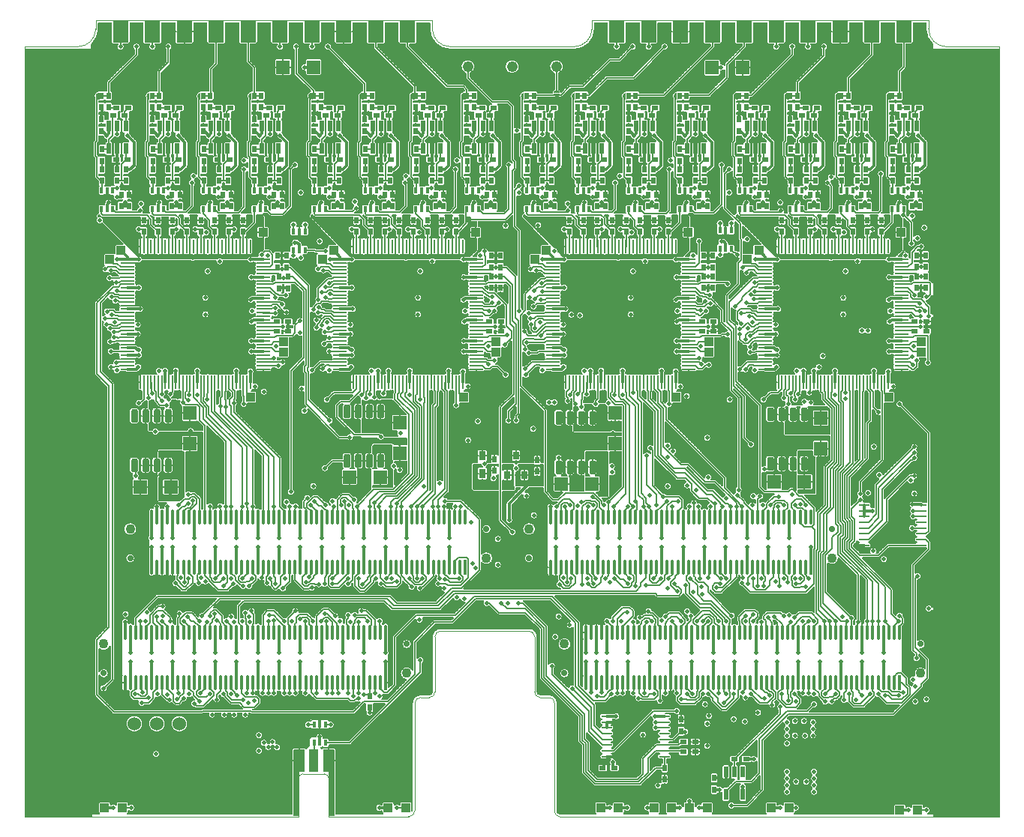
<source format=gtl>
*
*
G04 PADS 9.5 Build Number: 522968 generated Gerber (RS-274-X) file*
G04 PC Version=2.1*
*
%IN "carrier13.revD.layout.p"*%
*
%MOIN*%
*
%FSLAX35Y35*%
*
*
*
*
G04 PC Standard Apertures*
*
*
G04 Thermal Relief Aperture macro.*
%AMTER*
1,1,$1,0,0*
1,0,$1-$2,0,0*
21,0,$3,$4,0,0,45*
21,0,$3,$4,0,0,135*
%
*
*
G04 Annular Aperture macro.*
%AMANN*
1,1,$1,0,0*
1,0,$2,0,0*
%
*
*
G04 Odd Aperture macro.*
%AMODD*
1,1,$1,0,0*
1,0,$1-0.005,0,0*
%
*
*
G04 PC Custom Aperture Macros*
*
*
*
*
*
*
G04 PC Aperture Table*
*
%ADD010C,0.001*%
%ADD011C,0.00787*%
%ADD012C,0.005*%
%ADD013C,0.01*%
%ADD015C,0.16*%
%ADD028C,0.06*%
%ADD050C,0.04331*%
%ADD083R,0.06X0.06*%
%ADD089R,0.01378X0.06693*%
%ADD090O,0.01378X0.06693*%
%ADD096R,0.02X0.05*%
%ADD109R,0.0315X0.01969*%
%ADD111R,0.01969X0.0315*%
%ADD115R,0.02559X0.0374*%
%ADD121R,0.0315X0.04331*%
%ADD155C,0.02756*%
%ADD160C,0.093*%
%ADD166R,0.04921X0.00984*%
%ADD167O,0.04921X0.00984*%
%ADD177R,0.03937X0.03937*%
%ADD179C,0.00039*%
%ADD183R,0.00591X0.00591*%
%ADD186C,0.00004*%
%ADD187O,0.00787X0.06496*%
%ADD188O,0.06496X0.00787*%
%ADD189R,0.01575X0.02756*%
%ADD204C,0.013*%
%ADD205C,0.019*%
%ADD214C,0.0045*%
%ADD244C,0.00394*%
%ADD245R,0.07087X0.09843*%
%ADD247R,0.04331X0.09843*%
%ADD253C,0.04882*%
%ADD254C,0.026*%
%ADD265R,0.05118X0.09843*%
*
*
*
*
G04 PC Circuitry*
G04 Layer Name carrier13.revD.layout.p - circuitry*
%LPD*%
*
*
G04 PC Custom Flashes*
G04 Layer Name carrier13.revD.layout.p - flashes*
%LPD*%
*
*
G04 PC Circuitry*
G04 Layer Name carrier13.revD.layout.p - circuitry*
%LPD*%
*
G54D10*
G54D11*
G01X175787Y349683D02*
Y350433D01*
Y357679D02*
Y356929D01*
X135002Y365248D02*
X134252D01*
X131533D02*
X132283D01*
X133268Y362923D02*
Y363673D01*
X141230Y365248D02*
X140480D01*
X139496Y362923D02*
Y363673D01*
X137762Y365248D02*
X138512D01*
X147518D02*
X146768D01*
X144049D02*
X144799D01*
X145783Y362923D02*
Y363673D01*
X153935Y365248D02*
X153185D01*
X152201Y362923D02*
Y363673D01*
X150467Y365248D02*
X151217D01*
X160222D02*
X159472D01*
X156754D02*
X157504D01*
X158488Y362923D02*
Y363673D01*
X166498Y365248D02*
X165748D01*
X164764Y362923D02*
Y363673D01*
X172833Y365248D02*
X172083D01*
X169364D02*
X170114D01*
X171098Y362923D02*
Y363673D01*
X186122Y357124D02*
Y357874D01*
Y362561D02*
Y361811D01*
X183404Y359843D02*
X184154D01*
X179089Y365248D02*
X178339D01*
X175620D02*
X176370D01*
X177354Y362923D02*
Y363673D01*
X130549Y353681D02*
X131299D01*
X131693Y349683D02*
Y350433D01*
Y357679D02*
Y356929D01*
X134843Y349683D02*
Y350433D01*
Y357679D02*
Y356929D01*
X137992Y349683D02*
Y350433D01*
Y357679D02*
Y356929D01*
X141142Y349683D02*
Y350433D01*
Y357679D02*
Y356929D01*
X144291Y349683D02*
Y350433D01*
Y357679D02*
Y356929D01*
X147441Y349683D02*
Y350433D01*
Y357679D02*
Y356929D01*
X150591Y349683D02*
Y350433D01*
Y357679D02*
Y356929D01*
X153740Y349683D02*
Y350433D01*
Y357679D02*
Y356929D01*
X156890Y349683D02*
Y350433D01*
Y357679D02*
Y356929D01*
X160039Y349683D02*
Y350433D01*
Y357679D02*
Y356929D01*
X163189Y349683D02*
Y350433D01*
Y357679D02*
Y356929D01*
X166339Y349683D02*
Y350433D01*
Y357679D02*
Y356929D01*
X169488Y349683D02*
Y350433D01*
Y357679D02*
Y356929D01*
X172638Y349683D02*
Y350433D01*
Y357679D02*
Y356929D01*
X178937Y349683D02*
Y350433D01*
Y357679D02*
Y356929D01*
X155474Y449409D02*
X154724D01*
X146888D02*
X147638D01*
X151181Y443738D02*
Y444488D01*
X226341Y449409D02*
X225591D01*
X217754D02*
X218504D01*
X222047Y443738D02*
Y444488D01*
X268073Y376673D02*
X267323D01*
X266339Y378998D02*
Y378248D01*
Y374348D02*
Y375098D01*
X245435Y376673D02*
X244685D01*
X243701Y378998D02*
Y378248D01*
Y374348D02*
Y375098D01*
X222797Y376673D02*
X222047D01*
X221063Y378998D02*
Y378248D01*
Y374348D02*
Y375098D01*
X173585Y376673D02*
X172835D01*
X171850Y378998D02*
Y378248D01*
Y374348D02*
Y375098D01*
X150947Y376673D02*
X150197D01*
X149213Y378998D02*
Y378248D01*
Y374348D02*
Y375098D01*
X128309Y376673D02*
X127559D01*
X126575Y378998D02*
Y378248D01*
Y374348D02*
Y375098D01*
X182185Y407813D02*
Y408563D01*
X159547Y407813D02*
Y408563D01*
X136909Y407813D02*
Y408563D01*
X114272Y407813D02*
Y408563D01*
X254035Y407813D02*
Y408563D01*
X231398Y407813D02*
Y408563D01*
X208760Y407813D02*
Y408563D01*
X196222Y376673D02*
X195472D01*
X194488Y378998D02*
Y378248D01*
Y374348D02*
Y375098D01*
X195112Y437146D02*
Y436396D01*
X191362Y433396D02*
X192112D01*
X195112Y429646D02*
Y430396D01*
X198862Y433396D02*
X198112D01*
X399214Y429427D02*
Y430177D01*
X402964Y433177D02*
X402214D01*
X399214Y436927D02*
Y436177D01*
X395464Y433177D02*
X396214D01*
X397736Y413276D02*
Y414026D01*
Y417925D02*
Y417175D01*
X290711Y376673D02*
X289961D01*
X288976Y378998D02*
Y378248D01*
Y374348D02*
Y375098D01*
X420374Y407813D02*
Y408563D01*
X443012Y407813D02*
Y408563D01*
X465650Y407813D02*
Y408563D01*
X303248Y407813D02*
Y408563D01*
X325886Y407813D02*
Y408563D01*
X348524Y407813D02*
Y408563D01*
X385199Y376673D02*
X384449D01*
X383465Y378998D02*
Y378248D01*
Y374348D02*
Y375098D01*
X371161Y407813D02*
Y408563D01*
X276673Y407813D02*
Y408563D01*
X479687Y376673D02*
X478937D01*
X477953Y378998D02*
Y378248D01*
Y374348D02*
Y375098D01*
X457049Y376673D02*
X456299D01*
X455315Y378998D02*
Y378248D01*
Y374348D02*
Y375098D01*
X434411Y376673D02*
X433661D01*
X432677Y378998D02*
Y378248D01*
Y374348D02*
Y375098D01*
X411774Y376673D02*
X411024D01*
X410039Y378998D02*
Y378248D01*
Y374348D02*
Y375098D01*
X317285Y376673D02*
X316535D01*
X315551Y378998D02*
Y378248D01*
Y374348D02*
Y375098D01*
X339923Y376673D02*
X339173D01*
X338189Y378998D02*
Y378248D01*
Y374348D02*
Y375098D01*
X362561Y376673D02*
X361811D01*
X360827Y378998D02*
Y378248D01*
Y374348D02*
Y375098D01*
X446813Y449409D02*
X446063D01*
X438226D02*
X438976D01*
X442520Y443738D02*
Y444488D01*
X375947Y449409D02*
X375197D01*
X367360D02*
X368110D01*
X371654Y443738D02*
Y444488D01*
X129844Y346260D02*
X129094D01*
X129844Y327362D02*
X129094D01*
X121848D02*
X122598D01*
X129844Y303740D02*
X129094D01*
X121848D02*
X122598D01*
X129844Y310039D02*
X129094D01*
X121848D02*
X122598D01*
X182360Y346260D02*
X183110D01*
X182360Y322638D02*
X183110D01*
X190356Y338386D02*
X189606D01*
X182360D02*
X183110D01*
X182360Y332087D02*
X183110D01*
X182360Y314764D02*
X183110D01*
X182360Y305315D02*
X183110D01*
X186358Y297872D02*
Y298622D01*
X182360Y299016D02*
X183110D01*
X190356D02*
X189606D01*
X166339Y289171D02*
Y289921D01*
Y297167D02*
Y296417D01*
X175787Y289171D02*
Y289921D01*
Y297167D02*
Y296417D01*
X149016Y289171D02*
Y289921D01*
Y297167D02*
Y296417D01*
X144291Y297167D02*
Y296417D01*
X130549Y293169D02*
X131299D01*
X131693Y297167D02*
Y296417D01*
Y289171D02*
Y289921D01*
X211368Y138965D02*
Y139715D01*
Y143220D02*
Y142470D01*
X198935Y124902D02*
X199685D01*
X202244Y130573D02*
Y129823D01*
X218585Y124902D02*
X217835D01*
X215276Y130573D02*
Y129823D01*
X273425Y349683D02*
Y350433D01*
Y357679D02*
Y356929D01*
X280610Y357124D02*
Y357874D01*
Y362561D02*
Y361811D01*
X277892Y359843D02*
X278642D01*
X267321Y365248D02*
X266571D01*
X263852D02*
X264602D01*
X265587Y362923D02*
Y363673D01*
X273577Y365248D02*
X272827D01*
X270108D02*
X270858D01*
X271843Y362923D02*
Y363673D01*
X229490Y365248D02*
X228740D01*
X226022D02*
X226772D01*
X227756Y362923D02*
Y363673D01*
X235719Y365248D02*
X234969D01*
X233984Y362923D02*
Y363673D01*
X232250Y365248D02*
X233000D01*
X242006D02*
X241256D01*
X238537D02*
X239287D01*
X240272Y362923D02*
Y363673D01*
X248423Y365248D02*
X247673D01*
X246689Y362923D02*
Y363673D01*
X244955Y365248D02*
X245705D01*
X254711D02*
X253961D01*
X251242D02*
X251992D01*
X252976Y362923D02*
Y363673D01*
X260986Y365248D02*
X260236D01*
X259252Y362923D02*
Y363673D01*
X225037Y353681D02*
X225787D01*
X226181Y349683D02*
Y350433D01*
Y357679D02*
Y356929D01*
X229331Y349683D02*
Y350433D01*
Y357679D02*
Y356929D01*
X232480Y349683D02*
Y350433D01*
Y357679D02*
Y356929D01*
X235630Y349683D02*
Y350433D01*
Y357679D02*
Y356929D01*
X238780Y349683D02*
Y350433D01*
Y357679D02*
Y356929D01*
X241929Y349683D02*
Y350433D01*
Y357679D02*
Y356929D01*
X245079Y349683D02*
Y350433D01*
Y357679D02*
Y356929D01*
X248228Y349683D02*
Y350433D01*
Y357679D02*
Y356929D01*
X251378Y349683D02*
Y350433D01*
Y357679D02*
Y356929D01*
X254528Y349683D02*
Y350433D01*
Y357679D02*
Y356929D01*
X257677Y349683D02*
Y350433D01*
Y357679D02*
Y356929D01*
X260827Y349683D02*
Y350433D01*
Y357679D02*
Y356929D01*
X263976Y349683D02*
Y350433D01*
Y357679D02*
Y356929D01*
X267126Y349683D02*
Y350433D01*
Y357679D02*
Y356929D01*
X270276Y349683D02*
Y350433D01*
Y357679D02*
Y356929D01*
X224333Y346260D02*
X223583D01*
X224333Y327362D02*
X223583D01*
X216337D02*
X217087D01*
X224333Y303740D02*
X223583D01*
X216337D02*
X217087D01*
X224333Y310039D02*
X223583D01*
X260827Y289171D02*
Y289921D01*
Y297167D02*
Y296417D01*
X238780Y297167D02*
Y296417D01*
X243504Y289171D02*
Y289921D01*
Y297167D02*
Y296417D01*
X225037Y293169D02*
X225787D01*
X226181Y297167D02*
Y296417D01*
X270276Y289171D02*
Y289921D01*
Y297167D02*
Y296417D01*
X276848Y332087D02*
X277598D01*
X284844Y338386D02*
X284094D01*
X276848D02*
X277598D01*
X276848Y322638D02*
X277598D01*
X276848Y314764D02*
X277598D01*
X284844Y305315D02*
X284094D01*
X276848D02*
X277598D01*
X280846Y297872D02*
Y298622D01*
X276848Y299016D02*
X277598D01*
X276848Y346260D02*
X277598D01*
X236156Y280291D02*
X236906D01*
X238406Y276541D02*
Y277291D01*
X240656Y280291D02*
X239906D01*
X238406Y284041D02*
Y283291D01*
X231156Y280291D02*
X231906D01*
X233406Y276541D02*
Y277291D01*
X235656Y280291D02*
X234906D01*
X233406Y284041D02*
Y283291D01*
X243250Y275250D02*
X244000D01*
X247000Y279000D02*
Y278250D01*
X236156Y258291D02*
X236906D01*
X240656D02*
X239906D01*
X238406Y262041D02*
Y261291D01*
X238148Y247333D02*
Y248083D01*
X241898Y251083D02*
X241148D01*
X367913Y349683D02*
Y350433D01*
Y357679D02*
Y356929D01*
X375098Y357124D02*
Y357874D01*
Y362561D02*
Y361811D01*
X372380Y359843D02*
X373130D01*
X323978Y365248D02*
X323228D01*
X320510D02*
X321260D01*
X322244Y362923D02*
Y363673D01*
X330207Y365248D02*
X329457D01*
X328472Y362923D02*
Y363673D01*
X326738Y365248D02*
X327488D01*
X336494D02*
X335744D01*
X333026D02*
X333776D01*
X334760Y362923D02*
Y363673D01*
X342911Y365248D02*
X342161D01*
X341177Y362923D02*
Y363673D01*
X339443Y365248D02*
X340193D01*
X349199D02*
X348449D01*
X345730D02*
X346480D01*
X347465Y362923D02*
Y363673D01*
X355474Y365248D02*
X354724D01*
X353740Y362923D02*
Y363673D01*
X361809Y365248D02*
X361059D01*
X358341D02*
X359091D01*
X360075Y362923D02*
Y363673D01*
X368065Y365248D02*
X367315D01*
X364596D02*
X365346D01*
X366331Y362923D02*
Y363673D01*
X319526Y353681D02*
X320276D01*
X320669Y349683D02*
Y350433D01*
Y357679D02*
Y356929D01*
X323819Y349683D02*
Y350433D01*
Y357679D02*
Y356929D01*
X326969Y349683D02*
Y350433D01*
Y357679D02*
Y356929D01*
X330118Y349683D02*
Y350433D01*
Y357679D02*
Y356929D01*
X333268Y349683D02*
Y350433D01*
Y357679D02*
Y356929D01*
X336417Y349683D02*
Y350433D01*
Y357679D02*
Y356929D01*
X339567Y349683D02*
Y350433D01*
Y357679D02*
Y356929D01*
X342717Y349683D02*
Y350433D01*
Y357679D02*
Y356929D01*
X345866Y349683D02*
Y350433D01*
Y357679D02*
Y356929D01*
X349016Y349683D02*
Y350433D01*
Y357679D02*
Y356929D01*
X352165Y349683D02*
Y350433D01*
Y357679D02*
Y356929D01*
X355315Y349683D02*
Y350433D01*
Y357679D02*
Y356929D01*
X358465Y349683D02*
Y350433D01*
Y357679D02*
Y356929D01*
X361614Y349683D02*
Y350433D01*
Y357679D02*
Y356929D01*
X364764Y349683D02*
Y350433D01*
Y357679D02*
Y356929D01*
X319526Y293169D02*
X320276D01*
X320669Y297167D02*
Y296417D01*
X333268Y289171D02*
Y289921D01*
Y297167D02*
Y296417D01*
X337992Y289171D02*
Y289921D01*
Y297167D02*
Y296417D01*
X371337Y332087D02*
X372087D01*
X379333Y338386D02*
X378583D01*
X371337D02*
X372087D01*
X371337Y322638D02*
X372087D01*
X371337Y314764D02*
X372087D01*
X371337Y305315D02*
X372087D01*
X375335Y297872D02*
Y298622D01*
X371337Y299016D02*
X372087D01*
X371337Y346260D02*
X372087D01*
X318821D02*
X318071D01*
X318821Y327362D02*
X318071D01*
X318821Y310039D02*
X318071D01*
X318821Y303740D02*
X318071D01*
X310825D02*
X311575D01*
X364764Y289171D02*
Y289921D01*
Y297167D02*
Y296417D01*
X355315Y289171D02*
Y289921D01*
Y297167D02*
Y296417D01*
X338868Y279486D02*
X339618D01*
X342618Y275736D02*
Y276486D01*
X325250Y277500D02*
X326000D01*
X327500Y273750D02*
Y274500D01*
X329750Y277500D02*
X329000D01*
X330250D02*
X331000D01*
X332500Y273750D02*
Y274500D01*
X334750Y277500D02*
X334000D01*
X332500Y281250D02*
Y280500D01*
X330250Y255500D02*
X331000D01*
X334750D02*
X334000D01*
X332500Y259250D02*
Y258500D01*
X336000Y248000D02*
X335250D01*
X462402Y349683D02*
Y350433D01*
Y357679D02*
Y356929D01*
X469587Y357124D02*
Y357874D01*
Y362561D02*
Y361811D01*
X466868Y359843D02*
X467618D01*
X418467Y365248D02*
X417717D01*
X414998D02*
X415748D01*
X416732Y362923D02*
Y363673D01*
X424695Y365248D02*
X423945D01*
X422961Y362923D02*
Y363673D01*
X421226Y365248D02*
X421976D01*
X430982D02*
X430232D01*
X427514D02*
X428264D01*
X429248Y362923D02*
Y363673D01*
X437400Y365248D02*
X436650D01*
X435665Y362923D02*
Y363673D01*
X433931Y365248D02*
X434681D01*
X443687D02*
X442937D01*
X440219D02*
X440969D01*
X441953Y362923D02*
Y363673D01*
X449963Y365248D02*
X449213D01*
X448228Y362923D02*
Y363673D01*
X456297Y365248D02*
X455547D01*
X452829D02*
X453579D01*
X454563Y362923D02*
Y363673D01*
X462553Y365248D02*
X461803D01*
X459085D02*
X459835D01*
X460819Y362923D02*
Y363673D01*
X414014Y353681D02*
X414764D01*
X415157Y349683D02*
Y350433D01*
Y357679D02*
Y356929D01*
X418307Y349683D02*
Y350433D01*
Y357679D02*
Y356929D01*
X421457Y349683D02*
Y350433D01*
Y357679D02*
Y356929D01*
X424606Y349683D02*
Y350433D01*
Y357679D02*
Y356929D01*
X427756Y349683D02*
Y350433D01*
Y357679D02*
Y356929D01*
X430906Y349683D02*
Y350433D01*
Y357679D02*
Y356929D01*
X434055Y349683D02*
Y350433D01*
Y357679D02*
Y356929D01*
X437205Y349683D02*
Y350433D01*
Y357679D02*
Y356929D01*
X440354Y349683D02*
Y350433D01*
Y357679D02*
Y356929D01*
X443504Y349683D02*
Y350433D01*
Y357679D02*
Y356929D01*
X446654Y349683D02*
Y350433D01*
Y357679D02*
Y356929D01*
X449803Y349683D02*
Y350433D01*
Y357679D02*
Y356929D01*
X452953Y349683D02*
Y350433D01*
Y357679D02*
Y356929D01*
X456102Y349683D02*
Y350433D01*
Y357679D02*
Y356929D01*
X459252Y349683D02*
Y350433D01*
Y357679D02*
Y356929D01*
X473821Y338386D02*
X473071D01*
X465825D02*
X466575D01*
X465825Y332087D02*
X466575D01*
X465825Y346260D02*
X466575D01*
X473821Y322638D02*
X473071D01*
X465825D02*
X466575D01*
X465825Y314764D02*
X466575D01*
X469823Y297872D02*
Y298622D01*
X465825Y299016D02*
X466575D01*
X465825Y305315D02*
X466575D01*
X414014Y293169D02*
X414764D01*
X415157Y297167D02*
Y296417D01*
X427756Y297167D02*
Y296417D01*
X432480Y289171D02*
Y289921D01*
Y297167D02*
Y296417D01*
X413309Y303740D02*
X412559D01*
X405313D02*
X406063D01*
X413309Y310039D02*
X412559D01*
X405313D02*
X406063D01*
X413309Y346260D02*
X412559D01*
X413309Y327362D02*
X412559D01*
X459252Y289171D02*
Y289921D01*
Y297167D02*
Y296417D01*
X449803Y289171D02*
Y289921D01*
Y297167D02*
Y296417D01*
X424250Y279000D02*
X425000D01*
X426500Y275250D02*
Y276000D01*
X428750Y279000D02*
X428000D01*
X430250Y277250D02*
X431000D01*
X434000Y273500D02*
Y274250D01*
X437750Y277250D02*
X437000D01*
X434000Y281000D02*
Y280250D01*
X419250Y279000D02*
X420000D01*
X421500Y275250D02*
Y276000D01*
X423750Y279000D02*
X423000D01*
X424250Y257000D02*
X425000D01*
X426500Y253250D02*
Y254000D01*
X428750Y257000D02*
X428000D01*
X426500Y260750D02*
Y260000D01*
X426750Y252750D02*
Y252000D01*
Y245250D02*
Y246000D01*
X430500Y249000D02*
X429750D01*
X309734Y258559D02*
X308984D01*
X308000Y260884D02*
Y260134D01*
X306266Y258559D02*
X307016D01*
X300530Y260600D02*
X299780D01*
X298500Y263220D02*
Y262470D01*
X296470Y260600D02*
X297220D01*
X298500Y257980D02*
Y258730D01*
X414567Y186183D02*
Y185433D01*
X131636Y250404D02*
Y249654D01*
X127886Y246654D02*
X128636D01*
X131636Y242904D02*
Y243654D01*
X135386Y246654D02*
X134636D01*
X146063Y206730D02*
Y207480D01*
X138976Y206730D02*
Y207480D01*
X141339Y206730D02*
Y207480D01*
X143701Y206730D02*
Y207480D01*
X149892Y265986D02*
X150642D01*
X153642Y262236D02*
Y262986D01*
X157392Y265986D02*
X156642D01*
X153642Y269736D02*
Y268986D01*
X202756Y155549D02*
Y156299D01*
X183858Y155549D02*
Y156299D01*
X226156Y280291D02*
X226906D01*
X228406Y276541D02*
Y277291D01*
Y284041D02*
Y283291D01*
X231156Y258291D02*
X231906D01*
X233406Y254541D02*
Y255291D01*
Y262041D02*
Y261291D01*
X226156Y258291D02*
X226906D01*
X228406Y254541D02*
Y255291D01*
X230656Y258291D02*
X229906D01*
X228406Y262041D02*
Y261291D01*
X241990Y159646D02*
X241240D01*
X197392Y317581D02*
Y316831D01*
X195067Y315846D02*
X195817D01*
X202264Y358207D02*
Y358957D01*
Y362463D02*
Y361713D01*
X220898Y251083D02*
X221648D01*
X224648Y247333D02*
Y248083D01*
X228398Y251083D02*
X227648D01*
X131667Y278323D02*
X132417D01*
X133917Y274573D02*
Y275323D01*
Y282073D02*
Y281323D01*
X131667Y256323D02*
X132417D01*
X133917Y252573D02*
Y253323D01*
X136167Y256323D02*
X135417D01*
X133917Y260073D02*
Y259323D01*
X136667Y256323D02*
X137417D01*
X138917Y252573D02*
Y253323D01*
Y260073D02*
Y259323D01*
X247000Y258000D02*
Y258750D01*
Y265500D02*
Y264750D01*
X123364Y159646D02*
X124114D01*
X124803Y155549D02*
Y156299D01*
X289891Y335191D02*
X290641D01*
X291625Y332866D02*
Y333616D01*
X293359Y335191D02*
X292609D01*
X362783Y116634D02*
X363533D01*
X364518Y114309D02*
Y115059D01*
X366252Y116634D02*
X365502D01*
X364518Y118959D02*
Y118209D01*
X378150Y131484D02*
Y132234D01*
X380474Y133219D02*
X379724D01*
X378150Y134953D02*
Y134203D01*
X375825Y133219D02*
X376575D01*
X373634Y143159D02*
X372884D01*
X371900Y145484D02*
Y144734D01*
X370165Y143159D02*
X370915D01*
X371900Y140835D02*
Y141585D01*
X378150Y127055D02*
Y127805D01*
X380474Y128789D02*
X379724D01*
X378150Y130524D02*
Y129774D01*
X375825Y128789D02*
X376575D01*
X338868Y265986D02*
X339618D01*
X342618Y269736D02*
Y268986D01*
Y262236D02*
Y262986D01*
X413250Y252750D02*
Y252000D01*
X409500Y249000D02*
X410250D01*
X417000D02*
X416250D01*
X285891Y335191D02*
X286641D01*
X289359D02*
X288609D01*
X391732Y358699D02*
Y359449D01*
Y362955D02*
Y362205D01*
X388693Y315846D02*
X387943D01*
X386368Y317581D02*
Y316831D01*
X384043Y315846D02*
X384793D01*
X291880Y317581D02*
Y316831D01*
X289555Y315846D02*
X290305D01*
X452362Y186183D02*
Y185433D01*
X414250Y257000D02*
X415000D01*
X416500Y253250D02*
Y254000D01*
X418750Y257000D02*
X418000D01*
X416500Y260750D02*
Y260000D01*
X419250Y257000D02*
X420000D01*
X421500Y253250D02*
Y254000D01*
Y260750D02*
Y260000D01*
X334252Y186183D02*
Y185433D01*
X331890Y186183D02*
Y185433D01*
X328089Y182087D02*
X328839D01*
X329528Y186183D02*
Y185433D01*
X480856Y318369D02*
Y319119D01*
X483181Y320103D02*
X482431D01*
X478531D02*
X479281D01*
X320250Y255500D02*
X321000D01*
X322500Y251750D02*
Y252500D01*
X324750Y255500D02*
X324000D01*
X322500Y259250D02*
Y258500D01*
X325250Y255500D02*
X326000D01*
X327500Y251750D02*
Y252500D01*
Y259250D02*
Y258500D01*
X414250Y279000D02*
X415000D01*
X416500Y275250D02*
Y276000D01*
Y282750D02*
Y282000D01*
X320250Y277500D02*
X321000D01*
X322500Y273750D02*
Y274500D01*
Y281250D02*
Y280500D01*
X316142Y206730D02*
Y207480D01*
X312341Y210827D02*
X313091D01*
X313780Y206730D02*
Y207480D01*
X367323Y155549D02*
Y156299D01*
X348425Y155549D02*
Y156299D01*
X289000Y261384D02*
Y260634D01*
X287266Y259059D02*
X288016D01*
X285825Y260437D02*
X285075D01*
X283500Y263352D02*
Y262602D01*
X281175Y260437D02*
X281925D01*
X268898Y237364D02*
Y236614D01*
X141667Y278323D02*
X142417D01*
X143917Y274573D02*
Y275323D01*
X146167Y278323D02*
X145417D01*
X149892Y279486D02*
X150642D01*
X153642Y275736D02*
Y276486D01*
X136667Y278323D02*
X137417D01*
X138917Y274573D02*
Y275323D01*
X141167Y278323D02*
X140417D01*
X138917Y282073D02*
Y281323D01*
X141667Y256323D02*
X142417D01*
X143917Y252573D02*
Y253323D01*
X146167Y256323D02*
X145417D01*
X143917Y260073D02*
Y259323D01*
X145136Y250404D02*
Y249654D01*
X141386Y246654D02*
X142136D01*
X145136Y242904D02*
Y243654D01*
X148886Y246654D02*
X148136D01*
X296789Y251972D02*
X296039D01*
X294760Y254593D02*
Y253843D01*
Y249352D02*
Y250102D01*
X289000Y256266D02*
Y255516D01*
X287266Y253941D02*
X288016D01*
X304289Y251972D02*
X303539D01*
X302260Y254593D02*
Y253843D01*
X300230Y251972D02*
X300980D01*
X302260Y249352D02*
Y250102D01*
X309734Y253441D02*
X308984D01*
X308000Y255766D02*
Y255016D01*
X306266Y253441D02*
X307016D01*
X308000Y251116D02*
Y251866D01*
X285825Y252563D02*
X285075D01*
X281175D02*
X281925D01*
X283500Y249648D02*
Y250398D01*
X434000Y260000D02*
Y260750D01*
X437750Y263750D02*
X437000D01*
X434000Y267500D02*
Y266750D01*
X315000Y248000D02*
X315750D01*
X318750Y244250D02*
Y245000D01*
X322500Y248000D02*
X321750D01*
X276673Y412463D02*
Y411713D01*
X371161Y412463D02*
Y411713D01*
X348524Y412463D02*
Y411713D01*
X325886Y412463D02*
Y411713D01*
X303248Y412463D02*
Y411713D01*
X465650Y412463D02*
Y411713D01*
X443012Y412463D02*
Y411713D01*
X420374Y412463D02*
Y411713D01*
X208760Y412463D02*
Y411713D01*
X231398Y412463D02*
Y411713D01*
X254035Y412463D02*
Y411713D01*
X114272Y412463D02*
Y411713D01*
X136909Y412463D02*
Y411713D01*
X159547Y412463D02*
Y411713D01*
X182185Y412463D02*
Y411713D01*
G54D12*
X215703Y100447D02*
X217565D01*
Y129474*
X215703*
Y100447*
X215760D02*
Y129474D01*
X216010Y100447D02*
Y129474D01*
X216260Y100447D02*
Y129474D01*
X216510Y100447D02*
Y129474D01*
X216760Y100447D02*
Y129474D01*
X217010Y100447D02*
Y129474D01*
X217260Y100447D02*
Y129474D01*
X217510Y100447D02*
Y129474D01*
X199955Y100447D02*
X201817D01*
Y129474*
X199955*
Y100447*
X200010D02*
Y129474D01*
X200260Y100447D02*
Y129474D01*
X200510Y100447D02*
Y129474D01*
X200760Y100447D02*
Y129474D01*
X201010Y100447D02*
Y129474D01*
X201260Y100447D02*
Y129474D01*
X201510Y100447D02*
Y129474D01*
X201760Y100447D02*
Y129474D01*
X123622Y103937D02*
X127559D01*
X245669D02*
X249606D01*
X394291Y104921D02*
X401181D01*
X408071Y111811*
Y134071*
X419500Y145500*
X466127*
X478571Y157945*
Y158929*
X481262Y161619*
Y169885*
X419882Y103937D02*
X422835D01*
X476969Y102953D02*
X480906D01*
X208760Y124902D02*
X208809Y124951D01*
Y132825*
X206299Y140846D02*
X208563D01*
X208809Y141093*
X213927Y132825D02*
X224582D01*
X256094Y164337*
Y169594*
X213927Y141093D02*
X214173Y140846D01*
X216142*
X338897Y129278D02*
X341876D01*
X359598Y147000*
X370000*
X371900Y138041D02*
X373500D01*
Y138000*
X373750Y137750*
X360500Y139500D02*
Y139507D01*
X364488*
Y139514*
X360500Y142000D02*
Y142037D01*
X364488*
Y142073*
X395669Y125591D02*
X395769D01*
X415923Y145745*
Y148868*
X391804Y109853D02*
Y111353D01*
X396199Y115748*
X403150*
X406594Y119193*
Y134594*
X419000Y147000*
X428000*
X431000Y150000*
X395554Y119853D02*
Y123422D01*
X395669Y123537*
Y125591*
X364488Y134396D02*
X368254D01*
X371900Y138041*
X364488Y131837D02*
X370764D01*
X372146Y133219*
X373031*
X364488Y129278D02*
X372543D01*
X373031Y128789*
X364488Y126719D02*
Y121782D01*
X364518Y121752*
X112303Y154134D02*
Y178740D01*
X117717Y184154*
X112303Y154134D02*
X119844Y146593D01*
X158896*
X159389Y147085*
X180709*
X181201Y146593*
X226407*
X230995Y151181*
X241525*
X253543Y163200*
Y177756*
X262402Y186614*
X270114*
X280500Y197000*
X314024*
X324902Y186122*
Y158084*
X333268Y149718*
Y140616*
X336929Y136955*
X338897*
X115256Y157087D02*
X119193Y161024D01*
Y292557*
X156594Y154101D02*
Y155709D01*
X157874Y156988*
Y159646*
X156594Y154101D02*
X157596Y153100D01*
X161100*
X162500Y154500*
X127653Y155204D02*
Y153796D01*
X129002Y152447*
X133871*
X134007Y152583*
X135207*
Y152793*
X127653Y155204D02*
X128711Y156262D01*
X128801*
X129528Y156988*
Y159646*
X129353Y154500D02*
X130774D01*
X131827Y153447*
X133457*
X134453Y154443*
Y159646*
X132329Y150600D02*
X135418D01*
X137402Y152583*
Y155413*
X138976Y156988*
Y159646*
X148100Y152100D02*
X149076Y153076D01*
Y153172*
X150787Y154883*
Y159646*
X155500Y150250D02*
X156500Y149250D01*
X159654*
X164200Y153796*
Y155387*
X153150Y182087D02*
X153152D01*
X134252D02*
Y184744D01*
X135925Y186417*
Y189744*
X139682Y193500*
X141500*
X129528Y182087D02*
Y188340D01*
X139188Y198000*
X242500*
X245520Y194980*
X263140*
X269783Y201624*
X274167*
X282200Y209657*
Y232104*
X131890Y159646D02*
Y156988D01*
X132753Y155147*
X134252Y159646D02*
X134453D01*
X141339D02*
Y154151D01*
X143307Y152183*
X144700Y152000*
X143701Y159646D02*
Y156988D01*
X146400Y154289*
Y151396*
X147396Y150400*
X148804*
X149928Y151524*
Y151619*
X150904Y152596*
X148425Y159646D02*
Y156988D01*
X148500Y155000*
X153150Y159646D02*
Y156988D01*
X153876Y156262*
X154042*
X155118Y155186*
Y154066*
X157868Y151317*
X157951Y151400*
X158237Y154863D02*
X160299Y156925D01*
Y159646*
X158237Y154863D02*
X158300Y154800D01*
X168600Y154500D02*
X168451Y154351D01*
X169300Y153503*
Y153382*
X171993Y150689*
X175787*
X177726Y148750*
X182398*
X184250Y150602*
Y152204*
X165591Y152091D02*
Y154106D01*
X167323Y155838*
Y159646*
X179000Y155000D02*
X179134Y156988D01*
Y159646*
X186000Y155000D02*
X186220Y156988D01*
Y159646*
X188500Y155000D02*
X188583Y156988D01*
Y159646*
X195500Y155000D02*
X195669Y156988D01*
Y159646*
X186220Y182087D02*
Y189720D01*
X188000Y191500*
X191100*
X195600Y187000*
X181496Y182087D02*
X181708D01*
Y185683*
X181921Y185896*
X172047Y182087D02*
X172105D01*
X162598D02*
X162734D01*
Y185683*
X163484Y186433*
Y187736*
X164473Y188724*
X164697Y190197*
X160236Y182087D02*
Y184744D01*
X161400Y186753*
X160236Y159646D02*
X160299D01*
X162598D02*
Y156988D01*
X164200Y155387*
X169685Y159646D02*
Y155934D01*
X170300Y155319*
Y153796*
X172254Y151842*
X177350*
X172047Y159646D02*
Y156988D01*
X173751Y155284*
Y154849*
X174600Y154000*
X176772Y159646D02*
Y154824D01*
X178346Y153250*
X183204*
X184250Y152204*
X181496Y159646D02*
Y156988D01*
X181500Y155000*
X190945Y159646D02*
Y156988D01*
X191000Y155000*
X224000D02*
X224016Y156988D01*
Y159646*
X198000Y155000D02*
X198031Y156988D01*
Y159646*
X205000Y155000D02*
X205118Y156988D01*
Y159646*
X214500Y155000D02*
X214567Y156988D01*
Y159646*
X226356Y153750D02*
Y155489D01*
X226378Y155511*
Y159646*
X228500Y155000D02*
X228740Y156988D01*
Y159646*
X230800Y154300D02*
X233465D01*
Y153740*
Y159646*
Y182087D02*
Y184744D01*
X234300Y185287*
X226378Y182087D02*
Y185706D01*
X226824Y186152*
Y187334*
X227943Y188453*
X231147*
X232600Y187000*
X209843Y182087D02*
Y185861D01*
X210100Y186118*
Y189230*
X213016Y192146*
X215323*
X218234Y189234*
X200394Y182087D02*
Y185836D01*
X200886Y186328*
Y188573*
X202372Y190059*
X205759*
X207700Y188118*
Y187997*
X208549Y187149*
X200394Y159646D02*
Y156988D01*
X200500Y155000*
X207480Y159646D02*
Y155116D01*
X209961Y152635*
X224039*
X225000Y151673*
X226683*
X227300Y152290*
X228500*
Y152500*
X209843Y159646D02*
Y156988D01*
X210000Y155000*
X216929Y159646D02*
Y156988D01*
X217000Y155000*
X219291Y159646D02*
Y156988D01*
X219500Y155000*
X235827Y159646D02*
Y156988D01*
X236000Y155000*
X238189Y159646D02*
Y156988D01*
X238983Y156195*
Y156118*
X239983Y155118*
X241120*
X244685Y158683*
Y179935*
X254250Y189500*
X271500*
X280000Y198000*
X314500*
X326378Y186122*
Y158103*
X332807Y151673*
X332807D02*
X338273D01*
X341100Y154500*
X314500Y167000D02*
Y163305D01*
X330807Y146998*
Y137959*
X336929Y131837*
X338897*
X334500Y153500D02*
X335764D01*
X335846Y153418*
X337528*
X340372Y156262*
X340613*
X341339Y156988*
Y159646*
X346000Y155000D02*
X346063Y156988D01*
Y159646*
X323500Y157000D02*
X332037Y148463D01*
Y139287*
X336929Y134396*
X338897*
X343500Y155000D02*
X343701Y156988D01*
Y159646*
X350600Y155000D02*
X350787Y156988D01*
Y159646*
X355500Y155000D02*
X355512Y156988D01*
Y159646*
X353000Y152692D02*
Y152482D01*
X354200*
X354516Y152165*
X359870*
X361500Y153796*
Y155724*
X355512Y182087D02*
Y184744D01*
X356603Y186637*
X353150Y182087D02*
Y184744D01*
X354358Y185953*
Y186797*
X355899Y188337*
X357665*
X359003Y187000*
X346063Y182087D02*
Y184744D01*
X350492Y189173*
X341339Y182087D02*
X341343D01*
Y184748*
X353150Y159646D02*
Y154946D01*
X354796Y153300*
X356802*
X358002Y154500*
X359800*
X370300Y152896D02*
Y151488D01*
X371591Y150197*
X378029*
X380800Y152967*
Y153503*
X381649Y154351*
X370300Y152896D02*
X372047Y154643D01*
Y159646*
X372000Y152192D02*
X374297D01*
X374689Y151800*
X378218*
X379800Y153382*
Y155234*
X380483Y155917*
Y155975*
X381496Y156988*
Y159646*
X374500Y154500D02*
X376200Y152800D01*
X377804*
X378800Y153796*
Y155679*
X379134Y156013*
Y159646*
X384000Y154500D02*
X386021Y152479D01*
Y151644*
X389929Y147736*
X392071*
X397244Y152909*
Y156398*
X398031Y156988*
Y159646*
X391000Y150483D02*
X393700Y153183D01*
Y155430*
X362500Y151560D02*
Y154356D01*
X362598Y154454*
Y159646*
X388500Y155000D02*
X388583Y156988D01*
Y159646*
X381500Y154500D02*
X381649Y154351D01*
X393307Y182087D02*
Y185872D01*
X393600Y186165*
X383858Y182087D02*
Y184454D01*
X385700Y186296*
X381496Y182087D02*
Y184592D01*
X383952Y187048*
X384000Y187000*
X374409Y182087D02*
X374606D01*
Y185735*
X376200Y187329*
Y189153*
X372047Y182087D02*
Y184643D01*
X373700Y186296*
X369685Y182087D02*
X369770D01*
Y184829*
X364961Y182087D02*
Y186020D01*
X365748Y186807*
Y187344*
X367479Y189075*
X369925*
X372000Y187000*
X360236Y182087D02*
Y185756D01*
X360703Y186223*
X360236Y159646D02*
Y156988D01*
X361500Y155724*
X364961Y159646D02*
Y156988D01*
X365000Y155000*
X369685Y159646D02*
Y156988D01*
X370000Y155000*
X374409Y159646D02*
Y156988D01*
X375136Y156262*
X375338*
X377100Y154500*
X383858Y159646D02*
Y156988D01*
X384584Y156262*
X384642*
X388193Y152711*
Y150886*
X390296Y148783*
X391704*
X395400Y152479*
Y154747*
X390945Y159646D02*
Y155555D01*
X392000Y154500*
X393307Y159646D02*
Y155823D01*
X393700Y155430*
X435925Y154575D02*
X438264Y156913D01*
Y159646*
X435925Y154575D02*
X436000Y154500D01*
X426378Y182087D02*
X426344D01*
Y184778*
X428533Y186967*
X420618Y155204D02*
Y153298D01*
X421154Y152762*
X420618Y155204D02*
X421339Y155925D01*
X421654Y156988*
Y159646*
X434300Y153796D02*
Y155461D01*
X435827Y156988*
Y159646*
X434300Y153796D02*
X435296Y152800D01*
X437283*
X437283D02*
X437817Y153334D01*
X439334*
X440500Y154500*
X414818Y152377D02*
X418475Y148720D01*
X422807*
X424600Y150514*
Y152218*
X414818Y152377D02*
Y155204D01*
X415876Y156262*
X416203*
X416929Y156988*
Y159646*
X412438Y149715D02*
Y151133D01*
X413818Y152513*
Y155375*
X426100Y155000D02*
X426378Y156988D01*
Y159646*
X422318Y154500D02*
X424600Y152218D01*
X399310Y155204D02*
X400394Y156988D01*
Y159646*
X403000Y154500D02*
X406811Y150689D01*
X410362*
X412818Y153145*
Y154553*
X416518Y154500D02*
Y152092D01*
X418750Y149860*
X420158*
X421154Y150856*
Y152762*
X428500Y155000D02*
X428740Y156988D01*
Y159646*
X431102Y182087D02*
Y184698D01*
X432700Y186296*
X421654Y182087D02*
Y184744D01*
X423327Y186417*
Y186631*
X425771Y189075*
X428925*
X431000Y187000*
X419291Y182087D02*
Y184744D01*
X420700Y186700*
X412205Y182087D02*
X412349D01*
Y186151*
X407480Y182087D02*
Y186799D01*
X402756Y159646D02*
Y156988D01*
X403482Y156262*
X403726*
X407451Y152537*
X409037*
X407480Y159646D02*
Y156988D01*
X409345Y155123*
X409844*
X411118Y153849*
X409843Y159646D02*
Y156988D01*
X411281Y155549*
X411822*
X412818Y154553*
X412205Y159646D02*
Y156988D01*
X413818Y155375*
X419291Y159646D02*
Y154486D01*
X419454Y154323*
Y151560*
X431102Y159646D02*
Y156988D01*
X433169Y154921*
Y153512*
X434882Y151800*
X434954*
X435802Y150951*
X435951Y151100*
X468573Y186927D02*
X466463Y184817D01*
Y182087*
X466535*
X447805Y153046D02*
X448300Y153541D01*
Y155296*
X447805Y153046D02*
Y151382D01*
X448801Y150387*
X451687*
X455800Y154500*
X438783Y151317D02*
X439948Y152483D01*
X440887*
X442200Y153796*
Y155339*
X446600Y154500D02*
Y151173D01*
X448561Y149213*
X452917*
X457500Y153796*
Y155420*
X444293Y151793D02*
Y154967D01*
X445276Y155949*
Y159646*
X462500Y153849D02*
X463807D01*
X465507Y152149*
X469947*
X472500Y154702*
X459500Y154500D02*
X460574Y153426D01*
Y153371*
X463256Y150689*
X469901*
X473500Y154288*
X468898Y182087D02*
Y184744D01*
X470200Y186046*
Y188200*
X464173Y182087D02*
X464319D01*
X459449D02*
X459474D01*
Y187000*
X459500*
X450000Y182087D02*
Y184744D01*
X450457Y186543*
X445276Y182087D02*
X445388D01*
Y187000*
X445500*
X438189Y159646D02*
X438264D01*
X440551D02*
Y156988D01*
X442200Y155339*
X447638Y159646D02*
Y155958D01*
X448300Y155296*
X450000Y159646D02*
Y156988D01*
X451108Y155880*
Y155292*
X452400Y154000*
X457087Y159646D02*
Y155833D01*
X457500Y155420*
X459449Y159646D02*
Y156988D01*
X460888Y155549*
X463807*
X465507Y153849*
X468500*
X464173Y159646D02*
Y156988D01*
X465612Y155549*
X469204*
X469401Y155352*
X470601*
Y155207*
X466535Y159646D02*
Y162303D01*
X467329Y163097*
Y163173*
X468132Y163976*
X469663*
X472047Y161592*
Y158953*
X473500Y157500*
Y154288*
X468898Y159646D02*
X469854D01*
X472500Y157000*
Y154702*
X148204Y188345D02*
X148958Y189099D01*
Y190299*
X149088*
X148204Y188345D02*
Y182087D01*
X148425*
X150902Y186997D02*
X153152Y184747D01*
Y182087*
X150902Y186997D02*
X150904Y187000D01*
X137300Y189704D02*
X139131Y191535D01*
X141769*
X144804Y188500*
Y187011*
X137300Y189704D02*
Y186420D01*
X138976Y184744*
Y182087*
X149204Y187931D02*
X151824Y190551D01*
X154449*
X158000Y187000*
X149204Y187931D02*
Y186296D01*
X150787Y184713*
Y182087*
X147997Y205493D02*
X149213Y204277D01*
Y203989*
X150840Y202362*
X151660*
X153097Y203799*
Y206000*
X147997Y205493D02*
Y206950D01*
X148228Y207181*
Y210827*
X148425*
X152488Y188810D02*
X154226Y187072D01*
X155299*
X157874Y184497*
Y182087*
X141404Y187000D02*
X141414Y187010D01*
X143701Y184724*
Y182087*
X139000Y189000D02*
Y187000D01*
X141339Y184661*
Y182087*
X147293Y203793D02*
X150200Y200886D01*
X151598*
X154797Y204085*
Y206704*
X131500Y187000D02*
X131695D01*
Y182087*
X131890*
X151250Y204356D02*
X151397D01*
Y205556*
X150787Y210827D02*
Y208169D01*
X151397Y207401*
Y205556*
X151397*
X153150Y210827D02*
Y208352D01*
X154797Y206704*
X169963Y186943D02*
X172105Y184801D01*
Y182087*
X169963Y186943D02*
X170021Y187000D01*
X157050Y207615D02*
X157874Y208169D01*
Y210827*
X157050Y207615D02*
Y205440D01*
X157290Y205200*
Y204000*
X157500*
X176991Y206009D02*
X179143Y208160D01*
Y210827*
X176991Y206009D02*
X177000Y206000D01*
X188000Y204000D02*
X187598Y205295D01*
Y206608*
X188182Y207192*
X188583Y208169*
Y210827*
X175121Y193621D02*
Y186296D01*
X176772Y184645*
Y182087*
X175121Y193621D02*
X177500Y196000D01*
X240000*
X243480Y192520*
X264616*
X271260Y199163*
X360574*
X361312Y198425*
X370877*
X372100Y199648*
Y201056*
X175300Y206704D02*
X176772Y208176D01*
Y210827*
X175300Y206704D02*
Y205296D01*
X176296Y204300*
X178442*
X178880Y204738*
X179909*
X181171Y206000*
X178248Y188162D02*
Y190697D01*
X178303*
X178248Y188162D02*
X178521Y187890D01*
Y185509*
X179134Y184744*
Y182087*
X181000Y191500D02*
Y190909D01*
X181921Y190085*
Y185896*
X189000Y189500D02*
X189002Y189502D01*
X190902*
X193012Y187392*
Y187184*
X195669Y184527*
Y182087*
X162498Y189154D02*
X162647Y190551D01*
X164123Y192028*
X165271*
X167913Y189385*
Y186516*
X169685Y184744*
Y182087*
X165000Y206000D02*
X165038Y205962D01*
X167323Y208246*
Y210827*
X168600Y202600D02*
X170300Y204300D01*
Y207406*
X179908Y202624D02*
X181170Y203886D01*
X181461*
X182871Y205296*
Y206795*
X195000Y201500D02*
X198031Y204531D01*
Y210827*
X165576Y187424D02*
X166871Y186129D01*
X166877*
X167323Y185683*
Y182087*
X189394Y206000D02*
X189604D01*
Y204800*
X189832Y204572*
Y202889*
X191343Y201378*
X191985*
X193996Y203389*
Y206496*
X195669Y208169*
Y210827*
X159098Y189296D02*
X166802Y197000D01*
X241229*
X244249Y193980*
X264108*
X270522Y200394*
X351809*
X353938Y202523*
Y203951*
X356299Y206313*
Y210827*
X190847Y187153D02*
X190896D01*
Y182087*
X190945*
X188447Y187000D02*
X188515D01*
Y182087*
X188583*
X185571Y206379D02*
X186220Y208169D01*
Y210827*
X160236D02*
Y207199D01*
X162231Y205205*
Y204951*
X166282Y200900*
X170294*
X173086Y203692*
X162598Y210827D02*
Y206741D01*
X163261Y206078*
Y205335*
X164296Y204300*
X166900*
X168600Y206000*
X169685Y210827D02*
Y208169D01*
X170300Y207406*
X172047Y210827D02*
Y208416D01*
X174000Y206463*
Y205182*
X176077Y203104*
X176077D02*
X177270Y202600D01*
X179134Y210827D02*
X179143D01*
X181496D02*
Y208169D01*
X182871Y206795*
X190945Y210827D02*
Y207042D01*
X191664Y206323*
Y203461*
X211800Y187000D02*
X211798Y187002D01*
X213496Y188700*
X214904*
X216929Y186675*
Y182087*
X223300Y187601D02*
Y185460D01*
X224016Y184744*
Y182087*
X223300Y187601D02*
X224000Y188301D01*
Y189641*
X228494Y202477D02*
X229490Y201481D01*
X230898*
X233922Y204505*
Y206265*
X235827Y208169*
Y210827*
X228494Y202477D02*
Y204266D01*
X228574Y204345*
Y205926*
X226874Y202683D02*
Y206630D01*
X227865Y207621*
X227865*
X228740Y208497*
Y210827*
X226874Y202683D02*
X229163Y200394D01*
X231225*
X235225Y204394*
X235225D02*
Y204839D01*
X236394Y206008*
X215200Y206704D02*
Y202996D01*
X216326Y201870*
X219870*
X224000Y206000*
X215200Y206704D02*
X216929Y208433D01*
Y210827*
X203697Y203504D02*
X204693Y202508D01*
X206102*
X207094Y203501*
X209097*
X209256Y203342*
X211050*
X203697Y203504D02*
Y206749D01*
X205118Y208169*
Y210827*
X197300Y188300D02*
Y185476D01*
X198031Y184744*
Y182087*
X197300Y188300D02*
X200500Y191500D01*
X228647Y186753D02*
X228740Y184744D01*
Y182087*
X229906Y191467D02*
X231951D01*
X235827Y187592*
Y182087*
X214200Y187000D02*
X214383D01*
Y182087*
X214567*
X213674Y190400D02*
X214620D01*
X218976Y186043*
Y183915*
X219291Y183600*
Y182087*
X208400Y187000D02*
X208549Y187149D01*
X202600Y187883D02*
X203480Y188700D01*
X205704*
X206700Y187704*
Y185524*
X207480Y184744*
Y182087*
X205397Y204208D02*
Y204419D01*
X206597*
X206830Y204651*
X207055*
X208689Y206285*
Y207016*
X209843Y208169*
Y210827*
X217000Y203600D02*
X219196D01*
X224016Y208420*
Y210827*
X213450Y203500D02*
Y206408D01*
X214200Y207158*
X214567Y208169*
Y210827*
X224000Y203500D02*
X224919Y204419D01*
X224941*
X225874Y205353*
Y207295*
X226378Y208169*
Y210827*
X226825Y189739D02*
X232265D01*
X234300Y187704*
Y185287*
X205000Y187000D02*
X205059D01*
Y182087*
X205118*
X206500Y206500D02*
X207480Y208169D01*
Y210827*
X216900Y206000D02*
X216956Y205944D01*
X219291Y208280*
Y210827*
X230194Y203181D02*
X232619Y205606D01*
Y206380*
X233465Y207226*
Y210827*
X200394D02*
Y205394D01*
X204410Y201378*
X206385*
X206599Y201591*
X207799*
Y201801*
X241000Y206000D02*
X240936Y206064D01*
X242977Y208105*
X251025Y205825D02*
X253482Y203369D01*
X256773*
X258700Y205296*
Y206704*
X251025Y205825D02*
X251200Y206000D01*
X255861Y201669D02*
X256017Y201514D01*
X256865Y202362*
X257181*
X261811Y206993*
Y210827*
X254600Y206069D02*
X254724Y208169D01*
Y210827*
X267000Y205628D02*
Y205418D01*
X268200*
X269318Y204300*
X274015*
X275011Y205296*
Y206704*
X238500Y203692D02*
Y203482D01*
X239700*
X240819Y202362*
X245660*
X247200Y203902*
Y206245*
X238000Y187000D02*
X238094D01*
Y182087*
X238189*
X264000Y203616D02*
X267409D01*
X268170Y202854*
X273983*
X277423Y206294*
Y214484*
X238189Y210827D02*
Y206407D01*
X240757Y203839*
X243643*
X244300Y204496*
X245500*
Y204606*
X242913Y210827D02*
X242977D01*
Y208105*
X245276Y210827D02*
Y208169D01*
X247200Y206245*
X247638Y210827D02*
Y207226D01*
X248850Y206014*
Y205527*
X252189Y202189*
X252362Y210827D02*
X252559D01*
Y207138*
X252900Y206797*
Y205365*
X253896Y204369*
X255369*
X257000Y206000*
X257087Y210827D02*
Y208318D01*
X258700Y206704*
X264173Y210827D02*
X264387D01*
Y206000*
X264600*
X266535Y210827D02*
Y208169D01*
X267288Y207417*
X267615*
X269032Y206000*
X273311*
X271260Y210827D02*
Y213484D01*
X272933Y215157*
X276750*
X277423Y214484*
X273622Y210827D02*
Y208169D01*
X274416Y207376*
Y207299*
X275011Y206704*
X292000Y195000D02*
X294500Y192500D01*
X302500*
X311000Y184000*
Y162000*
X328000Y145000*
Y134000*
X329500Y132500*
Y120000*
X334000Y115500*
X353000*
X357222Y119722*
Y126000*
X360500Y129278*
X364488*
X299500Y194980D02*
X301520D01*
X312000Y184500*
Y162500*
X329000Y145500*
Y134500*
X330500Y133000*
Y120500*
X334500Y116500*
X352500*
X355000Y119000*
Y125837*
X361000Y131837*
X364488*
X285531Y194980D02*
X286770D01*
X291000Y190750*
X302750*
X310000Y183500*
Y161500*
X327000Y144500*
Y133500*
X328500Y132000*
Y119500*
X333500Y114500*
X353507*
X360759Y121752*
X364518*
X339100Y187000D02*
X339096Y186996D01*
X341343Y184748*
X332582Y208074D02*
X333246Y207411D01*
Y206943*
X334095Y206095*
X332582Y208074D02*
Y210827D01*
X332677*
X343600Y186040D02*
X343701Y185939D01*
Y182087*
X343600Y186040D02*
Y188091D01*
X345569Y190059*
X346553Y191043*
X348031*
X317997Y205493D02*
X319521Y203969D01*
Y203680*
X320546Y202656*
X321954*
X323097Y203799*
Y206000*
X317997Y205493D02*
Y207298D01*
X318504Y208169*
Y210827*
X353500Y188500D02*
Y188583D01*
X354715*
X355699Y189567*
X358840*
X360703Y187704*
Y186223*
X350596Y186596D02*
X350787Y184744D01*
Y182087*
X341500Y187000D02*
Y188731D01*
X345781Y193012*
X349016*
X350492Y191535*
Y189173*
X317793Y203293D02*
X319586Y201500D01*
X322212*
X324797Y204085*
Y206704*
X330454Y203600D02*
X332184Y201870D01*
X333668*
X336220Y204422*
Y206225*
X337094Y207099*
X337402Y208169*
Y210827*
X338400Y206000D02*
X338467Y205933D01*
X339764Y207230*
Y210827*
X342359Y205859D02*
X346288Y201930D01*
X348945*
X349941Y202926*
Y204053*
X350796Y204908*
Y206833*
X351641Y202630D02*
Y203951D01*
X351969Y204279*
Y205807*
X356234Y202926D02*
X358141D01*
X358228Y202839*
X362234*
X364692Y205296*
Y207113*
X365748Y208169*
Y210827*
X321250Y204356D02*
X321397Y204503D01*
Y207322*
X334000Y206000D02*
X334095Y206095D01*
X320866Y210827D02*
Y208169D01*
X321397Y207322*
X323228Y210827D02*
Y208273D01*
X324797Y206704*
X327953Y210827D02*
Y205920D01*
X328048Y205825*
Y203314*
X330315Y210827D02*
Y208497D01*
X331190Y207621*
X331190*
X332129Y206682*
Y204477*
X333000Y203606*
X342126Y210827D02*
Y208497D01*
X343001Y207621*
X343001*
X345018Y205605*
X346267*
X348241Y203630*
X346850Y210827D02*
Y208207D01*
X349077Y205981*
X349096Y206000*
X349213Y210827D02*
Y208416D01*
X350796Y206833*
X351575Y210827D02*
X351796D01*
Y205980*
X351969Y205807*
X366279Y206113D02*
X368223Y208057D01*
Y210827*
X366279Y206113D02*
X366392Y206000D01*
X367789Y186981D02*
X367704Y186896D01*
X369770Y184829*
X377300Y187704D02*
X381131Y191535D01*
X384697*
X387700Y188533*
Y187897*
X388549Y187049*
X377300Y187704D02*
Y186296D01*
X379134Y184462*
Y182087*
X375516Y201265D02*
Y199149D01*
X380177Y194488*
X384830*
X391200Y188118*
Y188055*
X392049Y187207*
X375516Y201265D02*
X375717Y201466D01*
Y203730*
X374114Y207087D02*
Y205333D01*
X375717Y203730*
X374114Y207087D02*
X375197Y208169D01*
Y210827*
X357874Y205313D02*
X359349Y203839D01*
X360830*
X362992Y206000*
X357874Y205313D02*
Y207579D01*
X358661Y208169*
Y210827*
X385800Y201296D02*
X387194Y199902D01*
X389720*
X396457Y206638*
Y210827*
X385800Y201296D02*
Y202704D01*
X386934Y203839*
X389294*
Y203600*
X367117Y204321D02*
Y202913D01*
X369193Y200837*
X370400Y200352*
X367117Y204321D02*
X369193Y206397D01*
Y206890*
X370472Y208169*
Y210827*
X381500Y187000D02*
X383575Y189075D01*
X384329*
X385700Y187704*
Y186296*
X379000Y187000D02*
X382075Y190075D01*
X384744*
X386700Y188118*
Y186396*
X388583Y184513*
Y182087*
X365000Y189000D02*
X366551Y190551D01*
X370853*
X373700Y187704*
Y186296*
X357443Y191400D02*
X357518Y191474D01*
X358366Y190626*
X359228*
X361703Y188151*
Y185227*
X362598Y184744*
Y182087*
X391900Y187058D02*
X392049Y187207D01*
X374017Y202877D02*
Y199234D01*
X380239Y193012*
X384892*
X390200Y187704*
Y185489*
X390945Y184744*
Y182087*
X375915Y206085D02*
X379158Y202842D01*
Y198822*
X382047Y195934*
X385429*
X393600Y187762*
Y186165*
X387500Y202000D02*
Y201870D01*
X390274*
X394094Y205690*
Y210827*
X383913Y206150D02*
X384646Y208169D01*
Y210827*
X368817Y203617D02*
X370024Y202410D01*
X370746*
X372100Y201056*
X388500Y187000D02*
X388549Y187049D01*
X359592Y206000D02*
X359692Y205899D01*
X361024Y207230*
Y210827*
X368110D02*
X368223D01*
X377559D02*
Y207038D01*
X378115Y206482*
Y205616*
X379611Y204121*
X381804*
X383800Y202125*
Y199967*
X394383Y189383*
X379921Y210827D02*
X380118D01*
Y205821*
X380315*
X387008Y210827D02*
Y208312D01*
X389391Y205929*
X389462Y206000*
X389370Y210827D02*
Y208497D01*
X390245Y207621*
X390245*
X391867Y206000*
X392000*
X406100Y202600D02*
X405800Y203839D01*
Y206914*
X405906Y207020*
Y210827*
X427165D02*
X427077D01*
Y208081*
X427741Y207417*
Y206937*
X428589Y206089*
X398856Y203856D02*
X399752Y202960D01*
Y202843*
X402696Y199900*
X427419*
X431014Y203495*
Y218888*
X431228Y219102*
Y227599*
X398856Y203856D02*
X399000Y204000D01*
X433061Y191943D02*
Y217720D01*
X433677Y218336*
Y234677*
X437000Y238000*
Y255000*
X440000Y258000*
X433061Y191943D02*
X438002Y187002D01*
X434061Y193439D02*
Y217211D01*
X435138Y218288*
Y234638*
X438250Y237750*
Y254750*
X441043Y257543*
X434061Y193439D02*
X440500Y187000D01*
X432061Y190539D02*
Y218328D01*
X432677Y218944*
Y235177*
X436000Y238500*
Y255500*
X439000Y258500*
X432061Y190539D02*
X435600Y187000D01*
X398800Y187762D02*
X400469Y189431D01*
X400500Y189400*
X398800Y187762D02*
Y186288D01*
X400394Y184694*
Y182087*
X435061Y195035D02*
Y216703D01*
X436739Y218381*
Y234739*
X439500Y237500*
Y254500*
X442043Y257043*
X435061Y195035D02*
X443096Y187000D01*
X445500*
X436061Y216228D02*
Y199833D01*
X447500Y188394*
X436061Y216228D02*
X439075Y219242D01*
Y224179*
X441535Y226640*
Y229110*
X420800Y205296D02*
X421123Y204973D01*
Y202973*
X422196Y201900*
X424709*
X425095Y202285*
X427400*
X420800Y205296D02*
Y206704D01*
X422441Y208345*
Y210827*
X397736Y187106D02*
Y189040D01*
X400231Y191535*
X404769*
X405789Y190515*
Y188889*
X397736Y187106D02*
X397800Y187043D01*
Y182087*
X398031*
X402200Y186267D02*
X402756Y185712D01*
X402756D02*
Y182087D01*
X402200Y186267D02*
Y187923D01*
X404089Y189811*
X422206Y188589D02*
X424168Y190551D01*
X429853*
X432700Y187704*
Y186296*
X413250Y189000D02*
X413429D01*
X416929Y185500*
Y182087*
X403900Y187000D02*
X405789Y188889D01*
X404100Y206000D02*
Y202196D01*
X405396Y200900*
X409204*
X411250Y202946*
Y204821*
X412992Y206563*
Y210827*
X401500Y203500D02*
Y206126D01*
X403543Y208169*
Y210827*
X428500Y206000D02*
X428589Y206089D01*
X415500Y202606D02*
X415700D01*
X435600Y187000D02*
X435713D01*
Y182087*
X435827*
X422900Y203600D02*
X425004D01*
X426648Y205244*
Y206652*
X428500Y187000D02*
X428533Y186967D01*
X410750Y188500D02*
X412349Y186151D01*
X408500Y202600D02*
Y204198D01*
X409200Y204898*
X408750Y188000D02*
X409500Y187250D01*
Y185000*
X409843Y184657*
Y182087*
X408750Y188000D02*
Y189250D01*
X410250Y190750*
X416000*
X417500Y189250*
X398819Y210827D02*
Y208169D01*
X399400Y206400*
X408268Y210827D02*
Y208169D01*
X408690Y207214*
X409200Y206704*
Y204898*
X415354Y210827D02*
Y206398D01*
X415700Y206052*
Y202606*
X417717Y210827D02*
Y208169D01*
X419346Y206540*
Y204346*
X424803Y210827D02*
Y208497D01*
X425679Y207621*
X425679*
X426648Y206652*
X475984Y205984D02*
Y175163D01*
X481262Y169885*
X475984Y205984D02*
X477000Y207000D01*
X446709Y221789D02*
Y219424D01*
X465157Y200976*
Y190343*
X468500Y187000*
X446709Y221789D02*
X448104Y223184D01*
Y231734*
X462354Y186854D02*
X464319Y184890D01*
Y182087*
X462354Y186854D02*
X462500Y187000D01*
X474984Y211984D02*
Y173982D01*
X476500Y172466*
Y170500*
X474984Y211984D02*
X481950Y218950D01*
Y222022*
X441709Y224872D02*
Y216737D01*
X450457Y207989*
Y186543*
X441709Y224872D02*
X443012Y226174D01*
Y229402*
X445709Y222268D02*
Y218982D01*
X462500Y202191*
Y187000*
X445709Y222268D02*
X447104Y223663D01*
Y231319*
X444709Y222779D02*
Y218527D01*
X459500Y203737*
Y187000*
X444709Y222779D02*
X446104Y224173D01*
Y230905*
X443709Y223331D02*
Y218049D01*
X457000Y204758*
Y187000*
X443709Y223331D02*
X445104Y224726D01*
Y230491*
X442709Y224101D02*
Y217393D01*
X454500Y205602*
Y187000*
X442709Y224101D02*
X444012Y225404D01*
Y229993*
X469000Y189400D02*
X470200Y188200D01*
X468500Y187000D02*
X468573Y186927D01*
X454500Y187000D02*
X454612D01*
Y182087*
X454724*
X447500Y188394D02*
Y186555D01*
X447638Y186417*
Y182087*
X440500Y187000D02*
X440526D01*
Y182087*
X440551*
X447709Y221309D02*
Y219867D01*
X451434Y216142*
X459478*
X464042Y220706*
X478740*
X447709Y221309D02*
X449104Y222704D01*
Y232148*
X457000Y187000D02*
X457043D01*
Y182087*
X457087*
X438000Y187000D02*
X438094D01*
Y182087*
X438189*
X438000Y187000D02*
X438002Y187002D01*
X453149Y223265D02*
X455118D01*
X463189Y231336*
Y241108*
X473581Y251500*
X475500*
X478740Y223265D02*
X480708D01*
X481950Y222022*
X128917Y256323D02*
X129528Y255713D01*
Y251575*
X153045Y243311D02*
X154345D01*
X154734Y243701*
X155576*
X157874Y241403*
Y233268*
X148500Y238500D02*
X151240Y241240D01*
X153378*
X154362Y242224*
X155638*
X156700Y241162*
Y239148*
X153150Y233268D02*
Y235598D01*
X154025Y236473*
X154025*
X156700Y239148*
X150787Y233268D02*
Y235925D01*
X152277Y237415*
X153552*
X155000Y238863*
Y240458*
X148425Y233268D02*
Y235925D01*
X150412Y237912*
X151360*
X152756Y239308*
X152899Y239165*
X172000Y238000D02*
X172047Y235925D01*
Y233268*
X162500Y238000D02*
X162598Y235925D01*
Y233268*
X179000Y239394D02*
Y237535D01*
X179134Y237402*
Y233268*
X169500Y238000D02*
X169685Y235925D01*
Y233268*
X167100Y238000D02*
X167323Y235925D01*
Y233268*
X190945D02*
Y235925D01*
X191000Y238000*
X181496Y233268D02*
Y235925D01*
X181500Y238000*
X176772Y233268D02*
Y235925D01*
X177000Y238000*
X213681Y255020D02*
X216953Y258291D01*
X223406*
X220697Y241101D02*
X221693Y242097D01*
X223107*
X226050Y239154*
Y237269*
X226378Y236941*
Y233268*
X220697Y241101D02*
Y238500D01*
X220900*
X222600Y237341D02*
X224016Y235925D01*
Y233268*
X222600Y237341D02*
Y238840D01*
X222600*
X207370Y238466D02*
X209877Y235959D01*
Y233268*
X207370Y238466D02*
X207404Y238500D01*
X205704Y239204D02*
X208724Y242224D01*
X210376*
X214100Y238500*
X205704Y239204D02*
Y237701D01*
X207480Y235925*
Y233268*
X219200Y241018D02*
X221390Y243209D01*
X224400*
X226650Y240958*
X219200Y241018D02*
Y237376D01*
X219291Y237284*
Y233268*
X205781Y241689D02*
X204331Y240239D01*
Y237656*
X205118Y236869*
Y233268*
X198000Y238000D02*
X198031Y235925D01*
Y233268*
X222397Y240397D02*
X222600D01*
Y238840*
X209101Y240197D02*
X210942Y238356D01*
X211824*
X213486Y236695*
X213798*
X214567Y235925*
Y233268*
X227800Y238000D02*
X228740Y235925D01*
Y233268*
X227800Y238000D02*
X235300Y245500D01*
X244000*
X251007Y252507*
Y279000*
X235736Y239000D02*
Y237143D01*
X235827Y237052*
Y233268*
X198500Y244500D02*
Y298414D01*
X204200Y304114*
X235736Y239000D02*
Y239658D01*
Y239737*
X239498Y243500*
X245000*
X253500Y252000*
Y281000*
X233500Y238000D02*
Y240536D01*
X237464Y244500*
X244500*
X252464Y252464*
Y279500*
X235736Y239658D02*
X235408Y239987D01*
Y239328*
X235736Y239000*
X233465Y233268D02*
Y235925D01*
X233500Y238000*
X216929Y233268D02*
Y235925D01*
X217500Y238000*
X209843Y233268D02*
X209877D01*
X200394D02*
Y235925D01*
X200500Y238000*
X252098Y238002D02*
X259200Y245104D01*
Y289397*
X259252Y289449*
Y293169*
X252098Y238002D02*
X252100Y238000D01*
X267000Y240400D02*
X273904D01*
X282200Y232104*
X257000Y238000D02*
X257087Y235925D01*
Y233268*
X257000Y238000D02*
X262687Y243687D01*
X262687D02*
Y281935D01*
X262687D02*
X263627Y282875D01*
Y288996*
X263976Y289345*
Y293169*
X247500Y238000D02*
X247638Y235925D01*
Y233268*
X247500Y238000D02*
Y240001D01*
X257677Y250177*
Y284000*
X258000Y284323*
Y286177*
X237472Y238000D02*
X238189Y235925D01*
Y233268*
X237472Y238000D02*
Y239000D01*
X240972Y242500*
X245500*
X254500Y251500*
Y281500*
X266500Y238000D02*
X266535Y235925D01*
Y233268*
X264000Y238000D02*
X264173Y235925D01*
Y233268*
X264000Y238000D02*
Y241000D01*
X268054Y245054*
Y289344*
X261600Y238000D02*
X261811Y235925D01*
Y233268*
X261600Y238000D02*
Y240600D01*
X267054Y246054*
Y288769*
X254500Y238000D02*
X254724Y235925D01*
Y233268*
X254500Y238000D02*
X261550Y245050D01*
Y282950*
X262600Y284000*
Y289324*
X252100Y238000D02*
X252362Y235925D01*
Y233268*
X245500Y239394D02*
Y239500D01*
X256500Y250500*
Y282500*
X243000Y238000D02*
Y240000D01*
X244500Y241500*
X246000*
X255500Y251000*
Y282029*
X273622Y233268D02*
Y235925D01*
X273900Y238000*
X271260Y233268D02*
Y235925D01*
X271500Y238000*
X245276Y233268D02*
Y237417D01*
X245500Y237641*
Y239394*
X242913Y233268D02*
Y235925D01*
X243000Y238000*
X316603Y238149D02*
X317451Y238997D01*
Y239118*
X319573Y241240*
X322215*
X324251Y239204*
Y236948*
X316603Y238149D02*
X316751Y238000D01*
X291723Y231777D02*
Y282148D01*
X297500Y287925*
X291723Y231777D02*
X297000Y226500D01*
X317500Y255500D02*
Y259695D01*
X356750Y260750D02*
Y247625D01*
X361000Y243375*
Y238500*
X318451Y238704D02*
X319511Y239764D01*
X321288*
X322551Y238500*
X318451Y238704D02*
Y237106D01*
X318504Y237054*
Y233268*
X332579Y242143D02*
X332990Y241732D01*
X333868*
X335728Y239872*
Y237598*
X337402Y235925*
Y233268*
X327500Y240000D02*
Y240018D01*
X328700*
X329382Y240700*
X331618*
X332077Y240241*
X333563*
X334600Y239204*
Y237796*
X320151Y238000D02*
X320866Y235925D01*
Y233268*
X351500Y240400D02*
X352300Y239503D01*
Y236578*
X341800Y237896D02*
X342126Y235925D01*
Y233268*
X341800Y237896D02*
X347368Y243464D01*
X355200Y238000D02*
X356299Y235925D01*
Y233268*
X350600Y238000D02*
X350602Y238002D01*
X339600Y239794D02*
Y237861D01*
X339764Y237697*
Y233268*
X339600Y239794D02*
X346368Y246562D01*
Y282797*
X337500Y238500D02*
X337577Y238577D01*
X351575Y233268D02*
Y235925D01*
X352300Y236578*
X349213Y233268D02*
Y235925D01*
X350600Y238000*
X346850Y233268D02*
Y235925D01*
X348200Y238000*
X332677Y233268D02*
Y235925D01*
X333447Y236695*
X333499*
X334600Y237796*
X330315Y233268D02*
Y235925D01*
X330500Y238000*
X327953Y233268D02*
Y237857D01*
X329796Y239700*
X331204*
X331663Y239241*
X331944*
X332793Y238393*
X332900Y238500*
X323228Y233268D02*
Y235925D01*
X324251Y236948*
X358125Y264000D02*
X358250D01*
X359250Y263000*
Y247164*
X364106Y242308*
X379557Y238000D02*
X379921Y235925D01*
Y233268*
X368000Y238000D02*
X368110Y235925D01*
Y233268*
X357600Y238000D02*
X358661Y235925D01*
Y233268*
X357600Y238000D02*
X357738Y238138D01*
X394000Y238000D02*
X394094Y235925D01*
Y233268*
X387000Y239351D02*
Y237705D01*
X387008Y237697*
Y233268*
X364106Y242308D02*
X370904D01*
X372277Y240935*
Y237730*
X396457Y233268D02*
Y235925D01*
X396500Y238000*
X389370Y233268D02*
Y235925D01*
X390400Y238000*
X384646Y233268D02*
Y235925D01*
X384957Y238000*
X377559Y233268D02*
Y237530D01*
X377628Y237600*
Y239466*
X375197Y233268D02*
Y235925D01*
X375700Y238000*
X370472Y233268D02*
Y235925D01*
X372277Y237730*
X365748Y233268D02*
Y238152D01*
X367827Y240231*
X370577*
X361024Y233268D02*
Y235925D01*
X363171Y238072*
X363264*
X365596Y240404*
X431228Y227599D02*
X429889Y228937D01*
X430967Y230014*
X409000Y254500D02*
X411500D01*
Y257000*
X420800Y237566D02*
Y239204D01*
X422836Y241240*
X425228*
X426700Y239768*
Y239497*
X427549Y238649*
X420800Y237566D02*
X422441Y235925D01*
Y233268*
X427400Y238500D02*
X427549Y238649D01*
X422500Y238500D02*
X423636Y237364D01*
X425726*
X427165Y235925*
Y233268*
X411700Y238500D02*
X413900Y240700D01*
X417704*
X419200Y239204*
Y237409*
X415100Y238000D02*
X415354Y235925D01*
Y233268*
X397000Y243000D02*
X399824Y240176D01*
Y239644*
X403543Y235925*
Y233268*
X424803D02*
Y230610D01*
X426476Y228937*
X429889*
X417717Y233268D02*
Y235925D01*
X419200Y237409*
X412992Y233268D02*
Y237126D01*
X413400Y237534*
Y238704*
X414396Y239700*
X416300*
X417500Y238500*
X408268Y233268D02*
Y235925D01*
X410000Y237657*
Y239204*
X413196Y242400*
X415229*
X405906Y233268D02*
Y241381D01*
X406975Y242450*
X407000Y242500*
X398819Y233268D02*
Y235925D01*
X399000Y238000*
X447538Y237038D02*
Y233714D01*
X449104Y232148*
X447538Y237038D02*
X451500Y241000D01*
X445538Y251538D02*
Y232885D01*
X447104Y231319*
X445538Y251538D02*
X452504Y258504D01*
Y288896*
X452953Y289345*
Y293169*
X444538Y252038D02*
Y232471D01*
X446104Y230905*
X444538Y252038D02*
X451378Y258878D01*
Y293169*
X440538Y254038D02*
Y230107D01*
X441535Y229110*
X440538Y254038D02*
X443043Y256543D01*
Y283801*
X441538Y253538D02*
Y230875D01*
X443012Y229402*
X441538Y253538D02*
X444043Y256043D01*
Y284336*
X442538Y253038D02*
Y231466D01*
X444012Y229993*
X442538Y253038D02*
X446949Y257449D01*
Y289166*
X443538Y252538D02*
Y232057D01*
X445104Y230491*
X443538Y252538D02*
X448228Y257228D01*
Y293169*
X446538Y251038D02*
Y233300D01*
X448104Y231734*
X446538Y251038D02*
X454667Y259167D01*
Y274993*
X456031Y276357*
Y288769*
X474500Y228383D02*
X478740D01*
X451500Y243500D02*
Y249000D01*
X461200Y258700*
Y289155*
X475000Y236000D02*
X476771Y236060D01*
X478740*
X475000Y233500D02*
X476771Y233501D01*
X478740*
X453149Y225824D02*
X455118D01*
X461220Y231927*
Y245714*
X474104Y258597*
X474597*
X475500Y259500*
X453149Y228383D02*
X455118D01*
X459744Y233009*
Y246244*
X475500Y262000*
X453149Y230942D02*
X455118D01*
X458618Y234442*
Y247618*
X475500Y264500*
X478740Y225824D02*
X480708D01*
X481950Y227066*
Y270550*
X112303Y296850D02*
Y328516D01*
X119516Y335728*
X121867*
X122971Y336832*
X125846*
Y336811*
X112303Y296850D02*
X117717Y291437D01*
Y184154*
X139497Y286881D02*
Y289153D01*
X139567Y289223*
Y293169*
X139497Y286881D02*
X141339Y285039D01*
X151741Y286259D02*
Y288911D01*
X152165Y289335*
Y293169*
X151741Y286259D02*
X152900Y285100D01*
X155141Y286462D02*
Y289161D01*
X155315Y289335*
Y293169*
X155141Y286462D02*
X159547Y282056D01*
Y276953*
X169476Y267024*
X169500Y267000*
Y238000*
X145000Y288000D02*
X145849Y288849D01*
Y289251*
X145866Y289269*
Y293169*
X121000Y302000D02*
Y302105D01*
X125846*
Y302165*
X131000Y284000D02*
X132197Y284500D01*
X133393Y285696*
X118500Y300000D02*
X120004D01*
X120299Y300295*
X122053*
X122348Y300591*
X125846*
X153441Y287500D02*
Y289036D01*
X153740Y289335*
Y293169*
X150600Y284112D02*
X151462Y283250D01*
X156939*
X157969Y282219*
Y276249*
X160086Y274132*
X160236Y274000*
Y233268*
X150591Y293169D02*
Y287496D01*
X150600Y287487*
Y284112*
X141142Y293169D02*
X141162D01*
Y288000*
X141197*
X137992Y293169D02*
Y289481D01*
X138497Y288976*
Y284928*
X140354Y283071*
X143307*
X136417Y293169D02*
X136556D01*
Y288197*
X136797*
X134843Y293169D02*
Y287965D01*
X135200Y287607*
Y286400*
X133268Y293169D02*
Y288356D01*
X133393Y288231*
Y285696*
X171358Y283195D02*
Y285567D01*
X172566Y286775*
X171358Y283195D02*
X172026Y282526D01*
Y278974*
X191000Y260000*
Y238000*
X172638Y293169D02*
X172616D01*
Y290294*
X173566Y289344*
X169750Y282356D02*
Y282500D01*
Y279250*
X188583Y260417*
Y233268*
X169166Y289023D02*
Y285714D01*
X169750Y285130*
Y282500*
X169166Y289023D02*
X169488Y289345D01*
Y293169*
X159468Y284964D02*
Y286400D01*
X160039Y286971*
Y293169*
X159468Y284964D02*
X162106Y282325D01*
Y279035*
X177000Y264142*
Y238000*
X158468Y284549D02*
Y286855D01*
X158541Y286927*
X158468Y284549D02*
X161024Y281993D01*
Y277976*
X172000Y267000*
X172000*
X172000*
Y238000*
X171042Y290294D02*
Y293169D01*
X171063*
X171042Y290294D02*
X172566Y288769D01*
Y286775*
X161168Y285668D02*
Y288046D01*
X161614Y288493*
Y293169*
X173197Y283803D02*
Y285478D01*
X173566Y285847*
Y289344*
X173197Y283803D02*
Y279803D01*
X193504Y259496*
Y238091*
X195669Y235925*
Y233268*
X167324Y282600D02*
Y286418D01*
X167913Y287008*
Y293169*
X167324Y282600D02*
Y279676D01*
X186220Y260780*
Y233268*
X186358Y303740D02*
X189213D01*
X191000Y304000*
X186358Y302165D02*
X190945D01*
X191043Y302264*
X194794*
Y302100*
X186358Y300591D02*
X190783D01*
X190873Y300500*
X193000*
X178937Y293169D02*
Y288386D01*
X180709Y286516*
X177362Y293169D02*
Y287255D01*
X177500Y287117*
Y283500*
X164764Y293169D02*
Y280376D01*
X181500Y263640*
Y238000*
X163189Y293169D02*
Y280376D01*
X179000Y264565*
Y239394*
X158465Y293169D02*
Y288837D01*
X158541Y288761*
Y286927*
X229974Y287665D02*
X230822Y288514D01*
Y289412*
X230906Y289495*
Y293169*
X229974Y287665D02*
X230073Y287566D01*
X231822Y287925D02*
X231822D01*
Y288822*
X232480Y289480*
Y293169*
X231822Y287925D02*
Y286128D01*
X232000*
X204500Y298000D02*
Y300250D01*
X205250Y301000*
X204500Y298000D02*
X205250Y297250D01*
Y283500*
X220000Y268750*
X224750*
X206000Y298250D02*
Y299625D01*
X206375Y300000*
X206000Y298250D02*
X206375Y297875D01*
Y285500*
X215750Y276125*
X208028Y298611D02*
X211681Y302264D01*
X214210*
X214308Y302165*
X220335*
X219000Y277750D02*
Y283000D01*
X220500Y284500*
X224461*
X229331Y289370*
Y293169*
X219000Y277750D02*
X226750Y270000D01*
X237500*
X238500Y269000*
X235500Y286583D02*
Y288662D01*
X235630Y288792*
Y293169*
X214500Y285500D02*
X217484Y288484D01*
X225968*
X227777Y290294*
Y293169*
X233522Y288000D02*
X233561D01*
Y289200*
X234033Y289671*
Y293169*
X234055*
X212700Y299200D02*
X214287Y300787D01*
X215464*
X215660Y300591*
X220335*
X227756Y293169D02*
X227777D01*
X254035Y287559D02*
Y284965D01*
X256500Y282500*
X254035Y287559D02*
X254528Y288051D01*
Y293169*
X267105D02*
Y290294D01*
X268054Y289344*
X267105Y293169D02*
X267126D01*
X265530D02*
Y290294D01*
X267054Y288769*
X265530Y293169D02*
X265551D01*
X244507Y287993D02*
Y285500D01*
X251007Y279000*
X244507Y287993D02*
X245079Y288565D01*
Y293169*
X249128Y288372D02*
Y286872D01*
X254500Y281500*
X249128Y288372D02*
X249803Y289047D01*
Y293169*
X256000Y285500D02*
Y289347D01*
X256102Y289449*
Y293169*
X239689Y288189D02*
X239932D01*
Y289389*
X240215Y289671*
Y293169*
X240354*
X245964Y288036D02*
Y286000D01*
X252464Y279500*
X245964Y288036D02*
X246654Y288726D01*
Y293169*
X247421Y288079D02*
Y287079D01*
X253500Y281000*
X247421Y288079D02*
X248228Y288887D01*
Y293169*
X273425D02*
Y288386D01*
X275197Y286516*
X271850Y293169D02*
Y289486D01*
X272000Y289336*
Y283071*
X262402Y293169D02*
Y289523D01*
X262600Y289324*
X257677Y293169D02*
Y286500D01*
X258000Y286177*
X252953Y293169D02*
Y288976D01*
X253029Y288900*
Y284500*
X255500Y282029*
X295125Y276250D02*
Y280375D01*
X298500Y283750*
Y319000*
X300601Y291684D02*
Y322975D01*
X302756Y325130*
Y332449*
X309480Y339173*
X311138*
X311947Y339982*
X314823*
Y339961*
X300601Y291684D02*
X311500Y280785D01*
Y244500*
X315000Y241000*
X317437*
X320500Y244063*
X333063*
X336728Y240398*
Y239425*
X337577Y238577*
X302600Y299100D02*
X305764Y302264D01*
X308495*
X308594Y302165*
X314823*
X303000Y296500D02*
X307287Y300787D01*
X309208*
X309405Y300591*
X314823*
X298750Y276250D02*
Y278250D01*
X299500Y279375*
Y320500*
X280846Y303740D02*
X285230D01*
X285970Y303000*
X289000*
X280846Y302165D02*
X285262D01*
X286327Y301100*
X280846Y300591D02*
Y300612D01*
X283722*
X285023Y299311*
X286943*
X287927Y300295*
X290205*
X294000Y296500*
X322451Y287653D02*
X323300Y288501D01*
Y289135*
X323819Y289654*
Y293169*
X322451Y287653D02*
X322600Y287504D01*
X324300Y288704D02*
X325267Y289671D01*
Y293169*
X325394*
X324300Y288704D02*
Y284747D01*
X325000Y283750*
X340650Y286863D02*
Y288533D01*
X341142Y289025*
Y293169*
X340650Y286863D02*
X342966Y284547D01*
X346032*
X347368Y283211*
Y243464*
X348800Y287300D02*
Y289330D01*
X349016Y289546*
Y293169*
X348800Y287300D02*
X353000Y283100D01*
Y243000*
X355200Y240800*
Y238000*
X320900Y288928D02*
X322265Y290294D01*
Y293169*
X320900Y288928D02*
Y286800D01*
X321500Y286200*
Y285000*
X344117Y286796D02*
X345239Y285674D01*
X346320*
X349061Y282933*
Y239543*
X350602Y238002*
X344117Y286796D02*
Y288851D01*
X344291Y289025*
Y293169*
X353700Y286874D02*
X360335Y280240D01*
Y260433*
X370177Y250591*
X373814*
X376575Y247829*
Y244938*
X379781Y241732*
X383629*
X385800Y239561*
X387000*
Y239351*
X353700Y286874D02*
Y289403D01*
X353740Y289443*
Y293169*
X350500Y288500D02*
X350591Y290315D01*
Y293169*
X334000Y283500D02*
Y284898D01*
X335100Y285998*
Y288620*
X330000Y288000D02*
X330075D01*
Y293169*
X330118*
X342417Y287500D02*
Y288725D01*
X342717Y289025*
Y293169*
X326000Y288000D02*
X326969Y288969D01*
Y293169*
X327632Y282197D02*
Y285312D01*
X327854Y285535*
Y288349*
X328543Y289038*
Y293169*
X356890D02*
Y289528D01*
X357121Y289297*
Y285184*
X361565Y280740*
Y260617*
X369377Y252805*
X373695*
X383252Y243248*
X385507*
X389126Y239629*
Y239274*
X390400Y238000*
X352165Y293169D02*
Y289455D01*
X352450Y289170*
Y285887*
X354125Y284212*
Y243875*
X356250Y241750*
Y239627*
X357738Y238138*
X347441Y293169D02*
Y288976D01*
X347658Y288758*
Y286388*
X351500Y282547*
Y240400*
X339567Y293169D02*
Y286532D01*
X342707Y283392*
X345773*
X346368Y282797*
X334843Y293169D02*
Y288878D01*
X335100Y288620*
X322244Y293169D02*
X322265D01*
X361593Y290294D02*
Y293169D01*
X361614*
X361593Y290294D02*
X362795Y289091D01*
Y284535*
X365256Y282074*
Y276744*
X391339Y250661*
Y246153*
X397736Y239756*
Y239264*
X399000Y238000*
X360018Y290294D02*
Y293169D01*
X360039*
X360018Y290294D02*
X361669Y288643D01*
Y283981*
X363924Y281726*
Y264480*
X371904Y256500*
X375000*
X382500Y249000*
Y248987*
X386987*
X396500Y239474*
Y238000*
X358143Y285894D02*
X362795Y281241D01*
Y260801*
X368576Y255020*
X373500*
X383520Y245000*
X386096*
X391772Y239324*
X392676*
X394000Y238000*
X358143Y285894D02*
Y289023D01*
X358465Y289345*
Y293169*
X375335Y303740D02*
X378189D01*
X380000Y304000*
X375335Y302165D02*
X379429D01*
X379463Y302200*
X379945*
X380794Y301351*
X375335Y300591D02*
Y300612D01*
X378210*
X379511Y299311*
X381158*
X382847Y301000*
X384194*
X367913Y293169D02*
Y288386D01*
X369685Y286516*
X366339Y293169D02*
Y289486D01*
X366500Y289325*
Y283500*
X420420Y288375D02*
X421457Y289412D01*
Y293169*
X420420Y288375D02*
X420463Y288332D01*
X422163Y288704D02*
Y287219D01*
X422522Y286860*
Y285583*
X422163Y288704D02*
X423031Y289573D01*
Y293169*
X418763Y289153D02*
Y287620D01*
X419500Y286883*
Y283750*
X418763Y289153D02*
X419903Y290294D01*
Y293169*
X428789Y288495D02*
X429331Y290315D01*
Y293169*
X398100Y299049D02*
X401315Y302264D01*
X403515*
X403613Y302165*
X409311*
X423863Y288000D02*
X424711Y288849D01*
Y293169*
X408500Y285500D02*
X411484Y288484D01*
X414944*
X416754Y290294*
Y293169*
X417735Y286235D02*
Y289620D01*
X418369Y290253*
Y293169*
X400500Y299000D02*
X402287Y300787D01*
X403952*
X404149Y300591*
X409311*
X435630Y293169D02*
Y289261D01*
X435957Y288933*
Y286043*
X440000Y282000*
Y258000*
X434055Y293169D02*
Y289011D01*
X434957Y288109*
Y285543*
X439000Y281500*
Y258500*
X424606Y293169D02*
X424711D01*
X419882D02*
X419903D01*
X418307D02*
X418369D01*
X416732D02*
X416754D01*
X456081Y290294D02*
X457283Y289091D01*
Y282217*
X459500Y280000*
X456081Y290294D02*
Y293169D01*
X456102*
X438605Y286395D02*
Y288851D01*
X438780Y289025*
Y293169*
X438605Y286395D02*
X442043Y282957D01*
Y257043*
X443012Y289048D02*
Y285368D01*
X444043Y284336*
X443012Y289048D02*
X443504Y289540D01*
Y293169*
X454506D02*
Y290294D01*
X456031Y288769*
X454506Y293169D02*
X454528D01*
X445000Y288500D02*
X445079Y290315D01*
Y293169*
X469000Y283500D02*
X481950Y270550D01*
X476500Y303000D02*
Y301792D01*
X476700Y301592*
Y300176*
X469823Y303740D02*
X472677D01*
X474500Y304500*
X469823Y302165D02*
X473715D01*
X475000Y300880*
X469823Y300591D02*
Y300612D01*
X472699*
X472699D02*
X474491Y298819D01*
X475343*
X476700Y300176*
X462402Y293169D02*
Y288386D01*
X464173Y286516*
X460827Y293169D02*
Y289528D01*
X461200Y289155*
X446654Y293169D02*
Y289461D01*
X446949Y289166*
X441929Y293169D02*
Y288976D01*
X442008Y288896*
Y284836*
X443043Y283801*
X437205Y293169D02*
Y286295D01*
X441043Y282457*
Y257543*
X481500Y302000D02*
Y308316D01*
X481644Y308459*
Y314075*
X113780Y328578D02*
Y297970D01*
X119193Y292557*
X113780Y328578D02*
X118099Y332897D01*
X119651*
X120349Y332200*
X122101*
X122214Y332087*
X125846*
X116606Y319000D02*
X118753D01*
X119473Y318280*
X121311*
X121990Y318959*
X122463*
X122992Y319488*
X125846*
X116000Y321500D02*
X118246D01*
X118427Y321680*
X121187*
X121804Y321063*
X125846*
X116803Y324697D02*
X117803Y325394D01*
X119506*
X120687Y324213*
X125846*
X116100Y343500D02*
X117300Y344700D01*
X120654*
X122244Y343110*
X125846*
X121197Y333900D02*
X122992Y333661D01*
X125846*
X118803Y331197D02*
X120201D01*
X120204Y331200*
X121618*
X122306Y330512*
X125846*
X120500Y329500D02*
X121743D01*
X122306Y328937*
X125846*
X118175Y317175D02*
Y317200D01*
X122156*
X122931Y317975*
X125846*
Y317913*
X118880Y323380D02*
X120080D01*
X120528Y322933*
X121654*
X121949Y322638*
X125846*
X119894Y315500D02*
X122111D01*
X122971Y316360*
X125846*
Y316339*
X119900Y313100D02*
X121723D01*
X121733Y313091*
X122111*
X122209Y313189*
X125846*
X118500Y307000D02*
X120969D01*
X121079Y306890*
X125846*
X118303Y311303D02*
X119504D01*
X119685Y311122*
X120355*
X120847Y311614*
X125846*
X118500Y343000D02*
X120780D01*
X122244Y341535*
X125846*
X121000Y337742D02*
X122305D01*
X122971Y338407*
X125846*
Y338386*
X118000Y339500D02*
X119307D01*
X119366Y339442*
X122431*
X122971Y339982*
X125846*
Y339961*
X196500Y344316D02*
X198375D01*
X206375Y336316*
Y300000*
X193125Y340184D02*
Y339625D01*
X195125*
X197125*
Y340184*
X194488Y343602D02*
X196500D01*
Y344316*
X192500D02*
Y343602D01*
X194488*
X186358Y344685D02*
Y344624D01*
X189274*
X190356Y345706*
X186358Y343110D02*
X192500D01*
Y343602*
X186358Y341535D02*
X193125D01*
Y340184*
X186358Y336811D02*
X190650D01*
X191464Y337625*
X200375*
X204200Y333800*
Y304114*
X186358Y335236D02*
X189234Y335258D01*
X191866Y332625*
X192375*
X193125Y331875*
X196250*
X186358Y333661D02*
Y333723D01*
X189274*
X191535Y331462*
Y330807*
X186358Y328937D02*
X193488D01*
X193494Y328931*
X193694*
X194750Y327875*
X186358Y327362D02*
X189859D01*
X190422Y327925*
X192204*
X195720Y324409*
X196457*
X186358Y325787D02*
X189859D01*
X190297Y326225*
X191500*
X186358Y324213D02*
Y324071D01*
X191500*
Y323825*
X186358Y319488D02*
X191658D01*
X192274Y320103*
X186358Y317913D02*
Y318012D01*
X194857*
X186358Y316339D02*
X191781D01*
X192274Y315846*
X186358Y313189D02*
X191388D01*
X192274Y314075*
X199240*
X200394Y315229*
Y318473*
X202446Y320525*
X186358Y310039D02*
X189813D01*
X191112Y311339*
X195226*
X186358Y308465D02*
X189813D01*
X191482Y306796*
X194139*
X195226Y306742*
X197125Y340184D02*
X197184Y340125D01*
X199375*
X205250Y334250*
Y301000*
X215465Y337517D02*
X216787Y337892D01*
X216944*
X217459Y338407*
X220335*
Y338386*
X215465Y337517D02*
X215500Y337394D01*
X210634Y334932D02*
X214875Y339173D01*
X216650*
X217459Y339982*
X220335*
Y339961*
X210634Y334932D02*
Y332002D01*
X210696Y331940*
Y330046*
X215947Y332447D02*
X217480Y332087D01*
X220335*
X214000Y335500D02*
X216127D01*
X217459Y336832*
X220335*
Y336811*
X215344Y317400D02*
Y317540D01*
X216544*
X216837Y317833*
X220335*
Y317913*
X212274Y318466D02*
X212445D01*
Y319720*
X212877Y320151*
Y320596*
X213961Y321680*
X215370*
X216305Y320745*
Y320621*
X216909Y320017*
X216951*
X217480Y319488*
X220335*
X209900Y317446D02*
X210224Y318819D01*
X211445Y320041*
Y320188*
X211765Y320507*
Y320898*
X213547Y322680*
X215802*
X216890Y321592*
X216951*
X217480Y321063*
X220335*
X210746Y324246D02*
X212587D01*
X213042Y323791*
X216284*
X217459Y322616*
X220335*
Y322638*
X211047Y326646D02*
X212171Y325522D01*
X213366*
X213986Y324902*
X216749*
X217459Y324191*
X220335*
Y324213*
X213500Y315500D02*
X216599D01*
X217459Y316360*
X220335*
Y316339*
X215654Y312846D02*
X217480Y313189D01*
X220335*
X215500Y307000D02*
Y306930D01*
X220335*
Y306890*
X213346Y310346D02*
X214267Y311122D01*
X216946*
X217459Y311636*
X220335*
Y311614*
X210600Y343500D02*
X211800Y344700D01*
X215143*
X216732Y343110*
X220335*
X213000Y343000D02*
X215268D01*
X216732Y341535*
X220335*
X212334Y333400D02*
X214400D01*
X215252Y334252*
X216671*
X216892Y334031*
X217709Y333661*
X220335*
X214096Y330904D02*
X215203Y330315D01*
X216640*
X216837Y330512*
X220335*
X208674Y325568D02*
X208867Y326870D01*
X210343Y328346*
X211587*
X212445Y329204*
X215305*
X215572Y328937*
X220335*
X291625Y344316D02*
X294125D01*
X298125Y340316*
Y321875*
X299500Y320500*
X291625Y340309D02*
X293125D01*
X297000Y336434*
Y320500*
X298500Y319000*
X287625Y344316D02*
X289500D01*
X287625Y340309D02*
X289625D01*
X289500Y344316D02*
X291625D01*
X301601Y311704D02*
X302597Y312700D01*
X306243*
X306799Y312144*
X310881*
X311947Y313210*
X314823*
Y313189*
X301601Y311704D02*
Y310197D01*
X302500Y309298*
Y308000*
X289625Y340309D02*
X291625D01*
X288900Y325073D02*
X288938Y325034D01*
X309531Y330055D02*
X311469D01*
X311947Y330533*
X314823*
Y330512*
X310197Y333697D02*
X311969Y333661D01*
X314823*
X306606Y333894D02*
X308205Y335493D01*
X310608*
X311397Y336282*
X311439*
X311969Y336811*
X314823*
X302301Y315805D02*
X304032Y314075D01*
X307568*
X311122Y317629*
Y317688*
X311325Y317890*
X314823*
Y317913*
X305284Y319044D02*
Y316637D01*
X306370Y315551*
X307630*
X309646Y317567*
Y317625*
X310993Y318972*
X311410*
X311947Y319510*
X314823*
Y319488*
X307000Y317326D02*
Y320231D01*
X308449Y321680*
X310196*
X310813Y321063*
X314823*
X305000Y321500D02*
X306527D01*
X307708Y322680*
X310948*
X310991Y322638*
X314823*
X304318Y323900D02*
X310912D01*
X311225Y324213*
X314823*
X309741Y313844D02*
X310707Y314810D01*
Y315120*
X311947Y316360*
X314823*
Y316339*
X307100Y330400D02*
X308491Y331791D01*
X310863*
X311158Y332087*
X314823*
X306427Y326936D02*
X307838Y328346D01*
X311335*
X311947Y328958*
X314823*
Y328937*
X304197Y306303D02*
X308068D01*
X308654Y306890*
X314823*
X303301Y311000D02*
X311312D01*
X311947Y311636*
X314823*
Y311614*
X305100Y343500D02*
X306300Y344700D01*
X309631*
X311220Y343110*
X314823*
X307500Y343000D02*
X309756D01*
X311220Y341535*
X314823*
X310000Y337289D02*
X310132Y337158D01*
X310980Y338006*
X311438*
X311893Y338461*
X314823*
Y338386*
X293500Y310000D02*
X296500Y313000D01*
Y316061*
X280846Y344685D02*
Y344624D01*
X283762*
X284844Y345706*
X280846Y343110D02*
X287625D01*
Y344316*
X280846Y341535D02*
X287625D01*
Y340309*
X280846Y336811D02*
X285138D01*
X286024Y337697*
X294178*
X295866Y336009*
Y319261*
X297500Y317627*
Y287925*
X280846Y335236D02*
Y335258D01*
X283722*
X284596Y334384*
X284716*
X286287Y332813*
X288985*
X294332Y327466*
Y318229*
X296500Y316061*
X280846Y333661D02*
Y333723D01*
X283762*
X285694Y331791*
X286024*
X286702Y331113*
X288000*
X280846Y328937D02*
X283722Y328958D01*
X284713Y327968*
X286993*
X287944Y328713*
X280846Y327362D02*
Y327384D01*
X283722*
X284236Y326870*
X289348*
X290936Y328458*
X280846Y325787D02*
Y325849D01*
X283762*
X284398Y325213*
X286500*
Y325000*
X280846Y324213D02*
Y324234D01*
X283722*
X285023Y322933*
X286837*
X288938Y325034*
X280846Y319488D02*
X286147D01*
X286762Y320103*
X280846Y317913D02*
Y318012D01*
X289345*
X280846Y316339D02*
X286270D01*
X286762Y315846*
X280846Y313189D02*
X285876D01*
X286762Y314075*
X294700*
X294750Y314125*
X280846Y310039D02*
X284301D01*
X285600Y311339*
X289715*
X280846Y308465D02*
X284301D01*
X285970Y306796*
X288628*
X289715Y306742*
X382000Y344316D02*
X384000D01*
X382000Y340309D02*
Y340250D01*
X384000*
Y344316D02*
X386000D01*
X384000Y340250D02*
X385941D01*
X386000Y340309*
X396800Y324491D02*
Y321193D01*
X398606Y319387*
X396800Y324491D02*
X398194Y325886D01*
X402714*
X403698Y324902*
X405118*
X405807Y324213*
X409311*
X393400Y320999D02*
Y329046D01*
X403800Y339446*
X405942*
X406457Y339961*
X409311*
X393400Y320999D02*
X396288Y318112D01*
Y293722*
X407005Y283005*
Y246500*
X409005Y244500*
X419500*
X420452Y245452*
X421452*
X424143Y242760*
X425544*
X430967Y237338*
Y230014*
X392400Y319808D02*
Y331978D01*
X397244Y336822*
Y346308*
X398700Y347764*
X392400Y319808D02*
X395276Y316932D01*
Y291734*
X400005Y287005*
Y268500*
X403000Y265505*
X396000Y327000D02*
X398976Y329976D01*
Y330774*
X403930Y335728*
X405331*
X406435Y336832*
X409311*
Y336811*
X375335Y344685D02*
Y344624D01*
X378250*
X379895Y346268*
Y356000*
X375335Y343110D02*
X382000D01*
Y344316*
X375335Y341535D02*
X382000D01*
Y340309*
X375335Y336811D02*
X379626D01*
X380512Y337697*
X391803*
X392500Y337000*
X375335Y335236D02*
Y335258D01*
X378210*
X380692Y332776*
X381988*
X382480Y332283*
X384585*
Y332085*
X375335Y333661D02*
Y333723D01*
X378250*
X380320Y331653*
X381205*
X381686Y331173*
X383094*
X384154Y330113*
X385326*
X390046Y325392*
Y320011*
X394250Y315808*
Y289504*
X397500Y286254*
Y245400*
X375335Y328937D02*
Y328958D01*
X378210*
X378833Y328335*
X378999*
X379271Y328063*
X381201*
X382500Y329363*
X375335Y327362D02*
X378189D01*
X378800Y327063*
X378993Y326870*
X382424*
X383694Y328140*
X384894*
X375335Y325787D02*
Y325849D01*
X378250*
X378887Y325213*
X380529*
Y325111*
X375335Y324213D02*
X378189D01*
X378718Y323684*
X379168*
X379918Y322933*
X380755*
X381988Y324166*
X381988*
X382912Y325091*
X383040Y324963*
X375335Y319488D02*
X380635D01*
X381250Y320103*
X375335Y317913D02*
Y318012D01*
X383834*
X375335Y316339D02*
X380758D01*
X381250Y315846*
X375335Y313189D02*
X380364D01*
X381250Y314075*
X389545*
X389971Y314500*
X392500*
X375335Y310039D02*
X378789D01*
X380089Y311339*
X384203*
X375335Y308465D02*
X378789D01*
X380458Y306796*
X383116*
X384203Y306742*
X401103Y328652D02*
X402495Y328346D01*
X405823*
X406435Y328958*
X409311*
Y328937*
X400564Y312256D02*
Y314414D01*
X401816Y315666*
X403547*
X405280Y317398*
X405942*
X406457Y317913*
X409311*
X398068Y316900D02*
X398129Y316839D01*
X398978Y317687*
X399045*
X399142Y317590*
X399283*
X401181Y319488*
X401730*
X403206Y318012*
X404332*
X405280Y318959*
X405928*
X406457Y319488*
X409311*
X402141Y322641D02*
X403744D01*
X405322Y321063*
X409311*
X398500Y323787D02*
X400292D01*
X400845Y324341*
X402845*
X403414Y323771*
X404387*
X405520Y322638*
X409311*
X404697Y333697D02*
X406457Y333661D01*
X409311*
X402500Y313946D02*
X402628Y313817D01*
X403477Y314666*
X403543*
X403642Y314567*
X404041*
X405813Y316339*
X409311*
X402803Y332197D02*
Y331997D01*
X405723*
X405813Y332087*
X409311*
X404206Y330206D02*
Y330400D01*
X409311*
Y330512*
X398000Y314500D02*
Y312415D01*
X399860Y310556*
X401583*
X403807Y312780*
X404789*
X405198Y313189*
X409311*
X402500Y306600D02*
X404612D01*
X404901Y306890*
X409311*
X402500Y309000D02*
X403003Y310194D01*
X404423Y311614*
X409311*
X399213Y344341D02*
X399705Y344833D01*
X404626*
X406348Y343110*
X409311*
X401000Y342000D02*
X402110Y343110D01*
X404134*
X405709Y341535*
X409311*
X404500Y337742D02*
X405770D01*
X406435Y338407*
X409311*
Y338386*
X476625Y344441D02*
X478500D01*
X476625Y340309D02*
X478500D01*
X469823Y344685D02*
Y344624D01*
X472739*
X474508Y346393*
Y351061*
X477072Y353625*
X478625*
X469823Y343110D02*
X476625D01*
Y344441*
X469823Y341535D02*
X476625D01*
Y340309*
X469823Y336811D02*
X474114D01*
X475000Y337697*
X480375*
X481250*
X482125*
X482697Y337125*
X469823Y335236D02*
X472699Y335258D01*
X472699D02*
X475018Y332938D01*
X475777Y332000*
X469823Y333661D02*
Y333723D01*
X472739*
X473949Y332512*
Y331424*
X475073Y330300*
X478450*
X482100Y326650*
Y322750*
X469823Y328937D02*
X477313D01*
X477875Y328375*
X469823Y327362D02*
X475888D01*
X476625Y326625*
X478625*
X480375Y324875*
X469823Y325787D02*
X475170D01*
X476129Y324875*
X477875*
X469823Y324213D02*
X474209D01*
X475921Y322500*
X478375*
X469823Y319488D02*
X475123D01*
X475738Y320103*
X469823Y317913D02*
Y318012D01*
X478322*
X469823Y316339D02*
X475246D01*
X475738Y315846*
X469823Y313189D02*
X474852D01*
X475738Y314075*
X481644*
X469823Y310039D02*
X473278D01*
X474577Y311339*
X478691*
X469823Y308465D02*
X473278D01*
X474947Y306796*
X477604*
X478691Y306742*
X478500Y340309D02*
X480500D01*
X478500Y344441D02*
X478625Y344566D01*
X480500*
X480875Y331125D02*
X481572D01*
X482697Y332250*
Y337125*
X482000Y322750D02*
X482100D01*
X114321Y370276D02*
Y368209D01*
X114813Y367717*
X134449*
X136417Y365748*
Y363209*
X139496Y360130*
X114321Y378543D02*
X114518Y378740D01*
Y382874*
X145782Y359179D02*
Y353765D01*
X145866Y353681*
X145782Y359179D02*
X145840Y361319D01*
X147736*
X145782Y359179D02*
X145783Y360130D01*
X125344Y382874D02*
X123292D01*
X123376Y382958*
Y390354*
X125049Y392028*
X125640*
X125935Y392323*
X147982Y382874D02*
X145930D01*
X146014Y382958*
Y390354*
X147687Y392028*
X148278*
X148573Y392323*
X141984Y370340D02*
X142048Y370276D01*
X142077*
X139496Y360130D02*
X139495Y353753D01*
X139567Y353681*
X119346Y370340D02*
X119410Y370276D01*
X119439*
X119346Y370340D02*
X120669Y369016D01*
X130828*
X131496Y369685*
X131004Y361319D02*
X133066D01*
X133268Y360130*
X156102Y361319D02*
X157590D01*
X158488Y360130*
X121407Y382874D02*
X123292D01*
X144045D02*
X145930D01*
X119439Y378543D02*
Y379528D01*
X121161*
X142077Y370276D02*
X142104Y370249D01*
Y370242*
X142323Y370023*
Y369685*
X143061Y368947*
X151919*
X154626Y371654*
Y381988*
X136959Y370276D02*
Y368209D01*
X137451Y367717*
X147244*
X148843Y366118*
Y363504*
X152201Y360146*
Y360130*
X136959Y378543D02*
X137156Y378740D01*
Y382874*
X142077Y378543D02*
Y379528D01*
X143799*
X117963Y347785D02*
X119685Y346063D01*
X121407*
X122785Y344685*
X125846*
X133268Y353681D02*
Y360130D01*
X152165Y353681D02*
X152200Y353716D01*
X152201Y360130*
X193258Y382874D02*
X191205D01*
X191289Y382958*
Y390354*
X192963Y392028*
X193553*
X193848Y392323*
X164621Y370340D02*
X164686Y370276D01*
X164715*
X170866Y359252D02*
X171063Y359055D01*
Y353681*
X170866Y359252D02*
X170893Y359274D01*
X171098Y360130*
X170866Y359252D02*
X171364Y361319D01*
X173327*
X170620Y382874D02*
X168568D01*
X168652Y382958*
Y390354*
X170325Y392028*
X170915*
X171211Y392323*
X187259Y370340D02*
X187324Y370276D01*
X187352*
X164650Y370248D02*
X164677Y370276D01*
X164715*
X164650Y370248D02*
X166198Y368701D01*
X175295*
X177756Y371161*
Y387894*
X185500Y350000D02*
X186976Y351476D01*
X188871*
X190356Y349991*
Y345706*
X164764Y360130D02*
X164775Y353692D01*
X166683Y382874D02*
X168568D01*
X189321D02*
X191205D01*
X159596Y370276D02*
Y368159D01*
X162401Y365354*
Y362492*
X164764Y360130*
X159596Y378543D02*
X159793Y378740D01*
Y382874*
X164715Y378543D02*
Y379528D01*
X166437*
X177756Y359252D02*
X177354Y360130D01*
X177559Y360335*
X178297*
X182234Y364272*
Y370276*
X187352D02*
X189567Y368061D01*
X194833*
X198425Y371654*
Y387894*
X200394Y389862*
X182234Y378543D02*
X182431Y378740D01*
Y382874*
X187352Y378543D02*
Y379528D01*
X189075*
X158465Y353681D02*
X158488Y353704D01*
Y360130*
X164764Y353681D02*
X164775Y353692D01*
X177362Y353681D02*
Y358858D01*
X177756Y359252*
X236472Y370340D02*
X236536Y370276D01*
X236565*
X219833Y382874D02*
X217780D01*
X217864Y382958*
Y390354*
X219537Y392028*
X220128*
X220423Y392323*
X213834Y370340D02*
X213898Y370276D01*
X213927*
X208716Y370340D02*
X208809Y370276D01*
X231364Y370352D02*
X231447Y370276D01*
X233984Y360130D02*
X233983Y353753D01*
X234055Y353681*
X225492Y361319D02*
X227554D01*
X227756Y360130*
X204823Y352067D02*
X209047D01*
X209614Y351500*
X214000*
X199705Y360335D02*
Y363287D01*
X204823Y360335D02*
Y363287D01*
X212451Y347785D02*
X214173Y346063D01*
X215896*
X217274Y344685*
X220335*
X215896Y382874D02*
X217780D01*
X227756Y353681D02*
Y360130D01*
X213927Y370276D02*
X213928D01*
X215011Y369193*
X225984*
X227461Y370669*
X208809Y370276D02*
Y368209D01*
X209301Y367717*
X228937*
X230906Y365748*
Y363209*
X233984Y360130*
X208809Y378543D02*
X209006Y378740D01*
Y382874*
X213927Y378543D02*
Y379528D01*
X215650*
X236565Y370276D02*
X236585D01*
X237914Y368947*
X246900*
X249606Y371654*
Y381496*
X231447Y370276D02*
Y368209D01*
X231939Y367717*
X241732*
X243331Y366118*
Y363504*
X246689Y360146*
Y360130*
X231447Y378543D02*
X231644Y378740D01*
Y382874*
X236565Y378543D02*
Y379528D01*
X238287*
X265108Y382874D02*
X263056D01*
X263140Y382958*
Y390354*
X264813Y392028*
X265404*
X265699Y392323*
X259109Y370340D02*
X259174Y370276D01*
X259203*
X242470Y382874D02*
X240418D01*
X240502Y382958*
Y390354*
X242175Y392028*
X242766*
X243061Y392323*
X253937Y370258D02*
X254085Y370276D01*
X240270Y359179D02*
Y353765D01*
X240354Y353681*
X240270Y359179D02*
X240328Y361319D01*
X242224*
X240270Y359179D02*
X240272Y360130D01*
X265354Y359252D02*
X265551Y359055D01*
Y353681*
X265354Y359252D02*
X265381Y359274D01*
X265587Y360130*
X265354Y359252D02*
X265852Y361319D01*
X267815*
X250591D02*
X252079D01*
X252976Y360130*
X249114Y381988D02*
X249606Y381496D01*
X276406Y365748D02*
Y369959D01*
X276722Y370276*
X272244Y359252D02*
X271843Y360130D01*
X272047Y360335*
X272785*
X276406Y363955*
Y365748*
X259252Y360130D02*
X259263Y353692D01*
X238533Y382874D02*
X240418D01*
X261171D02*
X263056D01*
X246654Y353681D02*
X246689Y353716D01*
Y360130*
X252953Y353681D02*
X252976Y353704D01*
Y360130*
X259252Y353681D02*
X259263Y353692D01*
X271850Y353681D02*
Y358858D01*
X272244Y359252*
X259203Y370276D02*
X260778Y368701D01*
X269291*
X271752Y371161*
Y387894*
X254085Y370276D02*
Y368159D01*
X256890Y365354*
Y362492*
X259252Y360130*
X254085Y378543D02*
X254281Y378740D01*
Y382874*
X259203Y378543D02*
Y379528D01*
X260925*
X276722Y378543D02*
X276919Y378740D01*
Y382874*
X314321D02*
X312268D01*
X312352Y382958*
Y390354*
X314026Y392028*
X314616*
X314911Y392323*
X287746Y382874D02*
X285694D01*
X285778Y382958*
Y390354*
X287451Y392028*
X288041*
X288337Y392323*
X298000Y362630D02*
Y378709D01*
X299803Y380512*
X298000Y362630D02*
X299918Y360712D01*
Y325082*
X281747Y370340D02*
X281812Y370276D01*
X281841*
X308322Y370340D02*
X308387Y370276D01*
X308415*
X284500Y351500D02*
Y349476D01*
X284844Y349132*
Y345706*
X277925Y365748D02*
X293898D01*
X296850Y368701*
Y387402*
X297835Y388386*
Y391339*
X306939Y347785D02*
X308661Y346063D01*
X310384*
X311762Y344685*
X314823*
X310384Y382874D02*
X312268D01*
X308415Y370276D02*
X309744Y368947D01*
X320965*
X321457Y369439*
X321703*
X303297Y370276D02*
Y368209D01*
X303789Y367717*
X323425*
X325394Y365748*
Y363209*
X328472Y360130*
X303297Y378543D02*
X303494Y378740D01*
Y382874*
X308415Y378543D02*
Y379528D01*
X310138*
X283809Y382874D02*
X285694D01*
X281841Y370276D02*
X283907Y368209D01*
X293406*
X295374Y370177*
Y389862*
X281841Y378543D02*
Y379528D01*
X283563*
X336959Y382874D02*
X334906D01*
X334990Y382958*
Y390354*
X336663Y392028*
X337254*
X337549Y392323*
X330960Y370340D02*
X331024Y370276D01*
X331053*
X353598Y370340D02*
X353662Y370276D01*
X353691*
X334758Y359179D02*
Y353765D01*
X334843Y353681*
X334758Y359179D02*
X334816Y361319D01*
X336713*
X334758Y359179D02*
X334760Y360130D01*
X328472D02*
X328471Y353753D01*
X328543Y353681*
X319980Y361319D02*
X322042D01*
X322244Y360130*
X345079Y361319D02*
X346567D01*
X347465Y360130*
X353740D02*
X353751Y353692D01*
X333022Y382874D02*
X334906D01*
X355659D02*
X357544D01*
X322244Y353681D02*
Y360130D01*
X341142Y353681D02*
X341177Y353716D01*
Y360130*
X347441Y353681D02*
X347464Y353704D01*
X347465Y360130*
X353740Y353681D02*
X353751Y353692D01*
X331053Y370276D02*
X332382Y368947D01*
X341388*
X342618Y370177*
Y381988*
X325935Y370276D02*
Y368209D01*
X326427Y367717*
X336220*
X337819Y366118*
Y363504*
X341177Y360146*
Y360130*
X325935Y378543D02*
X326132Y378740D01*
Y382874*
X331053Y378543D02*
Y379528D01*
X332776*
X353691Y370276D02*
X355758Y368209D01*
X365256*
X366732Y369685*
Y387894*
X348573Y370276D02*
Y368159D01*
X351378Y365354*
Y362492*
X353740Y360130*
X348573Y378543D02*
X348770Y378740D01*
Y382874*
X353691Y378543D02*
Y379528D01*
X355413*
X359843Y359252D02*
X360039Y359055D01*
Y353681*
X359843Y359252D02*
X359870Y359274D01*
X360075Y360130*
X359843Y359252D02*
X360340Y361319D01*
X362303*
X371211Y364980D02*
Y370276D01*
X359596Y382874D02*
X357544D01*
X357628Y382958*
Y390354*
X359301Y392028*
X359892*
X360187Y392323*
X376235Y370340D02*
X376300Y370276D01*
X376329*
X371181Y364980D02*
X371211D01*
X382234Y382874D02*
X380182D01*
X380266Y382958*
Y390354*
X381939Y392028*
X382530*
X382825Y392323*
X391339Y370669D02*
Y385925D01*
X393307Y387894*
X391339Y370669D02*
X398228Y363780D01*
Y357228*
X398700Y356756*
Y347764*
X379875Y356000D02*
X379895D01*
X394291Y352559D02*
Y351969D01*
X395333Y350926*
X396074*
X397000Y350000*
X389173Y360827D02*
Y363780D01*
X394291Y360827D02*
Y363780D01*
X366732Y359252D02*
X366331Y360130D01*
X366535Y360335*
X367274*
X371211Y364272*
Y364980*
X378297Y382874D02*
X380182D01*
X366339Y353681D02*
Y358858D01*
X366732Y359252*
X376329Y370276D02*
X377904Y368701D01*
X386417*
X389862Y372146*
Y389862*
X371211Y378543D02*
X371407Y378740D01*
Y382874*
X376329Y378543D02*
Y379528D01*
X378051*
X402810Y370340D02*
X402875Y370276D01*
X402904*
X431447Y382874D02*
X429394D01*
X429478Y382958*
Y390354*
X431152Y392028*
X431742*
X432037Y392323*
X425448Y370340D02*
X425513Y370276D01*
X425541*
X408809Y382874D02*
X406756D01*
X406841Y382958*
Y390354*
X408514Y392028*
X409104*
X409400Y392323*
X429247Y359179D02*
Y353765D01*
X429331Y353681*
X429247Y359179D02*
X429304Y361319D01*
X431201*
X429247Y359179D02*
X429248Y360130D01*
X422961D02*
X422959Y353753D01*
X423031Y353681*
X414469Y361319D02*
X416530D01*
X416732Y360130*
X401427Y347785D02*
X403150Y346063D01*
X404872*
X406250Y344685*
X409311*
X404872Y382874D02*
X406756D01*
X427510D02*
X429394D01*
X416732Y353681D02*
Y360130D01*
X435630Y353681D02*
X435665Y353716D01*
Y360130*
X402904Y370276D02*
X404232Y368947D01*
X415699*
X416191Y369439*
X397785Y370276D02*
Y368209D01*
X398278Y367717*
X417913*
X419882Y365748*
Y363209*
X422961Y360130*
X397785Y378543D02*
X397982Y378740D01*
Y382874*
X402904Y378543D02*
Y379528D01*
X404626*
X425541Y370276D02*
X426870Y368947D01*
X436860*
X438583Y370669*
X420423Y370276D02*
Y368209D01*
X420915Y367717*
X430709*
X432307Y366118*
Y363504*
X435665Y360146*
Y360130*
X420423Y378543D02*
X420620Y378740D01*
Y382874*
X425541Y378543D02*
Y379528D01*
X427264*
X470817Y367717D02*
X474250Y364283D01*
Y355000*
X448086Y370340D02*
X448150Y370276D01*
X448179*
X454085Y382874D02*
X452032D01*
X452116Y382958*
Y390354*
X453789Y392028*
X454380*
X454675Y392323*
X454331Y359252D02*
X454528Y359055D01*
Y353681*
X454331Y359252D02*
X454358Y359274D01*
X454563Y360130*
X454331Y359252D02*
X454828Y361319D01*
X456791*
X465699Y364980D02*
Y370276D01*
X470724Y370340D02*
X470788Y370276D01*
X470817*
X476722Y382874D02*
X474670D01*
X474754Y382958*
Y390354*
X476427Y392028*
X477018*
X477313Y392323*
X465669Y364980D02*
X465699D01*
X439567Y361319D02*
X441055D01*
X441953Y360130*
X437106Y381988D02*
X438583Y380512D01*
Y370669*
X470571Y367717D02*
X470817D01*
X448228Y360130D02*
X448240Y353692D01*
X461220Y359252D02*
X460819Y360130D01*
X461024Y360335*
X461762*
X465699Y364272*
Y364980*
X450148Y382874D02*
X452032D01*
X472785D02*
X474670D01*
X441929Y353681D02*
X441952Y353704D01*
X441953Y360130*
X448228Y353681D02*
X448240Y353692D01*
X460827Y353681D02*
Y358858D01*
X461220Y359252*
X448179Y370276D02*
X449754Y368701D01*
X459744*
X460728Y369685*
Y385925*
X443061Y370276D02*
Y368159D01*
X445866Y365354*
Y362492*
X448228Y360130*
X443061Y378543D02*
X443258Y378740D01*
Y382874*
X448179Y378543D02*
Y379528D01*
X449902*
X470817Y370276D02*
Y367717D01*
X465699Y378543D02*
X465896Y378740D01*
Y382874*
X470817Y378543D02*
Y379528D01*
X472539*
X111565Y394045D02*
Y399951D01*
X112303Y400689*
X111565Y394045D02*
X112303Y393307D01*
Y384695*
X114293Y382705*
X114348*
X114518Y382874*
X112281Y420620D02*
X112303D01*
Y400689*
X113801Y420620D02*
X114272Y420719D01*
X114518Y396850D02*
X117259D01*
X117657Y397249*
Y397165*
X114518Y396850D02*
X117259D01*
X117657Y397249*
Y401122*
X119439Y402904*
Y412008*
X119587*
X114272Y420719D02*
X117470D01*
X114518Y387992D02*
Y391732D01*
X156841Y394045D02*
Y399951D01*
X157579Y400689*
X156841Y394045D02*
X157579Y393307D01*
Y384695*
X159569Y382705*
X159624*
X159793Y382874*
X134203Y394045D02*
Y399951D01*
X134941Y400689*
X134203Y394045D02*
X134941Y393307D01*
Y384695*
X136931Y382705*
X136986*
X137156Y382874*
X121398Y407165D02*
Y403642D01*
X121407*
X125157Y397165D02*
Y393100D01*
X125935Y392323*
X144035Y407165D02*
Y403642D01*
X144045*
X147795Y397165D02*
Y393100D01*
X148573Y392323*
X134919Y420620D02*
X134941D01*
Y400689*
X136439Y420620D02*
X136909Y420719D01*
X137156Y396850D02*
X139896D01*
X140295Y397249*
Y397165*
X137156Y396850D02*
X139896D01*
X140295Y397249*
Y401122*
X142077Y402904*
Y412008*
X142224*
X124705D02*
X125157Y411230D01*
Y407165*
X124705Y412008D02*
Y413730D01*
X126181Y415207*
X147343Y412008D02*
X147795Y411230D01*
Y407165*
X147343Y412008D02*
Y413730D01*
X148819Y415207*
X136909Y420719D02*
X140108D01*
X117470D02*
Y426526D01*
X129921Y438976*
Y442520*
X117470Y415600D02*
X117717Y415207D01*
X121063*
X140108Y420719D02*
Y431447D01*
X144094Y435433*
Y442520*
X140108Y415600D02*
X140354Y415207D01*
X143701*
X137156Y387992D02*
Y391732D01*
X179478Y394045D02*
Y399951D01*
X180217Y400689*
X179478Y394045D02*
X180217Y393307D01*
Y384695*
X182207Y382705*
X182262*
X182431Y382874*
X166673Y407165D02*
Y403642D01*
X166683*
X170433Y397165D02*
Y393100D01*
X171211Y392323*
X189311Y407165D02*
Y403642D01*
X189321*
X193071Y397165D02*
Y393100D01*
X193848Y392323*
X157557Y420620D02*
X157579D01*
Y400689*
X159077Y420620D02*
X159547Y420719D01*
X159793Y396850D02*
X162534D01*
X162933Y397249*
Y397165*
X159793Y396850D02*
X162534D01*
X162933Y397249*
Y401122*
X164715Y402904*
Y412008*
X164862*
X169980D02*
X170433Y411230D01*
Y407165*
X169980Y412008D02*
Y413730D01*
X171457Y415207*
X192618Y412008D02*
X193071Y411230D01*
Y407165*
X192618Y412008D02*
Y413730D01*
X194094Y415207*
X159547Y420719D02*
X162746D01*
X182185D02*
X185384D01*
X162746D02*
X162992Y420965D01*
Y432677*
X165354Y435039*
Y449409*
X162746Y415600D02*
X162992Y415207D01*
X166339*
X185384Y415600D02*
X185630Y415207D01*
X188976*
X159793Y387992D02*
Y391732D01*
X180195Y420620D02*
X180217D01*
Y400689*
X181715Y420620D02*
X182185Y420719D01*
X182431Y396850D02*
X185172D01*
X185571Y397249*
Y397165*
X182431Y396850D02*
X185172D01*
X185571Y397249*
Y401122*
X187352Y402904*
Y412008*
X187500*
X182431Y387992D02*
Y391732D01*
X206053Y394045D02*
Y399951D01*
X206791Y400689*
X206053Y394045D02*
X206791Y393307D01*
Y384695*
X208781Y382705*
X208837*
X209006Y382874*
X228691Y394045D02*
Y399951D01*
X229429Y400689*
X228691Y394045D02*
X229429Y393307D01*
Y384695*
X231419Y382705*
X231474*
X231644Y382874*
X215886Y407165D02*
Y403642D01*
X215896*
X219646Y397165D02*
Y393100D01*
X220423Y392323*
X206770Y420620D02*
X206791D01*
Y400689*
X208289Y420620D02*
X208760Y420719D01*
X229407Y420620D02*
X229429D01*
Y400689*
X230927Y420620D02*
X231398Y420719D01*
X209006Y396850D02*
X211747D01*
X212146Y397249*
Y397165*
X209006Y396850D02*
X211747D01*
X212146Y397249*
Y401122*
X213927Y402904*
Y412008*
X214075*
X231644Y396850D02*
X234385D01*
X234783Y397249*
Y397165*
X231644Y396850D02*
X234385D01*
X234783Y397249*
Y401122*
X236565Y402904*
Y412008*
X236713*
X219193D02*
X219646Y411230D01*
Y407165*
X219193Y412008D02*
Y413730D01*
X220669Y415207*
X208760Y420719D02*
X211959D01*
X231398D02*
X234596D01*
X211959Y415600D02*
X212205Y415207D01*
X215551*
X234596Y415600D02*
X234843Y415207D01*
X238189*
X209006Y387992D02*
Y391732D01*
X231644Y387992D02*
Y391732D01*
X251329Y394045D02*
Y399951D01*
X252067Y400689*
X251329Y394045D02*
X252067Y393307D01*
Y384695*
X254057Y382705*
X254112*
X254281Y382874*
X273967Y394045D02*
Y399951D01*
X274705Y400689*
X273967Y394045D02*
X274705Y393307D01*
Y384695*
X276695Y382705*
X276750*
X276919Y382874*
X238524Y407165D02*
Y403642D01*
X238533*
X242283Y397165D02*
Y393100D01*
X243061Y392323*
X261161Y407165D02*
Y403642D01*
X261171*
X264921Y397165D02*
Y393100D01*
X265699Y392323*
X274683Y420620D02*
X274705D01*
Y400689*
X276203Y420620D02*
X276673Y420719D01*
X252045Y420620D02*
X252067D01*
Y400689*
X253565Y420620D02*
X254035Y420719D01*
X254281Y396850D02*
X257022D01*
X257421Y397249*
Y397165*
X254281Y396850D02*
X257022D01*
X257421Y397249*
Y401122*
X259203Y402904*
Y412008*
X259350*
X241831D02*
X242283Y411230D01*
Y407165*
X241831Y412008D02*
Y413730D01*
X243307Y415207*
X264469Y412008D02*
X264921Y411230D01*
Y407165*
X264469Y412008D02*
Y413730D01*
X265945Y415207*
X276673Y420719D02*
X279872D01*
X254035D02*
X257234D01*
Y415600D02*
X257480Y415207D01*
X260827*
X254281Y387992D02*
Y391732D01*
X300541Y394045D02*
Y399951D01*
X301280Y400689*
X300541Y394045D02*
X301280Y393307D01*
Y384695*
X303270Y382705*
X303325*
X303494Y382874*
X316535Y421091D02*
X318728D01*
X322441Y424803*
X328346*
X340157Y436614*
X344488*
X350394Y442520*
X283799Y407165D02*
Y403642D01*
X283809*
X287559Y397165D02*
Y393100D01*
X288337Y392323*
X310374Y407165D02*
Y403642D01*
X310384*
X314134Y397165D02*
Y393100D01*
X314911Y392323*
X301258Y420620D02*
X301280D01*
Y400689*
X302778Y420620D02*
X303248Y420719D01*
X303494Y396850D02*
X306235D01*
X306634Y397249*
Y397165*
X303494Y396850D02*
X306235D01*
X306634Y397249*
Y401122*
X308415Y402904*
Y412008*
X308563*
X313681D02*
X314134Y411230D01*
Y407165*
X313681Y412008D02*
Y413730D01*
X315157Y415207*
X303248Y420719D02*
X306447D01*
Y421091*
X316535*
X306447Y415600D02*
X306693Y415207D01*
X310039*
X303494Y387992D02*
Y391732D01*
X276919Y396850D02*
X279660D01*
X280059Y397249*
Y397165*
X276919Y396850D02*
X279660D01*
X280059Y397249*
Y401122*
X281841Y402904*
Y412008*
X281988*
X287106D02*
X287559Y411230D01*
Y407165*
X287106Y412008D02*
Y413730D01*
X288583Y415207*
X279872Y415600D02*
X280118Y415207D01*
X283465*
X276919Y387992D02*
Y391732D01*
X345817Y394045D02*
Y399951D01*
X346555Y400689*
X345817Y394045D02*
X346555Y393307D01*
Y384695*
X348545Y382705*
X348600*
X348770Y382874*
X323179Y394045D02*
Y399951D01*
X323917Y400689*
X323179Y394045D02*
X323917Y393307D01*
Y384695*
X325907Y382705*
X325963*
X326132Y382874*
X333012Y407165D02*
Y403642D01*
X333022*
X336772Y397165D02*
Y393100D01*
X337549Y392323*
X355650Y407165D02*
Y403642D01*
X355659*
X323896Y420620D02*
X323917D01*
Y400689*
X325415Y420620D02*
X325886Y420719D01*
X346533Y420620D02*
X346555D01*
Y400689*
X348053Y420620D02*
X348524Y420719D01*
X326132Y396850D02*
X328873D01*
X329272Y397249*
Y397165*
X326132Y396850D02*
X328873D01*
X329272Y397249*
Y401122*
X331053Y402904*
Y412008*
X331201*
X348770Y396850D02*
X351511D01*
X351909Y397249*
Y397165*
X348770Y396850D02*
X351511D01*
X351909Y397249*
Y401122*
X353691Y402904*
Y412008*
X353839*
X336319D02*
X336772Y411230D01*
Y407165*
X336319Y412008D02*
Y413730D01*
X337795Y415207*
X325886Y420719D02*
X329085D01*
X348524D02*
X351722D01*
X329085D02*
X329232Y420866D01*
X331102*
X338976Y428740*
X350787*
X364567Y442520*
X329085Y415600D02*
X329331Y415207D01*
X332677*
X351722Y420719D02*
X351870Y420866D01*
X364173*
X385827Y442520*
Y449409*
X351722Y415600D02*
X351969Y415207D01*
X355315*
X326132Y387992D02*
Y391732D01*
X348770Y387992D02*
Y391732D01*
X368455Y394045D02*
Y399951D01*
X369193Y400689*
X368455Y394045D02*
X369193Y393307D01*
Y384695*
X371183Y382705*
X371238*
X371407Y382874*
X395030Y394045D02*
Y399951D01*
X395768Y400689*
X395030Y394045D02*
X395768Y393307D01*
Y384695*
X397758Y382705*
X397813*
X397982Y382874*
X359409Y397165D02*
Y393100D01*
X360187Y392323*
X378287Y407165D02*
Y403642D01*
X378297*
X382047Y397165D02*
Y393100D01*
X382825Y392323*
X395746Y420620D02*
X395768D01*
Y400689*
X369171Y420620D02*
X369193D01*
Y400689*
X370691Y420620D02*
X371161Y420719D01*
X371407Y396850D02*
X374148D01*
X374547Y397249*
Y397165*
X371407Y396850D02*
X374148D01*
X374547Y397249*
Y401122*
X376329Y402904*
Y412008*
X376476*
X358957D02*
X359409Y411230D01*
Y407165*
X358957Y412008D02*
Y413730D01*
X360433Y415207*
X381594Y412008D02*
X382047Y411230D01*
Y407165*
X381594Y412008D02*
Y413730D01*
X383071Y415207*
X371161Y420719D02*
X374360D01*
X374508Y420866*
X384252*
X392126Y428740*
Y434646*
X400000Y442520*
Y449409*
X374360Y415600D02*
X374606Y415207D01*
X377953*
X371407Y387992D02*
Y391732D01*
X417667Y394045D02*
Y399951D01*
X418406Y400689*
X417667Y394045D02*
X418406Y393307D01*
Y384695*
X420396Y382705*
X420451*
X420620Y382874*
X404862Y407165D02*
Y403642D01*
X404872*
X408622Y397165D02*
Y393100D01*
X409400Y392323*
X427500Y407165D02*
Y403642D01*
X427510*
X431260Y397165D02*
Y393100D01*
X432037Y392323*
X397266Y420620D02*
X397736Y420719D01*
X418384Y420620D02*
X418406D01*
Y400689*
X419904Y420620D02*
X420374Y420719D01*
X397982Y396850D02*
X400723D01*
X401122Y397249*
Y397165*
X397982Y396850D02*
X400723D01*
X401122Y397249*
Y401122*
X402904Y402904*
Y412008*
X403051*
X420620Y396850D02*
X423361D01*
X423760Y397249*
Y397165*
X420620Y396850D02*
X423361D01*
X423760Y397249*
Y401122*
X425541Y402904*
Y412008*
X425689*
X408169D02*
X408622Y411230D01*
Y407165*
X408169Y412008D02*
Y413730D01*
X409646Y415207*
X430807Y412008D02*
X431260Y411230D01*
Y407165*
X430807Y412008D02*
Y413730D01*
X432283Y415207*
X397736Y420719D02*
X400935D01*
X420374D02*
X423573D01*
X400935D02*
X401083Y420866D01*
X403150*
X421260Y438976*
Y442520*
X400935Y415600D02*
X401181Y415207D01*
X404528*
X423573Y420719D02*
X423622Y420768D01*
Y426772*
X435433Y438583*
Y442520*
X423573Y415600D02*
X423819Y415207D01*
X427165*
X397982Y387992D02*
Y391732D01*
X420620Y387992D02*
Y391732D01*
X440305Y394045D02*
Y399951D01*
X441043Y400689*
X440305Y394045D02*
X441043Y393307D01*
Y384695*
X443033Y382705*
X443089*
X443258Y382874*
X462943Y394045D02*
Y399951D01*
X463681Y400689*
X462943Y394045D02*
X463681Y393307D01*
Y384695*
X465671Y382705*
X465726*
X465896Y382874*
X450138Y407165D02*
Y403642D01*
X450148*
X453898Y397165D02*
Y393100D01*
X454675Y392323*
X472776Y407165D02*
Y403642D01*
X472785*
X476535Y397165D02*
Y393100D01*
X477313Y392323*
X441022Y420620D02*
X441043D01*
Y400689*
X442541Y420620D02*
X443012Y420719D01*
X463659Y420620D02*
X463681D01*
Y400689*
X465179Y420620D02*
X465650Y420719D01*
X443258Y396850D02*
X445999D01*
X446398Y397249*
Y401122*
X448179Y402904*
Y412008*
X448327*
X443258Y396850D02*
X445999D01*
X446398Y397249*
Y397165*
X465896Y396850D02*
X468636D01*
X469035Y397249*
Y397165*
X465896Y396850D02*
X468636D01*
X469035Y397249*
Y401122*
X470817Y402904*
Y412008*
X470965*
X453445D02*
X453898Y411230D01*
Y407165*
X453445Y412008D02*
Y413730D01*
X454921Y415207*
X476083Y412008D02*
X476535Y411230D01*
Y407165*
X476083Y412008D02*
Y413730D01*
X477559Y415207*
X443012Y420719D02*
X446211D01*
X465650D02*
X468848D01*
X446211D02*
Y428494D01*
X456693Y438976*
Y449409*
X446211Y415600D02*
X446457Y415207D01*
X449803*
X468848Y420719D02*
Y431447D01*
X470866Y433465*
Y449409*
X468848Y415600D02*
X469094Y415207D01*
X472441*
X443258Y387992D02*
Y391732D01*
X465896Y387992D02*
Y391732D01*
X137008Y442520D02*
Y449409D01*
X122835Y442520D02*
Y449409D01*
X179528D02*
Y435827D01*
X182185Y433169*
Y420719*
X193701Y442520D02*
Y449409D01*
X236220D02*
Y442126D01*
X253543Y424803*
Y420642*
X253565Y420620*
X207874Y442520D02*
Y449409D01*
X214961Y442520D02*
X231398Y426083D01*
Y420719*
X200787Y442520D02*
Y430709D01*
X208661Y422835*
Y420817*
X208760Y420719*
X250394Y449409D02*
Y442520D01*
X268110Y424803*
X275197*
X276673Y423327*
Y420719*
X277165Y433661D02*
Y428740D01*
X287992Y417913*
X294882*
X296850Y415945*
Y392323*
X297835Y391339*
X316535Y433661D02*
Y422610D01*
X343307Y442520D02*
Y449409D01*
X357480Y442520D02*
Y449409D01*
X428346Y442520D02*
Y449409D01*
X414173Y442520D02*
Y449409D01*
X162232Y323425D02*
G75*
G03X162232I-1701J0D01*
G01Y330807D02*
G03X162232I-1701J0D01*
G01X163216Y342618D02*
G03X163216I-1700J0D01*
G01X256720Y323425D02*
G03X256720I-1700J0D01*
G01Y330807D02*
G03X256720I-1700J0D01*
G01X257704Y342618D02*
G03X257704I-1700J0D01*
G01X310115Y363041D02*
G03X310115I-1700J0D01*
G01X351208Y323425D02*
G03X351208I-1700J0D01*
G01Y330807D02*
G03X351208I-1700J0D01*
G01X352192Y342618D02*
G03X352192I-1700J0D01*
G01X328700Y323000D02*
G03X328700I-1700J0D01*
G01X324825Y323250D02*
G03X324825I-1700J0D01*
G01X445696Y323425D02*
G03X445696I-1700J0D01*
G01Y330807D02*
G03X445696I-1700J0D01*
G01X446680Y342618D02*
G03X446680I-1700J0D01*
G01X436513Y304875D02*
G03X436513I-1701J0D01*
G01X417645Y373130D02*
G03X417645I-1700J0D01*
G01X300041Y433661D02*
G03X300041I-3191J0D01*
G01X204554Y377559D02*
G03X204554I-1700J0D01*
G01X482606Y152165D02*
G03X482606I-1700J0D01*
G01X477684Y151181D02*
G03X477684I-1700J0D01*
G01X429200Y115500D02*
G03X429200I-1700J0D01*
G01X428200Y142500D02*
G03X428200I-1700J0D01*
G01X424700Y115500D02*
G03X424700I-1700J0D01*
G01X424200Y142500D02*
G03X424200I-1700J0D01*
G01X407802Y146260D02*
G03X407802I-1700J0D01*
G01X401897Y142323D02*
G03X401897I-1700J0D01*
G01X396976Y143307D02*
G03X396976I-1700J0D01*
G01X385165Y131496D02*
G03X385165I-1700J0D01*
G01Y141339D02*
G03X385165I-1700J0D01*
G01X385926Y144783D02*
G03X385926I-1700J0D01*
G01X384200Y150000D02*
G03X384200I-1700J0D01*
G01X477192Y243701D02*
G03X477192I-1700J0D01*
G01X456700Y244000D02*
G03X456700I-1700J0D01*
G01X445696Y323425D02*
G03X445696I-1700J0D01*
G01Y330807D02*
G03X445696I-1700J0D01*
G01X446680Y342618D02*
G03X446680I-1700J0D01*
G01X436513Y304875D02*
G03X436513I-1701J0D01*
G01X481700Y362000D02*
G03X481700I-1700J0D01*
G01X417645Y373130D02*
G03X417645I-1700J0D01*
G01X300041Y433661D02*
G03X300041I-3191J0D01*
G01X204554Y377559D02*
G03X204554I-1700J0D01*
G01X213019Y355906D02*
G03X213019I-1700J0D01*
G01X210200Y247000D02*
G03X210200I-1700J0D01*
G01X188200Y289000D02*
G03X188200I-1700J0D01*
G01X162232Y323425D02*
G03X162232I-1701J0D01*
G01Y330807D02*
G03X162232I-1701J0D01*
G01X163216Y342618D02*
G03X163216I-1700J0D01*
G01X129293Y214961D02*
G03X129293I-2128J0D01*
G01X130081Y227953D02*
G03X130081I-2916J0D01*
G01X295598Y362795D02*
G03X295598I-1700J0D01*
G01X307825Y272516D02*
G03X307825I-1700J0D01*
G01X186062Y136181D02*
G03X186062I-1700J0D01*
G01X152726Y141339D02*
G03X152726I-3750J0D01*
G01X140328Y127859D02*
G03X140328I-1700J0D01*
G01X142726Y141339D02*
G03X142726I-3750J0D01*
G01X132726D02*
G03X132726I-3750J0D01*
G01X186062Y129291D02*
G03X186062I-1700J0D01*
G01X252128Y176772D02*
G03X252128I-2128J0D01*
G01X306459Y214961D02*
G03X306459I-2128J0D01*
G01X307246Y227953D02*
G03X307246I-2915J0D01*
G01X308200Y234000D02*
G03X308200I-1700J0D01*
G01X283325Y275875D02*
G03X283325I-1700J0D01*
G01X278950Y267398D02*
G03X278950I-1700J0D01*
G01X256720Y323425D02*
G03X256720I-1700J0D01*
G01Y330807D02*
G03X256720I-1700J0D01*
G01X257704Y342618D02*
G03X257704I-1700J0D01*
G01X287561Y227953D02*
G03X287561I-2128J0D01*
G01X292200Y212000D02*
G03X292200I-1700J0D01*
G01Y223500D02*
G03X292200I-1700J0D01*
G01X322207Y163780D02*
G03X322207I-2128J0D01*
G01X322994Y176772D02*
G03X322994I-2915J0D01*
G01X317700Y180000D02*
G03X317700I-1700J0D01*
G01X319200Y189000D02*
G03X319200I-1700J0D01*
G01X356621Y136417D02*
G03X356621I-1700J0D01*
G01X367700Y247000D02*
G03X367700I-1700J0D01*
G01X395200Y285500D02*
G03X395200I-1700J0D01*
G01X385200Y268500D02*
G03X385200I-1700J0D01*
G01X376121Y287079D02*
G03X376121I-1700J0D01*
G01X351208Y323425D02*
G03X351208I-1700J0D01*
G01Y330807D02*
G03X351208I-1700J0D01*
G01X352192Y342618D02*
G03X352192I-1700J0D01*
G01X328700Y323000D02*
G03X328700I-1700J0D01*
G01X324825Y323250D02*
G03X324825I-1700J0D01*
G01X459230Y264520D02*
G03X459230I-1700J0D01*
G01X463700Y214500D02*
G03X463700I-1700J0D01*
G01X186364Y362611D02*
Y366608D01*
G03X186350Y366643I-50J0*
G01X185541Y367452*
G03X185506Y367467I-35J-35*
G01X183284*
G03X183234Y367417I0J-50*
G01Y364272*
X182941Y363565D02*
G03X183234Y364272I-707J707D01*
G01X182941Y363565D02*
X179103Y359726D01*
G03X179089Y359691I36J-35*
G01Y358555*
X178408Y357808D02*
G03X179089Y358555I-69J747D01*
G01X178408Y357808D02*
G03X178362Y357758I4J-50D01*
G01Y357608*
G03X178434Y357563I50J-0*
G01X179691Y357395D02*
G03X178434Y357563I-754J-860D01*
G01X179691Y357395D02*
G03X179757I33J38D01*
G01X181656Y356535D02*
G03X179757Y357395I-1144J0D01*
G01X181656Y356535D02*
Y350827D01*
X179757Y349967D02*
G03X181656Y350827I755J860D01*
G01X179757Y349967D02*
G03X179691I-33J-37D01*
G01X178183D02*
G03X179691I754J860D01*
G01X178183D02*
G03X178117I-33J-37D01*
G01X176608D02*
G03X178117I754J860D01*
G01X176608D02*
G03X176542I-33J-37D01*
G01X175033D02*
G03X176542I754J860D01*
G01X175033D02*
G03X174967I-33J-37D01*
G01X173458D02*
G03X174967I755J860D01*
G01X173458D02*
G03X173392I-33J-37D01*
G01X171883D02*
G03X173392I755J860D01*
G01X171883D02*
G03X171817I-33J-37D01*
G01X170309D02*
G03X171817I754J860D01*
G01X170309D02*
G03X170243I-33J-37D01*
G01X168734D02*
G03X170243I754J860D01*
G01X168734D02*
G03X168668I-33J-37D01*
G01X167159D02*
G03X168668I754J860D01*
G01X167159D02*
G03X167093I-33J-37D01*
G01X165584D02*
G03X167093I755J860D01*
G01X165584D02*
G03X165518I-33J-37D01*
G01X164009D02*
G03X165518I755J860D01*
G01X164009D02*
G03X163943I-33J-37D01*
G01X162435D02*
G03X163943I754J860D01*
G01X162435D02*
G03X162369I-33J-37D01*
G01X160860D02*
G03X162369I754J860D01*
G01X160860D02*
G03X160794I-33J-37D01*
G01X159285D02*
G03X160794I754J860D01*
G01X159285D02*
G03X159219I-33J-37D01*
G01X157710D02*
G03X159219I755J860D01*
G01X157710D02*
G03X157644I-33J-37D01*
G01X156135D02*
G03X157644I755J860D01*
G01X156135D02*
G03X156069I-33J-37D01*
G01X154561D02*
G03X156069I754J860D01*
G01X154561D02*
G03X154495I-33J-37D01*
G01X152986D02*
G03X154495I754J860D01*
G01X152986D02*
G03X152920I-33J-37D01*
G01X151411D02*
G03X152920I754J860D01*
G01X151411D02*
G03X151345I-33J-37D01*
G01X149836D02*
G03X151345I755J860D01*
G01X149836D02*
G03X149770I-33J-37D01*
G01X148261D02*
G03X149770I755J860D01*
G01X148261D02*
G03X148195I-33J-37D01*
G01X146687D02*
G03X148195I754J860D01*
G01X146687D02*
G03X146621I-33J-37D01*
G01X145112D02*
G03X146621I754J860D01*
G01X145112D02*
G03X145046I-33J-37D01*
G01X143537D02*
G03X145046I754J860D01*
G01X143537D02*
G03X143471I-33J-37D01*
G01X141962D02*
G03X143471I755J860D01*
G01X141962D02*
G03X141896I-33J-37D01*
G01X140387D02*
G03X141896I755J860D01*
G01X140387D02*
G03X140321I-33J-37D01*
G01X138813D02*
G03X140321I754J860D01*
G01X138813D02*
G03X138747I-33J-37D01*
G01X137238D02*
G03X138747I754J860D01*
G01X137238D02*
G03X137172I-33J-37D01*
G01X135663D02*
G03X137172I754J860D01*
G01X135663D02*
G03X135597I-33J-37D01*
G01X134088D02*
G03X135597I755J860D01*
G01X134088D02*
G03X134022I-33J-37D01*
G01X132513D02*
G03X134022I755J860D01*
G01X132513D02*
G03X132447I-33J-37D01*
G01X130549Y350827D02*
G03X132447Y349967I1144J-0D01*
G01X130549Y350827D02*
Y356535D01*
X132196Y357563D02*
G03X130549Y356535I-503J-1028D01*
G01X132196Y357563D02*
G03X132268Y357608I22J45D01*
G01Y357758*
G03X132222Y357808I-50J-0*
G01X131533Y358555D02*
G03X132222Y357808I750J0D01*
G01X131533Y358555D02*
Y359636D01*
G03X131470Y359684I-50J-0*
G01X132254Y362471D02*
G03X131470Y359684I-1250J-1152D01*
G01X132254Y362471D02*
G03X132291Y362455I37J34D01*
G01X134252*
X135002Y361705D02*
G03X134252Y362455I-750J-0D01*
G01X135002Y361705D02*
Y358555D01*
X134314Y357808D02*
G03X135002Y358555I-62J747D01*
G01X134314Y357808D02*
G03X134268Y357758I4J-50D01*
G01Y357608*
G03X134340Y357563I50J-0*
G01X135597Y357395D02*
G03X134340Y357563I-754J-860D01*
G01X135597Y357395D02*
G03X135663I33J38D01*
G01X137172D02*
G03X135663I-755J-860D01*
G01X137172D02*
G03X137238I33J38D01*
G01X138427Y357593D02*
G03X137238Y357395I-435J-1058D01*
G01X138427Y357593D02*
G03X138496Y357640I19J47D01*
G01Y357758*
X138496*
G03X138450Y357808I-50J-0*
G01X137762Y358555D02*
G03X138450Y357808I750J0D01*
G01X137762Y358555D02*
Y360429D01*
G03X137747Y360465I-50J0*
G01X135710Y362502*
X135417Y363209D02*
G03X135710Y362502I1000J-0D01*
G01X135417Y363209D02*
Y365313D01*
G03X135403Y365348I-50J0*
G01X135087Y365664*
G03X135002Y365628I-35J-36*
G01Y363673*
X134252Y362923D02*
G03X135002Y363673I-0J750D01*
G01X134252Y362923D02*
X132283D01*
X131533Y363673D02*
G03X132283Y362923I750J0D01*
G01X131533Y363673D02*
Y366667D01*
G03X131483Y366717I-50J-0*
G01X114813*
X114548Y366752D02*
G03X114813Y366717I265J965D01*
G01X114548Y366752D02*
G03X114507Y366662I-13J-48D01*
G01X115182Y364737D02*
G03X114507Y366662I-1621J513D01*
G01X115182Y364737D02*
G03X115194Y364687I48J-15D01*
G01X130457Y349424*
G03X130507Y349411I36J35*
G01X132617Y348324D02*
G03X130507Y349411I-1613J-539D01*
G01X132617Y348324D02*
G03X132664Y348289I47J15D01*
G01X165749*
G03X165783Y348302I-0J50*
G01X168076D02*
G03X165783I-1147J-1255D01*
G01X168076D02*
G03X168109Y348289I33J37D01*
G01X179033*
G03X179081Y348325I0J50*
G01X181660Y349243D02*
G03X179081Y348325I-951J-1408D01*
G01X181660Y349243D02*
G03X181688Y349235I28J42D01*
G01X183506*
G03X183541Y349249I0J50*
G01X183837Y349544*
G03X183850Y349592I-36J36*
G01X185740Y351683D02*
G03X183850Y349592I-240J-1683D01*
G01X185740Y351683D02*
G03X185783Y351697I7J49D01*
G01X186269Y352184*
X186346Y352252D02*
G03X186269Y352183I630J-776D01*
G01X186346Y352252D02*
G03X186364Y352291I-32J39D01*
G01Y357074*
G03X186314Y357124I-50J-0*
G01X184154*
X183404Y357874D02*
G03X184154Y357124I750J0D01*
G01X183404Y357874D02*
Y361811D01*
X184154Y362561D02*
G03X183404Y361811I-0J-750D01*
G01X184154Y362561D02*
X186314D01*
G03X186364Y362611I0J50*
G01X181234Y364707D02*
Y367417D01*
G03X181184Y367467I-50J-0*
G01X178875*
G03X178841Y367379I-0J-50*
G01X179089Y366823D02*
G03X178841Y367379I-750J-0D01*
G01X179089Y366823D02*
Y363673D01*
X178339Y362923D02*
G03X179089Y363673I-0J750D01*
G01X178339Y362923D02*
X176370D01*
X175620Y363673D02*
G03X176370Y362923I750J0D01*
G01X175620Y363673D02*
Y366823D01*
X175867Y367379D02*
G03X175620Y366823I503J-556D01*
G01X175867Y367379D02*
G03X175834Y367467I-33J38D01*
G01X172619*
G03X172585Y367379I-0J-50*
G01X172833Y366823D02*
G03X172585Y367379I-750J-0D01*
G01X172833Y366823D02*
Y363673D01*
X172083Y362923D02*
G03X172833Y363673I-0J750D01*
G01X172083Y362923D02*
X170114D01*
X169364Y363673D02*
G03X170114Y362923I750J0D01*
G01X169364Y363673D02*
Y366823D01*
X169611Y367379D02*
G03X169364Y366823I503J-556D01*
G01X169611Y367379D02*
G03X169578Y367467I-33J38D01*
G01X166284*
G03X166251Y367379I0J-50*
G01X166498Y366823D02*
G03X166251Y367379I-750J-0D01*
G01X166498Y366823D02*
Y363673D01*
X165748Y362923D02*
G03X166498Y363673I0J750D01*
G01X165748Y362923D02*
X163780D01*
X163472Y362989D02*
G03X163780Y362923I308J684D01*
G01X163472Y362989D02*
G03X163401Y362944I-21J-45D01*
G01Y362927*
G03X163416Y362892I50J0*
G01X163839Y362469*
G03X163874Y362455I35J36*
G01X165748*
X166498Y361705D02*
G03X165748Y362455I-750J-0D01*
G01X166498Y361705D02*
Y358555D01*
X165814Y357808D02*
G03X166498Y358555I-66J747D01*
G01X165814Y357808D02*
G03X165768Y357758I4J-50D01*
G01X165768*
Y357610*
G03X165840Y357565I50J-0*
G01X167093Y357395D02*
G03X165840Y357565I-754J-860D01*
G01X167093Y357395D02*
G03X167159I33J38D01*
G01X168668D02*
G03X167159I-755J-860D01*
G01X168668D02*
G03X168734I33J38D01*
G01X169991Y357563D02*
G03X168734Y357395I-503J-1028D01*
G01X169991Y357563D02*
G03X170063Y357608I22J45D01*
G01Y357762*
G03X170019Y357811I-50J-0*
G01X169364Y358555D02*
G03X170019Y357811I750J0D01*
G01X169364Y358555D02*
Y361705D01*
X170114Y362455D02*
G03X169364Y361705I0J-750D01*
G01X170114Y362455D02*
X172040D01*
G03X172077Y362471I-0J50*
G01X172895Y359675D02*
G03X172077Y362471I432J1644D01*
G01X172895Y359675D02*
G03X172833Y359626I-12J-49D01*
G01Y358555*
X172111Y357806D02*
G03X172833Y358555I-28J749D01*
G01X172111Y357806D02*
G03X172063Y357756I2J-50D01*
G01Y357608*
G03X172135Y357563I50J-0*
G01X173392Y357395D02*
G03X172135Y357563I-754J-860D01*
G01X173392Y357395D02*
G03X173458I33J38D01*
G01X174967D02*
G03X173458I-754J-860D01*
G01X174967D02*
G03X175033I33J38D01*
G01X176290Y357563D02*
G03X175033Y357395I-503J-1028D01*
G01X176290Y357563D02*
G03X176362Y357608I22J45D01*
G01Y357757*
G03X176316Y357807I-50J0*
G01X175620Y358555D02*
G03X176316Y357807I750J0D01*
G01X175620Y358555D02*
Y361705D01*
X176370Y362455D02*
G03X175620Y361705I0J-750D01*
G01X176370Y362455D02*
X178339D01*
X178791Y362303D02*
G03X178339Y362455I-452J-598D01*
G01X178791Y362303D02*
G03X178856Y362308I30J40D01*
G01X181220Y364671*
G03X181234Y364707I-36J36*
G01X150714Y367379D02*
G03X150680Y367467I-34J38D01*
G01X149029*
G03X148994Y367381I0J-50*
G01X149550Y366825*
X149843Y366118D02*
G03X149550Y366825I-1000J0D01*
G01X149843Y366118D02*
Y363939D01*
G03X149857Y363904I50J-0*
G01X150452Y363309*
G03X150533Y363365I35J35*
G01X150467Y363673D02*
G03X150533Y363365I750J0D01*
G01X150467Y363673D02*
Y366823D01*
X150714Y367379D02*
G03X150467Y366823I503J-556D01*
G01X147886Y363012D02*
G03X147935Y363083I4J50D01*
G01X147843Y363504D02*
G03X147935Y363083I1000J-0D01*
G01X147843Y363504D02*
Y365683D01*
G03X147828Y365718I-50J0*
G01X147603Y365943*
G03X147518Y365908I-35J-35*
G01Y363673*
X147111Y363007D02*
G03X147518Y363673I-343J666D01*
G01X147111Y363007D02*
G03X147152Y362915I23J-45D01*
G01X147886Y363012D02*
G03X147152Y362915I-150J-1693D01*
G01X147028Y362865D02*
G03X146993Y362958I-20J45D01*
G01X146768Y362923D02*
G03X146993Y362958I-0J750D01*
G01X146768Y362923D02*
X144799D01*
X144049Y363673D02*
G03X144799Y362923I750J0D01*
G01X144049Y363673D02*
Y366667D01*
G03X143999Y366717I-50J-0*
G01X141280*
G03X141230Y366667I0J-50*
G01Y363673*
X140480Y362923D02*
G03X141230Y363673I0J750D01*
G01X140480Y362923D02*
X138512D01*
X138175Y363003D02*
G03X138512Y362923I337J670D01*
G01X138175Y363003D02*
G03X138117Y362923I-22J-45D01*
G01X138571Y362469*
G03X138606Y362455I35J36*
G01X140480*
X141230Y361705D02*
G03X140480Y362455I-750J-0D01*
G01X141230Y361705D02*
Y358555D01*
X140541Y357808D02*
G03X141230Y358555I-61J747D01*
G01X140541Y357808D02*
G03X140496Y357758I5J-50D01*
G01Y357570*
X140496*
G03X140571Y357526I50J-0*
G01X141896Y357395D02*
G03X140571Y357526I-754J-860D01*
G01X141896Y357395D02*
G03X141962I33J38D01*
G01X143471D02*
G03X141962I-754J-860D01*
G01X143471D02*
G03X143537I33J38D01*
G01X144714Y357598D02*
G03X143537Y357395I-423J-1063D01*
G01X144714Y357598D02*
G03X144782Y357645I18J47D01*
G01Y357758*
G03X144736Y357808I-50J-0*
G01X144049Y358555D02*
G03X144736Y357808I750J0D01*
G01X144049Y358555D02*
Y361705D01*
X144799Y362455D02*
G03X144049Y361705I0J-750D01*
G01X144799Y362455D02*
X146449D01*
G03X146486Y362471I0J50*
G01X147028Y362865D02*
G03X146486Y362471I708J-1546D01*
G01X137762Y363279D02*
G03X137842Y363336I35J35D01*
G01X137762Y363673D02*
G03X137842Y363336I750J0D01*
G01X137762Y363673D02*
Y366667D01*
G03X137712Y366717I-50J-0*
G01X137451*
X136744Y367009D02*
G03X137451Y366717I707J708D01*
G01X136744Y367009D02*
X136301Y367452D01*
G03X136266Y367467I-35J-35*
G01X136234*
G03X136198Y367381I-0J-50*
G01X137124Y366455*
X137417Y365748D02*
G03X137124Y366455I-1000J0D01*
G01X137417Y365748D02*
Y363644D01*
G03X137432Y363608I50J-0*
G01X137762Y363279*
X114143Y366847D02*
G03X114191Y366934I17J47D01*
G01X114106Y367009D02*
G03X114191Y366934I707J708D01*
G01X114106Y367009D02*
X113663Y367452D01*
G03X113628Y367467I-35J-35*
G01X113095*
G03X113045Y367417I0J-50*
G01Y366937*
G03X113109Y366889I50J-0*
G01X114143Y366847D02*
G03X113109Y366889I-582J-1597D01*
G01X151201Y357758D02*
X151201D01*
G03X151155Y357808I-50J-0*
G01X150467Y358555D02*
G03X151155Y357808I750J0D01*
G01X150467Y358555D02*
Y360445D01*
G03X150452Y360480I-50J0*
G01X149521Y361412*
G03X149435Y361375I-36J-36*
G01X147573Y359627D02*
G03X149435Y361375I163J1692D01*
G01X147573Y359627D02*
G03X147518Y359577I-5J-50D01*
G01Y358555*
X146828Y357808D02*
G03X147518Y358555I-60J747D01*
G01X146828Y357808D02*
G03X146782Y357758I4J-50D01*
G01Y357562*
G03X146858Y357519I50J0*
G01X148195Y357395D02*
G03X146858Y357519I-754J-860D01*
G01X148195Y357395D02*
G03X148261I33J38D01*
G01X149770D02*
G03X148261I-754J-860D01*
G01X149770D02*
G03X149836I33J38D01*
G01X151127Y357545D02*
G03X149836Y357395I-536J-1010D01*
G01X151127Y357545D02*
G03X151201Y357590I24J45D01*
G01Y357758*
X163768Y357605D02*
Y357606D01*
Y357758*
G03X163722Y357807I-50J-1*
G01X163030Y358555D02*
G03X163722Y357807I750J0D01*
G01X163030Y358555D02*
Y360429D01*
G03X163015Y360465I-50J0*
G01X161694Y361785*
X161401Y362492D02*
G03X161694Y361785I1000J0D01*
G01X161401Y362492D02*
Y364920D01*
G03X161387Y364955I-50J-0*
G01X160308Y366034*
G03X160222Y365998I-36J-36*
G01Y363673*
X159472Y362923D02*
G03X160222Y363673I0J750D01*
G01X159472Y362923D02*
X157504D01*
X156754Y363673D02*
G03X157504Y362923I750J0D01*
G01X156754Y363673D02*
Y366823D01*
X157001Y367379D02*
G03X156754Y366823I503J-556D01*
G01X157001Y367379D02*
G03X156968Y367467I-33J38D01*
G01X153721*
G03X153688Y367379I0J-50*
G01X153935Y366823D02*
G03X153688Y367379I-750J-0D01*
G01X153935Y366823D02*
Y363673D01*
X153185Y362923D02*
G03X153935Y363673I0J750D01*
G01X153185Y362923D02*
X151217D01*
X150908Y362990D02*
G03X151217Y362923I309J683D01*
G01X150908Y362990D02*
G03X150852Y362909I-21J-46D01*
G01X151291Y362469*
G03X151327Y362455I36J36*
G01X153185*
X153935Y361705D02*
G03X153185Y362455I-750J-0D01*
G01X153935Y361705D02*
Y358555D01*
X153247Y357808D02*
G03X153935Y358555I-62J747D01*
G01X153247Y357808D02*
G03X153201Y357758I4J-50D01*
G01Y357624*
X153201*
G03X153271Y357579I50J0*
G01X154495Y357395D02*
G03X153271Y357579I-755J-860D01*
G01X154495Y357395D02*
G03X154561I33J38D01*
G01X156069D02*
G03X154561I-754J-860D01*
G01X156069D02*
G03X156135I33J38D01*
G01X157415Y357551D02*
G03X156135Y357395I-525J-1016D01*
G01X157415Y357551D02*
G03X157488Y357596I23J45D01*
G01Y357758*
X157488*
G03X157442Y357808I-50J-0*
G01X156754Y358555D02*
G03X157442Y357808I750J0D01*
G01X156754Y358555D02*
Y359676D01*
G03X156687Y359722I-50J-0*
G01X157359Y362464D02*
G03X156687Y359722I-1257J-1145D01*
G01X157359Y362464D02*
G03X157403Y362448I37J33D01*
G01X157504Y362455D02*
G03X157403Y362448I-0J-750D01*
G01X157504Y362455D02*
X159472D01*
X160222Y361705D02*
G03X159472Y362455I-750J-0D01*
G01X160222Y361705D02*
Y361542D01*
G03X160292Y361496I50J0*
G01X160263Y358383D02*
G03X160292Y361496I698J1550D01*
G01X160263Y358383D02*
G03X160194Y358351I-21J-46D01*
G01X159534Y357808D02*
G03X160194Y358351I-62J747D01*
G01X159534Y357808D02*
G03X159488Y357758I4J-50D01*
G01Y357619*
X159488*
G03X159559Y357573I50J-0*
G01X160794Y357395D02*
G03X159559Y357573I-755J-860D01*
G01X160794Y357395D02*
G03X160860I33J38D01*
G01X162369D02*
G03X160860I-755J-860D01*
G01X162369D02*
G03X162435I33J38D01*
G01X163696Y357561D02*
G03X162435Y357395I-507J-1026D01*
G01X163696Y357561D02*
G03X163768Y357605I22J44D01*
G01X431443Y244001D02*
Y258807D01*
G03X431439Y258827I-50J0*
G01X431357Y259937D02*
G03X431439Y258827I1643J-437D01*
G01X431357Y259937D02*
G03X431309Y260000I-48J13D01*
G01X431000*
X430250Y260750D02*
G03X431000Y260000I750J0D01*
G01X430250Y260750D02*
Y262594D01*
G03X430200Y262644I-50J-0*
G01X424119*
G03X424069Y262594I-0J-50*
G01Y252800*
G03X424119Y252750I50J0*
G01X429750*
X430500Y252000D02*
G03X429750Y252750I-750J0D01*
G01X430500Y252000D02*
Y246000D01*
X429750Y245250D02*
G03X430500Y246000I0J750D01*
G01X429750Y245250D02*
X424119D01*
G03X424069Y245200I-0J-50*
G01Y244269*
G03X424084Y244234I50J0*
G01X424352Y243965*
G03X424388Y243951I36J36*
G01X431393*
G03X431443Y244001I-0J50*
G01X189317Y290261D02*
Y297823D01*
G03X189265Y297873I-50J0*
G01X189213Y297872D02*
G03X189265Y297873I-0J1144D01*
G01X189213Y297872D02*
X183504D01*
X182644Y299770D02*
G03X183504Y297872I860J-754D01*
G01X182644Y299770D02*
G03Y299836I-37J33D01*
G01Y301345D02*
G03Y299836I860J-754D01*
G01Y301345D02*
G03Y301411I-37J33D01*
G01Y302920D02*
G03Y301411I860J-755D01*
G01Y302920D02*
G03Y302986I-37J33D01*
G01Y304495D02*
G03Y302986I860J-755D01*
G01Y304495D02*
G03Y304561I-37J33D01*
G01X182366Y305435D02*
G03X182644Y304561I1138J-120D01*
G01X182366Y305435D02*
G03X182317Y305490I-49J5D01*
G01X181935*
G03X181907Y305481I-0J-50*
G01Y308298D02*
G03Y305481I-952J-1408D01*
G01Y308298D02*
G03X181935Y308290I28J42D01*
G01X182317*
G03X182366Y308345I-0J50*
G01X182644Y309219D02*
G03X182366Y308345I860J-754D01*
G01X182644Y309219D02*
G03Y309285I-37J33D01*
G01X182366Y310159D02*
G03X182644Y309285I1138J-120D01*
G01X182366Y310159D02*
G03X182317Y310214I-49J5D01*
G01X181935*
G03X181907Y310206I-0J-50*
G01Y313023D02*
G03Y310206I-952J-1409D01*
G01Y313023D02*
G03X181935Y313014I28J41D01*
G01X182317*
G03X182366Y313069I-0J50*
G01X182644Y313943D02*
G03X182366Y313069I860J-754D01*
G01X182644Y313943D02*
G03Y314009I-37J33D01*
G01Y315518D02*
G03Y314009I860J-754D01*
G01Y315518D02*
G03Y315584I-37J33D01*
G01Y317093D02*
G03Y315584I860J-754D01*
G01Y317093D02*
G03Y317159I-37J33D01*
G01Y318668D02*
G03Y317159I860J-755D01*
G01Y318668D02*
G03Y318734I-37J33D01*
G01X182468Y319004D02*
G03X182644Y318734I1036J484D01*
G01X182468Y319004D02*
G03X182384Y319015I-46J-21D01*
G01X180755Y321772D02*
G03X182384Y319015I323J-1669D01*
G01X180755Y321772D02*
G03X180781Y321786I-10J49D01*
G01X181047Y322053*
X182037Y322463D02*
G03X181047Y322053I0J-1400D01*
G01X182037Y322463D02*
X182317D01*
G03X182366Y322518I-0J50*
G01X182644Y323392D02*
G03X182366Y322518I860J-754D01*
G01X182644Y323392D02*
G03Y323458I-37J33D01*
G01X182527Y323618D02*
G03X182644Y323458I977J595D01*
G01X182527Y323618D02*
G03X182451Y323629I-43J-26D01*
G01X182382Y326232D02*
G03X182451Y323629I-1058J-1330D01*
G01X182382Y326232D02*
G03X182458Y326251I31J40D01*
G01X182644Y326542D02*
G03X182458Y326251I860J-755D01*
G01X182644Y326542D02*
G03Y326608I-37J33D01*
G01Y328117D02*
G03Y326608I860J-755D01*
G01Y328117D02*
G03Y328183I-37J33D01*
G01X182366Y329057D02*
G03X182644Y328183I1138J-120D01*
G01X182366Y329057D02*
G03X182317Y329112I-49J5D01*
G01X182285*
G03X182240Y329084I-0J-50*
G01X180386Y331492D02*
G03X182240Y329084I323J-1669D01*
G01X180386Y331492D02*
G03X180411Y331505I-10J49D01*
G01X181398Y331912D02*
G03X180411Y331505I-0J-1400D01*
G01X181398Y331912D02*
X182317D01*
G03X182366Y331967I-0J50*
G01X182644Y332841D02*
G03X182366Y331967I860J-754D01*
G01X182644Y332841D02*
G03Y332907I-37J33D01*
G01Y334416D02*
G03Y332907I860J-755D01*
G01Y334416D02*
G03Y334482I-37J33D01*
G01Y335991D02*
G03Y334482I860J-755D01*
G01Y335991D02*
G03Y336057I-37J33D01*
G01Y337565D02*
G03Y336057I860J-754D01*
G01Y337565D02*
G03Y337631I-37J33D01*
G01X182366Y338505D02*
G03X182644Y337631I1138J-119D01*
G01X182366Y338505D02*
G03X182317Y338561I-49J6D01*
G01X181935*
G03X181907Y338552I-0J-50*
G01Y341369D02*
G03Y338552I-952J-1408D01*
G01Y341369D02*
G03X181935Y341361I28J42D01*
G01X182317*
G03X182366Y341416I-0J50*
G01X182644Y342290D02*
G03X182366Y341416I860J-755D01*
G01X182644Y342290D02*
G03Y342356I-37J33D01*
G01Y343865D02*
G03Y342356I860J-755D01*
G01Y343865D02*
G03Y343931I-37J33D01*
G01Y345439D02*
G03Y343931I860J-754D01*
G01Y345439D02*
G03Y345505I-37J33D01*
G01X182366Y346379D02*
G03X182644Y345505I1138J-119D01*
G01X182366Y346379D02*
G03X182317Y346435I-49J6D01*
G01X181688*
G03X181660Y346426I0J-50*
G01X179113Y347249D02*
G03X181660Y346426I1596J586D01*
G01X179113Y347249D02*
G03X179066Y347281I-47J-18D01*
G01X168669*
G03X168620Y347226I0J-50*
G01X165239D02*
G03X168620I1690J-179D01*
G01X165239D02*
G03X165189Y347281I-50J5D01*
G01X156200*
G03X156166Y347268I-0J-50*
G01X153873D02*
G03X156166I1147J1256D01*
G01X153873D02*
G03X153839Y347281I-34J-37D01*
G01X132664*
G03X132617Y347247I-0J-50*
G01X129985Y346425D02*
G03X132617Y347247I1019J1360D01*
G01X129985Y346425D02*
G03X129955Y346435I-30J-40D01*
G01X129888*
G03X129838Y346379I-0J-50*
G01X129560Y345505D02*
G03X129838Y346379I-859J755D01*
G01X129560Y345505D02*
G03Y345439I38J-33D01*
G01Y343931D02*
G03Y345439I-859J754D01*
G01Y343931D02*
G03Y343865I38J-33D01*
G01Y342356D02*
G03Y343865I-859J754D01*
G01Y342356D02*
G03Y342290I38J-33D01*
G01Y340781D02*
G03Y342290I-859J754D01*
G01Y340781D02*
G03Y340715I38J-33D01*
G01Y339206D02*
G03Y340715I-859J755D01*
G01Y339206D02*
G03Y339140I38J-33D01*
G01Y337631D02*
G03Y339140I-859J755D01*
G01Y337631D02*
G03Y337565I38J-33D01*
G01X129838Y336691D02*
G03X129560Y337565I-1137J120D01*
G01X129838Y336691D02*
G03X129888Y336636I50J-5D01*
G01X130024*
G03X130052Y336645I0J50*
G01Y333828D02*
G03Y336645I952J1408D01*
G01Y333828D02*
G03X130024Y333836I-28J-42D01*
G01X129888*
G03X129838Y333781I-0J-50*
G01X129560Y332907D02*
G03X129838Y333781I-859J754D01*
G01X129560Y332907D02*
G03Y332841I38J-33D01*
G01Y331332D02*
G03Y332841I-859J755D01*
G01Y331332D02*
G03Y331266I38J-33D01*
G01Y329757D02*
G03Y331266I-859J755D01*
G01Y329757D02*
G03Y329691I38J-33D01*
G01Y328183D02*
G03Y329691I-859J754D01*
G01Y328183D02*
G03Y328117I38J-33D01*
G01X129838Y327243D02*
G03X129560Y328117I-1137J119D01*
G01X129838Y327243D02*
G03X129888Y327187I50J-6D01*
G01X130516*
G03X130544Y327196I0J50*
G01Y324379D02*
G03Y327196I952J1408D01*
G01Y324379D02*
G03X130516Y324387I-28J-42D01*
G01X129888*
G03X129838Y324332I-0J-50*
G01X129560Y323458D02*
G03X129838Y324332I-859J755D01*
G01X129560Y323458D02*
G03Y323392I38J-33D01*
G01Y321883D02*
G03Y323392I-859J755D01*
G01Y321883D02*
G03Y321817I38J-33D01*
G01X129587Y320340D02*
G03X129560Y321817I-886J723D01*
G01X129587Y320340D02*
G03X129651Y320265I39J-32D01*
G01X129718Y317296D02*
G03X129651Y320265I794J1503D01*
G01X129718Y317296D02*
G03X129653Y317280I-24J-44D01*
G01X129560Y317159D02*
G03X129653Y317280I-859J754D01*
G01X129560Y317159D02*
G03Y317093I38J-33D01*
G01X129843Y316398D02*
G03X129560Y317093I-1142J-59D01*
G01X129843Y316398D02*
G03X129911Y316354I50J3D01*
G01Y313174D02*
G03Y316354I601J1590D01*
G01Y313174D02*
G03X129843Y313129I-18J-47D01*
G01X129560Y312435D02*
G03X129843Y313129I-859J754D01*
G01X129560Y312435D02*
G03Y312369I38J-33D01*
G01Y310860D02*
G03Y312369I-859J754D01*
G01Y310860D02*
G03Y310794I38J-33D01*
G01X129836Y309901D02*
G03X129560Y310794I-1135J138D01*
G01X129836Y309901D02*
G03X129878Y309846I50J-6D01*
G01X130641Y309455D02*
G03X129878Y309846I-990J-990D01*
G01X130641Y309455D02*
X130721Y309374D01*
G03X130763Y309360I35J36*
G01X132258Y306530D02*
G03X130763Y309360I-1254J1147D01*
G01X132258Y306530D02*
G03Y306462I37J-34D01*
G01X130052Y303906D02*
G03X132258Y306462I952J1409D01*
G01X130052Y303906D02*
G03X130024Y303915I-28J-41D01*
G01X129888*
G03X129838Y303860I-0J-50*
G01X129560Y302986D02*
G03X129838Y303860I-859J754D01*
G01X129560Y302986D02*
G03Y302920I38J-33D01*
G01Y301411D02*
G03Y302920I-859J754D01*
G01Y301411D02*
G03Y301345I38J-33D01*
G01X129569Y301335D02*
G03X129560Y301345I-868J-744D01*
G01X129569Y301335D02*
G03X129640Y301330I38J33D01*
G01X131351Y298456D02*
G03X129640Y301330I-593J1593D01*
G01X131351Y298456D02*
G03X131328Y298438I17J-47D01*
G01X131159Y298202*
X130020Y297616D02*
G03X131159Y298202I-0J1400D01*
G01X130020Y297616D02*
X125846D01*
X125052Y297863D02*
G03X125846Y297616I794J1153D01*
G01X125052Y297863D02*
G03X125023Y297872I-29J-41D01*
G01X122992*
X122809Y297887D02*
G03X122992Y297872I183J1129D01*
G01X122809Y297887D02*
G03X122754Y297855I-8J-50D01*
G01X122409Y297295D02*
G03X122754Y297855I-1248J1155D01*
G01X122409Y297295D02*
G03X122396Y297261I37J-34D01*
G01Y290261*
G03X122446Y290211I50J-0*
G01X130500*
G03X130550Y290263I0J50*
G01X130549Y290315D02*
G03X130550Y290263I1144J-0D01*
G01X130549Y290315D02*
Y296024D01*
X132447Y296883D02*
G03X130549Y296024I-754J-859D01*
G01X132447Y296883D02*
G03X132513I33J38D01*
G01X134022D02*
G03X132513I-754J-859D01*
G01X134022D02*
G03X134088I33J38D01*
G01X135597D02*
G03X134088I-754J-859D01*
G01X135597D02*
G03X135663I33J38D01*
G01X137172D02*
G03X135663I-755J-859D01*
G01X137172D02*
G03X137238I33J38D01*
G01X138747D02*
G03X137238I-755J-859D01*
G01X138747D02*
G03X138813I33J38D01*
G01X138831Y296899D02*
G03X138813Y296883I736J-875D01*
G01X138831Y296899D02*
G03X138829Y296977I-32J38D01*
G01X141249Y299311D02*
G03X138829Y296977I-1387J-984D01*
G01X141249Y299311D02*
G03X141330I40J29D01*
G01X144125Y297375D02*
G03X141330Y299311I-1408J952D01*
G01X144125Y297375D02*
G03X144117Y297347I42J-28D01*
G01Y297211*
G03X144172Y297161I50J-0*
G01X145046Y296883D02*
G03X144172Y297161I-755J-859D01*
G01X145046Y296883D02*
G03X145112I33J38D01*
G01X145986Y297161D02*
G03X145112Y296883I-120J-1137D01*
G01X145986Y297161D02*
G03X146041Y297211I5J50D01*
G01Y297347*
G03X146032Y297375I-50J-0*
G01X148850D02*
G03X146032I-1409J952D01*
G01X148850D02*
G03X148841Y297347I41J-28D01*
G01Y297211*
G03X148896Y297161I50J-0*
G01X149770Y296883D02*
G03X148896Y297161I-754J-859D01*
G01X149770Y296883D02*
G03X149836I33J38D01*
G01X151345D02*
G03X149836I-754J-859D01*
G01X151345D02*
G03X151411I33J38D01*
G01X152920D02*
G03X151411I-755J-859D01*
G01X152920D02*
G03X152986I33J38D01*
G01X154495D02*
G03X152986I-755J-859D01*
G01X154495D02*
G03X154561I33J38D01*
G01X155435Y297161D02*
G03X154561Y296883I-120J-1137D01*
G01X155435Y297161D02*
G03X155490Y297211I5J50D01*
G01Y297347*
G03X155481Y297375I-50J-0*
G01X158298D02*
G03X155481I-1408J952D01*
G01X158298D02*
G03X158290Y297347I42J-28D01*
G01Y297211*
G03X158345Y297161I50J-0*
G01X159219Y296883D02*
G03X158345Y297161I-754J-859D01*
G01X159219Y296883D02*
G03X159285I33J38D01*
G01X160794D02*
G03X159285I-755J-859D01*
G01X160794D02*
G03X160860I33J38D01*
G01X162369D02*
G03X160860I-755J-859D01*
G01X162369D02*
G03X162435I33J38D01*
G01X163943D02*
G03X162435I-754J-859D01*
G01X163943D02*
G03X164009I33J38D01*
G01X165518D02*
G03X164009I-754J-859D01*
G01X165518D02*
G03X165584I33J38D01*
G01X167093D02*
G03X165584I-754J-859D01*
G01X167093D02*
G03X167159I33J38D01*
G01X168668D02*
G03X167159I-755J-859D01*
G01X168668D02*
G03X168734I33J38D01*
G01X170243D02*
G03X168734I-755J-859D01*
G01X170243D02*
G03X170309I33J38D01*
G01X171817D02*
G03X170309I-754J-859D01*
G01X171817D02*
G03X171883I33J38D01*
G01X172757Y297161D02*
G03X171883Y296883I-119J-1137D01*
G01X172757Y297161D02*
G03X172813Y297211I6J50D01*
G01Y297347*
G03X172804Y297375I-50J-0*
G01X175621D02*
G03X172804I-1408J952D01*
G01X175621D02*
G03X175613Y297347I42J-28D01*
G01Y297211*
G03X175668Y297161I50J-0*
G01X176542Y296883D02*
G03X175668Y297161I-755J-859D01*
G01X176542Y296883D02*
G03X176608I33J38D01*
G01X178117D02*
G03X176608I-755J-859D01*
G01X178117D02*
G03X178183I33J38D01*
G01X178988Y297166D02*
G03X178183Y296883I-51J-1142D01*
G01X178988Y297166D02*
G03X179034Y297241I2J50D01*
G01X181920Y297129D02*
G03X179034Y297241I-1408J952D01*
G01X181920Y297129D02*
G03X181912Y297101I42J-28D01*
G01Y293169*
X181892Y292935D02*
G03X181912Y293169I-1380J234D01*
G01X181892Y292935D02*
G03X181962Y292881I49J-9D01*
G01X184016Y290291D02*
G03X181962Y292881I-1339J1048D01*
G01X184016Y290291D02*
G03X184056Y290211I40J-30D01*
G01X185286*
G03X185321Y290225I0J50*
G01X187679D02*
G03X185321I-1179J-1225D01*
G01X187679D02*
G03X187714Y290211I35J36D01*
G01X189267*
G03X189317Y290261I-0J50*
G01X221305Y101300D02*
Y131775D01*
G03X221255Y131825I-50J-0*
G01X215515*
G03X215465Y131775I-0J-50*
G01Y131447*
X214715Y130697D02*
G03X215465Y131447I-0J750D01*
G01X214715Y130697D02*
X213140D01*
X212678Y130856D02*
G03X213140Y130697I462J591D01*
G01X212678Y130856D02*
G03X212617I-30J-40D01*
G01X212156Y130697D02*
G03X212617Y130856I-0J750D01*
G01X212156Y130697D02*
X212002D01*
G03X211967Y130611I-0J-50*
G01X212173Y130405*
G03X212240Y130402I35J36*
G01X212717Y130573D02*
G03X212240Y130402I-0J-750D01*
G01X212717Y130573D02*
X217835D01*
X218585Y129823D02*
G03X217835Y130573I-750J-0D01*
G01X218585Y129823D02*
Y119980D01*
X218566Y119815D02*
G03X218585Y119980I-731J165D01*
G01X218566Y119815D02*
G03X218565Y119804I49J-11D01*
G01Y101300*
G03X218615Y101250I50J0*
G01X221255*
G03X221305Y101300I0J50*
G01Y133875D02*
Y138754D01*
G03X221290Y138789I-50J-0*
G01X215069Y145011*
G03X215033Y145026I-36J-35*
G01X207900*
G03X207864Y145011I-0J-50*
G01X205336Y142482*
G03X205396Y142404I35J-35*
G01X207100Y142459D02*
G03X205396Y142404I-801J-1613D01*
G01X207100Y142459D02*
G03X207172Y142502I22J44D01*
G01X208022Y143320D02*
G03X207172Y142501I-0J-850D01*
G01X208022Y143320D02*
X209596D01*
X210143Y143122D02*
G03X209596Y143320I-547J-652D01*
G01X210143Y143122D02*
G03X210200Y143117I32J38D01*
G01X210581Y143220D02*
G03X210200Y143117I-0J-750D01*
G01X210581Y143220D02*
X212156D01*
X212536Y143117D02*
G03X212156Y143220I-380J-647D01*
G01X212536Y143117D02*
G03X212593Y143122I25J43D01*
G01X213140Y143320D02*
G03X212593Y143122I-0J-850D01*
G01X213140Y143320D02*
X214715D01*
X215553Y142608D02*
G03X214715Y143320I-838J-138D01*
G01X215553Y142608D02*
G03X215617Y142568I50J8D01*
G01X215432Y139192D02*
G03X215617Y142568I710J1654D01*
G01X215432Y139192D02*
G03X215374Y139178I-20J-46D01*
G01X214715Y138865D02*
G03X215374Y139178I-0J850D01*
G01X214715Y138865D02*
X213140D01*
X212593Y139063D02*
G03X213140Y138865I547J652D01*
G01X212593Y139063D02*
G03X212536Y139068I-32J-38D01*
G01X212156Y138965D02*
G03X212536Y139068I-0J750D01*
G01X212156Y138965D02*
X210581D01*
X210200Y139068D02*
G03X210581Y138965I381J647D01*
G01X210200Y139068D02*
G03X210143Y139063I-25J-43D01*
G01X209596Y138865D02*
G03X210143Y139063I0J850D01*
G01X209596Y138865D02*
X208022D01*
X207290Y139283D02*
G03X208022Y138865I732J432D01*
G01X207289Y139283D02*
G03X207221Y139300I-43J-26D01*
G01X204742Y141750D02*
G03X207221Y139300I1557J-904D01*
G01X204742Y141750D02*
G03X204664Y141810I-43J25D01*
G01X196721Y133868*
G03X196707Y133832I36J-36*
G01Y101300*
G03X196757Y101250I50J0*
G01X198905*
G03X198955Y101300I-0J50*
G01Y119804*
G03X198953Y119815I-50J-0*
G01X198935Y119980D02*
G03X198953Y119815I750J0D01*
G01X198935Y119980D02*
Y129823D01*
X199685Y130573D02*
G03X198935Y129823I0J-750D01*
G01X199685Y130573D02*
X204803D01*
X205280Y130402D02*
G03X204803Y130573I-477J-579D01*
G01X205280Y130402D02*
G03X205347Y130405I32J39D01*
G01X206527Y131585*
G03X206541Y131620I-36J35*
G01Y134449*
X206615Y134626D02*
G03X206541Y134449I176J-177D01*
G01X206615Y134626D02*
X207599Y135610D01*
X207776Y135683D02*
G03X207599Y135610I-0J-250D01*
G01X207776Y135683D02*
X209496D01*
G03X209546Y135725I0J50*
G01X212859Y134982D02*
G03X209546Y135725I-1639J451D01*
G01X212859Y134982D02*
G03X212922Y134921I49J-14D01*
G01X213140Y134953D02*
G03X212922Y134921I-0J-750D01*
G01X213140Y134953D02*
X214715D01*
X215465Y134203D02*
G03X214715Y134953I-750J-0D01*
G01X215465Y134203D02*
Y133875D01*
G03X215515Y133825I50J-0*
G01X221255*
G03X221305Y133875I0J50*
G01X280852Y362611D02*
Y364698D01*
G03X280802Y364748I-50J0*
G01X278927*
G03X278885Y364725I-0J-50*
G01X278869Y364702D02*
G03X278885Y364725I-613J432D01*
G01X278869Y364702D02*
X278747Y364529D01*
X278679Y364445D02*
G03X278747Y364529I-545J516D01*
G01X278679Y364445D02*
X278541Y364300D01*
X278440Y364210D02*
G03X278541Y364300I-444J605D01*
G01X278440Y364210D02*
X278262Y364080D01*
X278165Y364020D02*
G03X278262Y364080I-346J665D01*
G01X278165Y364020D02*
X277968Y363917D01*
X277824Y363860D02*
G03X277968Y363917I-202J723D01*
G01X277824Y363860D02*
X277627Y363805D01*
X277430Y363778D02*
G03X277627Y363805I-5J750D01*
G01X277430Y363778D02*
G03X277382Y363738I1J-50D01*
G01X277113Y363248D02*
G03X277382Y363738I-707J707D01*
G01X277113Y363248D02*
X273591Y359726D01*
G03X273577Y359691I36J-35*
G01Y358555*
X272896Y357808D02*
G03X273577Y358555I-69J747D01*
G01X272896Y357808D02*
G03X272850Y357758I4J-50D01*
G01Y357608*
G03X272922Y357563I50J-0*
G01X274180Y357395D02*
G03X272922Y357563I-755J-860D01*
G01X274180Y357395D02*
G03X274246I33J38D01*
G01X276144Y356535D02*
G03X274246Y357395I-1144J0D01*
G01X276144Y356535D02*
Y350827D01*
X274246Y349967D02*
G03X276144Y350827I754J860D01*
G01X274246Y349967D02*
G03X274180I-33J-37D01*
G01X272671D02*
G03X274180I754J860D01*
G01X272671D02*
G03X272605I-33J-37D01*
G01X271096D02*
G03X272605I754J860D01*
G01X271096D02*
G03X271030I-33J-37D01*
G01X269521D02*
G03X271030I755J860D01*
G01X269521D02*
G03X269455I-33J-37D01*
G01X267946D02*
G03X269455I755J860D01*
G01X267946D02*
G03X267880I-33J-37D01*
G01X266372D02*
G03X267880I754J860D01*
G01X266372D02*
G03X266306I-33J-37D01*
G01X264797D02*
G03X266306I754J860D01*
G01X264797D02*
G03X264731I-33J-37D01*
G01X263222D02*
G03X264731I754J860D01*
G01X263222D02*
G03X263156I-33J-37D01*
G01X261647D02*
G03X263156I755J860D01*
G01X261647D02*
G03X261581I-33J-37D01*
G01X260072D02*
G03X261581I755J860D01*
G01X260072D02*
G03X260006I-33J-37D01*
G01X258498D02*
G03X260006I754J860D01*
G01X258498D02*
G03X258432I-33J-37D01*
G01X256923D02*
G03X258432I754J860D01*
G01X256923D02*
G03X256857I-33J-37D01*
G01X255348D02*
G03X256857I754J860D01*
G01X255348D02*
G03X255282I-33J-37D01*
G01X253773D02*
G03X255282I755J860D01*
G01X253773D02*
G03X253707I-33J-37D01*
G01X252198D02*
G03X253707I755J860D01*
G01X252198D02*
G03X252132I-33J-37D01*
G01X250624D02*
G03X252132I754J860D01*
G01X250624D02*
G03X250558I-33J-37D01*
G01X249049D02*
G03X250558I754J860D01*
G01X249049D02*
G03X248983I-33J-37D01*
G01X247474D02*
G03X248983I754J860D01*
G01X247474D02*
G03X247408I-33J-37D01*
G01X245899D02*
G03X247408I755J860D01*
G01X245899D02*
G03X245833I-33J-37D01*
G01X244324D02*
G03X245833I755J860D01*
G01X244324D02*
G03X244258I-33J-37D01*
G01X242750D02*
G03X244258I754J860D01*
G01X242750D02*
G03X242684I-33J-37D01*
G01X241175D02*
G03X242684I754J860D01*
G01X241175D02*
G03X241109I-33J-37D01*
G01X239600D02*
G03X241109I754J860D01*
G01X239600D02*
G03X239534I-33J-37D01*
G01X238025D02*
G03X239534I755J860D01*
G01X238025D02*
G03X237959I-33J-37D01*
G01X236450D02*
G03X237959I755J860D01*
G01X236450D02*
G03X236384I-33J-37D01*
G01X234876D02*
G03X236384I754J860D01*
G01X234875D02*
G03X234810I-32J-37D01*
G01X233301D02*
G03X234810I754J860D01*
G01X233301D02*
G03X233235I-33J-37D01*
G01X231726D02*
G03X233235I754J860D01*
G01X231726D02*
G03X231660I-33J-37D01*
G01X230151D02*
G03X231660I755J860D01*
G01X230151D02*
G03X230085I-33J-37D01*
G01X228576D02*
G03X230085I755J860D01*
G01X228576D02*
G03X228510I-33J-37D01*
G01X227001D02*
G03X228510I755J860D01*
G01X227001D02*
G03X226936I-32J-37D01*
G01X225037Y350827D02*
G03X226936Y349967I1144J-0D01*
G01X225037Y350827D02*
Y356535D01*
X226684Y357563D02*
G03X225037Y356535I-503J-1028D01*
G01X226684Y357563D02*
G03X226756Y357608I22J45D01*
G01Y357758*
G03X226710Y357808I-50J-0*
G01X226022Y358555D02*
G03X226710Y357808I750J0D01*
G01X226022Y358555D02*
Y359636D01*
G03X225958Y359684I-50J-0*
G01X226742Y362471D02*
G03X225958Y359684I-1250J-1152D01*
G01X226742Y362471D02*
G03X226779Y362455I37J34D01*
G01X228740*
X229490Y361705D02*
G03X228740Y362455I-750J-0D01*
G01X229490Y361705D02*
Y358555D01*
X228802Y357808D02*
G03X229490Y358555I-62J747D01*
G01X228802Y357808D02*
G03X228756Y357758I4J-50D01*
G01Y357608*
G03X228828Y357563I50J-0*
G01X230085Y357395D02*
G03X228828Y357563I-754J-860D01*
G01X230085Y357395D02*
G03X230151I33J38D01*
G01X231660D02*
G03X230151I-754J-860D01*
G01X231660D02*
G03X231726I33J38D01*
G01X232915Y357593D02*
G03X231726Y357395I-435J-1058D01*
G01X232915Y357593D02*
G03X232984Y357640I19J47D01*
G01Y357758*
X232984*
G03X232938Y357808I-50J-0*
G01X232250Y358555D02*
G03X232938Y357808I750J0D01*
G01X232250Y358555D02*
Y360429D01*
G03X232235Y360465I-50J0*
G01X230198Y362502*
X229905Y363209D02*
G03X230198Y362502I1001J-0D01*
G01X229905Y363209D02*
Y365313D01*
G03X229891Y365348I-50J0*
G01X229576Y365664*
G03X229490Y365628I-36J-36*
G01Y363673*
X228740Y362923D02*
G03X229490Y363673I0J750D01*
G01X228740Y362923D02*
X226772D01*
X226022Y363673D02*
G03X226772Y362923I750J0D01*
G01X226022Y363673D02*
Y366667D01*
G03X225972Y366717I-50J-0*
G01X209301*
X208594Y367009D02*
G03X209301Y366717I707J708D01*
G01X208594Y367009D02*
X208152Y367452D01*
G03X208116Y367467I-36J-35*
G01X207583*
G03X207533Y367417I0J-50*
G01Y366857*
G03X207548Y366821I50J-0*
G01X224946Y349424*
G03X224995Y349411I35J35*
G01X227105Y348324D02*
G03X224995Y349411I-1613J-539D01*
G01X227105Y348324D02*
G03X227152Y348289I47J15D01*
G01X260237*
G03X260271Y348302I0J50*
G01X262564D02*
G03X260271I-1147J-1255D01*
G01X262564D02*
G03X262598Y348289I34J37D01*
G01X273521*
G03X273569Y348325I0J50*
G01X276149Y349243D02*
G03X273569Y348325I-952J-1408D01*
G01X276149Y349243D02*
G03X276177Y349235I28J42D01*
G01X277994*
G03X278030Y349249I0J50*
G01X280838Y352057*
G03X280852Y352093I-36J36*
G01Y357074*
G03X280802Y357124I-50J-0*
G01X278642*
X277892Y357874D02*
G03X278642Y357124I750J0D01*
G01X277892Y357874D02*
Y361811D01*
X278642Y362561D02*
G03X277892Y361811I-0J-750D01*
G01X278642Y362561D02*
X280802D01*
G03X280852Y362611I0J50*
G01X275405Y366708D02*
Y367417D01*
G03X275355Y367467I-50J-0*
G01X273363*
G03X273329Y367379I0J-50*
G01X273577Y366823D02*
G03X273329Y367379I-750J-0D01*
G01X273577Y366823D02*
Y363673D01*
X272827Y362923D02*
G03X273577Y363673I-0J750D01*
G01X272827Y362923D02*
X270858D01*
X270108Y363673D02*
G03X270858Y362923I750J0D01*
G01X270108Y363673D02*
Y366823D01*
X270356Y367379D02*
G03X270108Y366823I502J-556D01*
G01X270356Y367379D02*
G03X270322Y367467I-34J38D01*
G01X267107*
G03X267074Y367379I0J-50*
G01X267321Y366823D02*
G03X267074Y367379I-750J-0D01*
G01X267321Y366823D02*
Y363673D01*
X266571Y362923D02*
G03X267321Y363673I-0J750D01*
G01X266571Y362923D02*
X264602D01*
X263852Y363673D02*
G03X264602Y362923I750J0D01*
G01X263852Y363673D02*
Y366823D01*
X264100Y367379D02*
G03X263852Y366823I502J-556D01*
G01X264100Y367379D02*
G03X264066Y367467I-34J38D01*
G01X260772*
G03X260739Y367379I0J-50*
G01X260986Y366823D02*
G03X260739Y367379I-750J-0D01*
G01X260986Y366823D02*
Y363673D01*
X260236Y362923D02*
G03X260986Y363673I0J750D01*
G01X260236Y362923D02*
X258268D01*
X257960Y362989D02*
G03X258268Y362923I308J684D01*
G01X257960Y362989D02*
G03X257890Y362944I-20J-45D01*
G01Y362927*
G03X257904Y362892I50J0*
G01X258327Y362469*
G03X258362Y362455I35J36*
G01X260236*
X260986Y361705D02*
G03X260236Y362455I-750J-0D01*
G01X260986Y361705D02*
Y358555D01*
X260302Y357808D02*
G03X260986Y358555I-66J747D01*
G01X260302Y357808D02*
G03X260256Y357758I4J-50D01*
G01X260256*
Y357610*
G03X260328Y357565I50J-0*
G01X261581Y357395D02*
G03X260328Y357565I-754J-860D01*
G01X261581Y357395D02*
G03X261647I33J38D01*
G01X263156D02*
G03X261647I-754J-860D01*
G01X263156D02*
G03X263222I33J38D01*
G01X264479Y357563D02*
G03X263222Y357395I-503J-1028D01*
G01X264479Y357563D02*
G03X264551Y357608I22J45D01*
G01Y357762*
G03X264507Y357811I-50J-0*
G01X263852Y358555D02*
G03X264507Y357811I750J0D01*
G01X263852Y358555D02*
Y361705D01*
X264602Y362455D02*
G03X263852Y361705I0J-750D01*
G01X264602Y362455D02*
X266528D01*
G03X266565Y362471I-0J50*
G01X267384Y359675D02*
G03X266565Y362471I431J1644D01*
G01X267384Y359675D02*
G03X267321Y359626I-13J-49D01*
G01Y358555*
X266599Y357806D02*
G03X267321Y358555I-28J749D01*
G01X266599Y357806D02*
G03X266551Y357756I2J-50D01*
G01Y357608*
G03X266623Y357563I50J-0*
G01X267880Y357395D02*
G03X266623Y357563I-754J-860D01*
G01X267880Y357395D02*
G03X267946I33J38D01*
G01X269455D02*
G03X267946I-754J-860D01*
G01X269455D02*
G03X269521I33J38D01*
G01X270778Y357563D02*
G03X269521Y357395I-502J-1028D01*
G01X270778Y357563D02*
G03X270850Y357608I22J45D01*
G01Y357757*
G03X270804Y357807I-50J0*
G01X270108Y358555D02*
G03X270804Y357807I750J0D01*
G01X270108Y358555D02*
Y361705D01*
X270858Y362455D02*
G03X270108Y361705I0J-750D01*
G01X270858Y362455D02*
X272827D01*
X273279Y362303D02*
G03X272827Y362455I-452J-598D01*
G01X273279Y362303D02*
G03X273344Y362308I30J40D01*
G01X275391Y364354*
G03X275405Y364390I-36J36*
G01Y364801*
G03X275401Y364823I-50J-0*
G01X275320Y364990*
X275272Y365120D02*
G03X275320Y364990I724J195D01*
G01X275272Y365120D02*
X275217Y365325D01*
X275195Y365441D02*
G03X275217Y365325I746J79D01*
G01X275195Y365441D02*
X275171Y365666D01*
X275170Y365809D02*
G03X275171Y365666I747J-65D01*
G01X275170Y365809D02*
X275190Y366037D01*
X275214Y366171D02*
G03X275190Y366037I723J-199D01*
G01X275214Y366171D02*
X275269Y366372D01*
X275308Y366480D02*
G03X275269Y366372I684J-307D01*
G01X275308Y366480D02*
X275395Y366673D01*
X275401Y366687D02*
G03X275395Y366673I678J-321D01*
G01X275401Y366687D02*
G03X275405Y366708I-46J21D01*
G01X245202Y367379D02*
G03X245168Y367467I-34J38D01*
G01X243517*
G03X243482Y367381I0J-50*
G01X244038Y366825*
X244331Y366118D02*
G03X244038Y366825I-1000J0D01*
G01X244331Y366118D02*
Y363939D01*
G03X244345Y363904I50J-0*
G01X244940Y363309*
G03X245021Y363365I36J35*
G01X244955Y363673D02*
G03X245021Y363365I750J0D01*
G01X244955Y363673D02*
Y366823D01*
X245202Y367379D02*
G03X244955Y366823I503J-556D01*
G01X242374Y363012D02*
G03X242424Y363083I4J50D01*
G01X242331Y363504D02*
G03X242424Y363083I1000J-0D01*
G01X242331Y363504D02*
Y365683D01*
G03X242316Y365718I-50J0*
G01X242091Y365943*
G03X242006Y365908I-35J-35*
G01Y363673*
X241600Y363007D02*
G03X242006Y363673I-344J666D01*
G01X241600Y363007D02*
G03X241640Y362915I23J-45D01*
G01X242374Y363012D02*
G03X241640Y362915I-150J-1693D01*
G01X241517Y362865D02*
G03X241481Y362958I-21J45D01*
G01X241256Y362923D02*
G03X241481Y362958I-0J750D01*
G01X241256Y362923D02*
X239287D01*
X238537Y363673D02*
G03X239287Y362923I750J0D01*
G01X238537Y363673D02*
Y366667D01*
G03X238487Y366717I-50J-0*
G01X235769*
G03X235719Y366667I-0J-50*
G01Y363673*
X234969Y362923D02*
G03X235719Y363673I-0J750D01*
G01X234969Y362923D02*
X233000D01*
X232663Y363003D02*
G03X233000Y362923I337J670D01*
G01X232663Y363003D02*
G03X232605Y362923I-22J-45D01*
G01X233059Y362469*
G03X233094Y362455I35J36*
G01X234969*
X235719Y361705D02*
G03X234969Y362455I-750J-0D01*
G01X235719Y361705D02*
Y358555D01*
X235030Y357808D02*
G03X235719Y358555I-61J747D01*
G01X235030Y357808D02*
G03X234984Y357758I4J-50D01*
G01Y357570*
X234984*
G03X235059Y357526I50J-0*
G01X236384Y357395D02*
G03X235059Y357526I-754J-860D01*
G01X236384Y357395D02*
G03X236450I33J38D01*
G01X237959D02*
G03X236450I-754J-860D01*
G01X237959D02*
G03X238025I33J38D01*
G01X239202Y357598D02*
G03X238025Y357395I-422J-1063D01*
G01X239202Y357598D02*
G03X239270Y357645I18J47D01*
G01Y357758*
G03X239224Y357808I-50J-0*
G01X238537Y358555D02*
G03X239224Y357808I750J0D01*
G01X238537Y358555D02*
Y361705D01*
X239287Y362455D02*
G03X238537Y361705I0J-750D01*
G01X239287Y362455D02*
X240937D01*
G03X240974Y362471I0J50*
G01X241517Y362865D02*
G03X240974Y362471I707J-1546D01*
G01X232250Y363279D02*
G03X232330Y363336I35J35D01*
G01X232250Y363673D02*
G03X232330Y363336I750J0D01*
G01X232250Y363673D02*
Y366667D01*
G03X232200Y366717I-50J-0*
G01X231939*
X231232Y367009D02*
G03X231939Y366717I707J708D01*
G01X231232Y367009D02*
X230789Y367452D01*
G03X230754Y367467I-35J-35*
G01X230722*
G03X230687Y367381I-0J-50*
G01X231613Y366455*
X231906Y365748D02*
G03X231613Y366455I-1000J0D01*
G01X231906Y365748D02*
Y363644D01*
G03X231920Y363608I50J-0*
G01X232250Y363279*
X245689Y357758D02*
X245689D01*
G03X245643Y357808I-50J-0*
G01X244955Y358555D02*
G03X245643Y357808I750J0D01*
G01X244955Y358555D02*
Y360445D01*
G03X244940Y360480I-50J0*
G01X244009Y361412*
G03X243924Y361375I-36J-36*
G01X242061Y359627D02*
G03X243924Y361375I163J1692D01*
G01X242061Y359627D02*
G03X242006Y359577I-5J-50D01*
G01Y358555*
X241316Y357808D02*
G03X242006Y358555I-60J747D01*
G01X241316Y357808D02*
G03X241270Y357758I4J-50D01*
G01Y357562*
G03X241346Y357519I50J0*
G01X242684Y357395D02*
G03X241346Y357519I-755J-860D01*
G01X242684Y357395D02*
G03X242750I33J38D01*
G01X244258D02*
G03X242750I-754J-860D01*
G01X244258D02*
G03X244324I33J38D01*
G01X245615Y357545D02*
G03X244324Y357395I-536J-1010D01*
G01X245615Y357545D02*
G03X245689Y357590I24J45D01*
G01Y357758*
X258256Y357605D02*
Y357606D01*
Y357758*
G03X258210Y357807I-50J-1*
G01X257518Y358555D02*
G03X258210Y357807I750J0D01*
G01X257518Y358555D02*
Y360429D01*
G03X257503Y360465I-50J0*
G01X256182Y361785*
X255890Y362492D02*
G03X256182Y361785I1000J0D01*
G01X255890Y362492D02*
Y364920D01*
G03X255875Y364955I-50J-0*
G01X254796Y366034*
G03X254711Y365998I-35J-36*
G01Y363673*
X253961Y362923D02*
G03X254711Y363673I-0J750D01*
G01X253961Y362923D02*
X251992D01*
X251242Y363673D02*
G03X251992Y362923I750J0D01*
G01X251242Y363673D02*
Y366823D01*
X251489Y367379D02*
G03X251242Y366823I503J-556D01*
G01X251489Y367379D02*
G03X251456Y367467I-33J38D01*
G01X248209*
G03X248176Y367379I0J-50*
G01X248423Y366823D02*
G03X248176Y367379I-750J-0D01*
G01X248423Y366823D02*
Y363673D01*
X247673Y362923D02*
G03X248423Y363673I0J750D01*
G01X247673Y362923D02*
X245705D01*
X245396Y362990D02*
G03X245705Y362923I309J683D01*
G01X245396Y362990D02*
G03X245340Y362909I-20J-46D01*
G01X245780Y362469*
G03X245815Y362455I35J36*
G01X247673*
X248423Y361705D02*
G03X247673Y362455I-750J-0D01*
G01X248423Y361705D02*
Y358555D01*
X247735Y357808D02*
G03X248423Y358555I-62J747D01*
G01X247735Y357808D02*
G03X247689Y357758I4J-50D01*
G01Y357624*
X247689*
G03X247759Y357579I50J0*
G01X248983Y357395D02*
G03X247759Y357579I-755J-860D01*
G01X248983Y357395D02*
G03X249049I33J38D01*
G01X250558D02*
G03X249049I-755J-860D01*
G01X250558D02*
G03X250624I33J38D01*
G01X251903Y357551D02*
G03X250624Y357395I-525J-1016D01*
G01X251903Y357551D02*
G03X251976Y357596I23J45D01*
G01Y357758*
X251976*
G03X251930Y357808I-50J-0*
G01X251242Y358555D02*
G03X251930Y357808I750J0D01*
G01X251242Y358555D02*
Y359676D01*
G03X251175Y359722I-50J-0*
G01X251847Y362464D02*
G03X251175Y359722I-1256J-1145D01*
G01X251847Y362464D02*
G03X251891Y362448I37J33D01*
G01X251992Y362455D02*
G03X251891Y362448I0J-750D01*
G01X251992Y362455D02*
X253961D01*
X254711Y361705D02*
G03X253961Y362455I-750J-0D01*
G01X254711Y361705D02*
Y361542D01*
G03X254780Y361496I50J0*
G01X254751Y358383D02*
G03X254780Y361496I698J1550D01*
G01X254751Y358383D02*
G03X254682Y358351I-21J-46D01*
G01X254022Y357808D02*
G03X254682Y358351I-61J747D01*
G01X254022Y357808D02*
G03X253976Y357758I4J-50D01*
G01Y357619*
X253976*
G03X254047Y357573I50J-0*
G01X255282Y357395D02*
G03X254047Y357573I-754J-860D01*
G01X255282Y357395D02*
G03X255348I33J38D01*
G01X256857D02*
G03X255348I-755J-860D01*
G01X256857D02*
G03X256923I33J38D01*
G01X258184Y357561D02*
G03X256923Y357395I-507J-1026D01*
G01X258184Y357561D02*
G03X258256Y357605I22J44D01*
G01X283805Y290261D02*
Y297823D01*
G03X283753Y297873I-50J0*
G01X283701Y297872D02*
G03X283753Y297873I-0J1144D01*
G01X283701Y297872D02*
X277992D01*
X277133Y299770D02*
G03X277992Y297872I859J-754D01*
G01X277133Y299770D02*
G03Y299836I-38J33D01*
G01Y301345D02*
G03Y299836I859J-754D01*
G01Y301345D02*
G03Y301411I-38J33D01*
G01Y302920D02*
G03Y301411I859J-755D01*
G01Y302920D02*
G03Y302986I-38J33D01*
G01Y304495D02*
G03Y302986I859J-755D01*
G01Y304495D02*
G03Y304561I-38J33D01*
G01X276855Y305435D02*
G03X277133Y304561I1137J-120D01*
G01X276855Y305435D02*
G03X276805Y305490I-50J5D01*
G01X276423*
G03X276395Y305481I-0J-50*
G01Y308298D02*
G03Y305481I-952J-1408D01*
G01Y308298D02*
G03X276423Y308290I28J42D01*
G01X276805*
G03X276855Y308345I-0J50*
G01X277133Y309219D02*
G03X276855Y308345I859J-754D01*
G01X277133Y309219D02*
G03Y309285I-38J33D01*
G01X276855Y310159D02*
G03X277133Y309285I1137J-120D01*
G01X276855Y310159D02*
G03X276805Y310214I-50J5D01*
G01X276423*
G03X276395Y310206I-0J-50*
G01Y313023D02*
G03Y310206I-952J-1409D01*
G01Y313023D02*
G03X276423Y313014I28J41D01*
G01X276805*
G03X276855Y313069I-0J50*
G01X277133Y313943D02*
G03X276855Y313069I859J-754D01*
G01X277133Y313943D02*
G03Y314009I-38J33D01*
G01Y315518D02*
G03Y314009I859J-754D01*
G01Y315518D02*
G03Y315584I-38J33D01*
G01Y317093D02*
G03Y315584I859J-754D01*
G01Y317093D02*
G03Y317159I-38J33D01*
G01Y318668D02*
G03Y317159I859J-755D01*
G01Y318668D02*
G03Y318734I-38J33D01*
G01X276956Y319004D02*
G03X277133Y318734I1036J484D01*
G01X276956Y319004D02*
G03X276872Y319015I-46J-21D01*
G01X275243Y321772D02*
G03X276872Y319015I323J-1669D01*
G01X275243Y321772D02*
G03X275269Y321786I-10J49D01*
G01X275536Y322053*
X276526Y322463D02*
G03X275536Y322053I-0J-1400D01*
G01X276526Y322463D02*
X276805D01*
G03X276855Y322518I-0J50*
G01X277133Y323392D02*
G03X276855Y322518I859J-754D01*
G01X277133Y323392D02*
G03Y323458I-38J33D01*
G01X277015Y323618D02*
G03X277133Y323458I977J595D01*
G01X277015Y323618D02*
G03X276939Y323629I-42J-26D01*
G01X276870Y326232D02*
G03X276939Y323629I-1058J-1330D01*
G01X276870Y326232D02*
G03X276947Y326251I31J40D01*
G01X277133Y326542D02*
G03X276947Y326251I859J-755D01*
G01X277133Y326542D02*
G03Y326608I-38J33D01*
G01Y328117D02*
G03Y326608I859J-755D01*
G01Y328117D02*
G03Y328183I-38J33D01*
G01X276855Y329057D02*
G03X277133Y328183I1137J-120D01*
G01X276855Y329057D02*
G03X276805Y329112I-50J5D01*
G01X276773*
G03X276728Y329084I-0J-50*
G01X274874Y331492D02*
G03X276728Y329084I323J-1669D01*
G01X274874Y331492D02*
G03X274900Y331505I-10J49D01*
G01X275886Y331912D02*
G03X274900Y331505I-0J-1400D01*
G01X275886Y331912D02*
X276805D01*
G03X276855Y331967I-0J50*
G01X277133Y332841D02*
G03X276855Y331967I859J-754D01*
G01X277133Y332841D02*
G03Y332907I-38J33D01*
G01Y334416D02*
G03Y332907I859J-755D01*
G01Y334416D02*
G03Y334482I-38J33D01*
G01Y335991D02*
G03Y334482I859J-755D01*
G01Y335991D02*
G03Y336057I-38J33D01*
G01Y337565D02*
G03Y336057I859J-754D01*
G01Y337565D02*
G03Y337631I-38J33D01*
G01X276855Y338505D02*
G03X277133Y337631I1137J-119D01*
G01X276855Y338505D02*
G03X276805Y338561I-50J6D01*
G01X276423*
G03X276395Y338552I-0J-50*
G01Y341369D02*
G03Y338552I-952J-1408D01*
G01Y341369D02*
G03X276423Y341361I28J42D01*
G01X276805*
G03X276855Y341416I-0J50*
G01X277133Y342290D02*
G03X276855Y341416I859J-755D01*
G01X277133Y342290D02*
G03Y342356I-38J33D01*
G01Y343865D02*
G03Y342356I859J-755D01*
G01Y343865D02*
G03Y343931I-38J33D01*
G01Y345439D02*
G03Y343931I859J-754D01*
G01Y345439D02*
G03Y345505I-38J33D01*
G01X276855Y346379D02*
G03X277133Y345505I1137J-119D01*
G01X276855Y346379D02*
G03X276805Y346435I-50J6D01*
G01X276177*
G03X276149Y346426I-0J-50*
G01X273601Y347249D02*
G03X276149Y346426I1596J586D01*
G01X273601Y347249D02*
G03X273554Y347281I-47J-18D01*
G01X263158*
G03X263108Y347226I-0J-50*
G01X259727D02*
G03X263108I1690J-179D01*
G01X259727D02*
G03X259677Y347281I-50J5D01*
G01X250688*
G03X250654Y347268I0J-50*
G01X248361D02*
G03X250654I1147J1256D01*
G01X248361D02*
G03X248328Y347281I-33J-37D01*
G01X227152*
G03X227105Y347247I0J-50*
G01X224473Y346425D02*
G03X227105Y347247I1019J1360D01*
G01X224473Y346425D02*
G03X224443Y346435I-30J-40D01*
G01X224376*
G03X224326Y346379I0J-50*
G01X224049Y345505D02*
G03X224326Y346379I-860J755D01*
G01X224049Y345505D02*
G03Y345439I37J-33D01*
G01Y343931D02*
G03Y345439I-860J754D01*
G01Y343931D02*
G03Y343865I37J-33D01*
G01Y342356D02*
G03Y343865I-860J754D01*
G01Y342356D02*
G03Y342290I37J-33D01*
G01Y340781D02*
G03Y342290I-860J754D01*
G01Y340781D02*
G03Y340715I37J-33D01*
G01Y339206D02*
G03Y340715I-860J755D01*
G01Y339206D02*
G03Y339140I37J-33D01*
G01Y337631D02*
G03Y339140I-860J755D01*
G01Y337631D02*
G03Y337565I37J-33D01*
G01X224326Y336691D02*
G03X224049Y337565I-1137J120D01*
G01X224326Y336691D02*
G03X224376Y336636I50J-5D01*
G01X224512*
G03X224540Y336645I0J50*
G01Y333828D02*
G03Y336645I952J1408D01*
G01Y333828D02*
G03X224512Y333836I-28J-42D01*
G01X224376*
G03X224326Y333781I0J-50*
G01X224049Y332907D02*
G03X224326Y333781I-860J754D01*
G01X224049Y332907D02*
G03Y332841I37J-33D01*
G01Y331332D02*
G03Y332841I-860J755D01*
G01Y331332D02*
G03Y331266I37J-33D01*
G01Y329757D02*
G03Y331266I-860J755D01*
G01Y329757D02*
G03Y329691I37J-33D01*
G01Y328183D02*
G03Y329691I-860J754D01*
G01Y328183D02*
G03Y328117I37J-33D01*
G01X224326Y327243D02*
G03X224049Y328117I-1137J119D01*
G01X224326Y327243D02*
G03X224376Y327187I50J-6D01*
G01X225004*
G03X225032Y327196I0J50*
G01Y324379D02*
G03Y327196I952J1408D01*
G01Y324379D02*
G03X225004Y324387I-28J-42D01*
G01X224376*
G03X224326Y324332I0J-50*
G01X224049Y323458D02*
G03X224326Y324332I-860J755D01*
G01X224049Y323458D02*
G03Y323392I37J-33D01*
G01Y321883D02*
G03Y323392I-860J755D01*
G01Y321883D02*
G03Y321817I37J-33D01*
G01X224075Y320340D02*
G03X224049Y321817I-886J723D01*
G01X224075Y320340D02*
G03X224139Y320265I39J-32D01*
G01X224206Y317296D02*
G03X224139Y320265I794J1503D01*
G01X224206Y317296D02*
G03X224141Y317280I-23J-44D01*
G01X224049Y317159D02*
G03X224141Y317280I-860J754D01*
G01X224049Y317159D02*
G03Y317093I37J-33D01*
G01X224331Y316398D02*
G03X224049Y317093I-1142J-59D01*
G01X224331Y316398D02*
G03X224399Y316354I50J3D01*
G01Y313174D02*
G03Y316354I601J1590D01*
G01Y313174D02*
G03X224331Y313129I-18J-47D01*
G01X224049Y312435D02*
G03X224331Y313129I-860J754D01*
G01X224049Y312435D02*
G03Y312369I37J-33D01*
G01Y310860D02*
G03Y312369I-860J754D01*
G01Y310860D02*
G03Y310794I37J-33D01*
G01X224324Y309901D02*
G03X224049Y310794I-1135J138D01*
G01X224324Y309901D02*
G03X224366Y309846I50J-6D01*
G01X225129Y309455D02*
G03X224366Y309846I-990J-990D01*
G01X225129Y309455D02*
X225209Y309374D01*
G03X225251Y309360I35J36*
G01X226747Y306530D02*
G03X225251Y309360I-1255J1147D01*
G01X226747Y306530D02*
G03Y306462I36J-34D01*
G01X224540Y303906D02*
G03X226747Y306462I952J1409D01*
G01X224540Y303906D02*
G03X224512Y303915I-28J-41D01*
G01X224376*
G03X224326Y303860I0J-50*
G01X224049Y302986D02*
G03X224326Y303860I-860J754D01*
G01X224049Y302986D02*
G03Y302920I37J-33D01*
G01Y301411D02*
G03Y302920I-860J754D01*
G01Y301411D02*
G03Y301345I37J-33D01*
G01X224057Y301335D02*
G03X224049Y301345I-868J-744D01*
G01X224057Y301335D02*
G03X224128Y301330I38J33D01*
G01X225839Y298456D02*
G03X224128Y301330I-593J1593D01*
G01X225839Y298456D02*
G03X225816Y298438I17J-47D01*
G01X225647Y298202*
X224508Y297616D02*
G03X225647Y298202I-0J1400D01*
G01X224508Y297616D02*
X220335D01*
X219540Y297863D02*
G03X220335Y297616I795J1153D01*
G01X219540Y297863D02*
G03X219511Y297872I-29J-41D01*
G01X217480*
X217297Y297887D02*
G03X217480Y297872I183J1129D01*
G01X217297Y297887D02*
G03X217242Y297855I-8J-50D01*
G01X216897Y297295D02*
G03X217242Y297855I-1247J1155D01*
G01X216897Y297295D02*
G03X216884Y297261I37J-34D01*
G01Y290261*
G03X216934Y290211I50J-0*
G01X224989*
G03X225039Y290263I-0J50*
G01X225037Y290315D02*
G03X225039Y290263I1144J-0D01*
G01X225037Y290315D02*
Y296024D01*
X226936Y296883D02*
G03X225037Y296024I-755J-859D01*
G01X226936Y296883D02*
G03X227001I33J38D01*
G01X228510D02*
G03X227001I-754J-859D01*
G01X228510D02*
G03X228576I33J38D01*
G01X230085D02*
G03X228576I-754J-859D01*
G01X230085D02*
G03X230151I33J38D01*
G01X231660D02*
G03X230151I-754J-859D01*
G01X231660D02*
G03X231726I33J38D01*
G01X233235D02*
G03X231726I-755J-859D01*
G01X233235D02*
G03X233301I33J38D01*
G01X233319Y296899D02*
G03X233301Y296883I736J-875D01*
G01X233319Y296899D02*
G03X233317Y296977I-32J38D01*
G01X235737Y299311D02*
G03X233317Y296977I-1387J-984D01*
G01X235737Y299311D02*
G03X235818I41J29D01*
G01X238613Y297375D02*
G03X235818Y299311I-1408J952D01*
G01X238613Y297375D02*
G03X238605Y297347I42J-28D01*
G01Y297211*
G03X238660Y297161I50J-0*
G01X239534Y296883D02*
G03X238660Y297161I-754J-859D01*
G01X239534Y296883D02*
G03X239600I33J38D01*
G01X240474Y297161D02*
G03X239600Y296883I-120J-1137D01*
G01X240474Y297161D02*
G03X240529Y297211I5J50D01*
G01Y297347*
G03X240521Y297375I-50J-0*
G01X243338D02*
G03X240521I-1409J952D01*
G01X243338D02*
G03X243329Y297347I41J-28D01*
G01Y297211*
G03X243384Y297161I50J-0*
G01X244258Y296883D02*
G03X243384Y297161I-754J-859D01*
G01X244258Y296883D02*
G03X244324I33J38D01*
G01X245833D02*
G03X244324I-754J-859D01*
G01X245833D02*
G03X245899I33J38D01*
G01X247408D02*
G03X245899I-754J-859D01*
G01X247408D02*
G03X247474I33J38D01*
G01X248983D02*
G03X247474I-755J-859D01*
G01X248983D02*
G03X249049I33J38D01*
G01X249923Y297161D02*
G03X249049Y296883I-120J-1137D01*
G01X249923Y297161D02*
G03X249978Y297211I5J50D01*
G01Y297347*
G03X249969Y297375I-50J-0*
G01X252787D02*
G03X249969I-1409J952D01*
G01X252787D02*
G03X252778Y297347I41J-28D01*
G01Y297211*
G03X252833Y297161I50J-0*
G01X253707Y296883D02*
G03X252833Y297161I-754J-859D01*
G01X253707Y296883D02*
G03X253773I33J38D01*
G01X255282D02*
G03X253773I-754J-859D01*
G01X255282D02*
G03X255348I33J38D01*
G01X256857D02*
G03X255348I-755J-859D01*
G01X256857D02*
G03X256923I33J38D01*
G01X258432D02*
G03X256923I-755J-859D01*
G01X258432D02*
G03X258498I33J38D01*
G01X260006D02*
G03X258498I-754J-859D01*
G01X260006D02*
G03X260072I33J38D01*
G01X261581D02*
G03X260072I-754J-859D01*
G01X261581D02*
G03X261647I33J38D01*
G01X263156D02*
G03X261647I-754J-859D01*
G01X263156D02*
G03X263222I33J38D01*
G01X264731D02*
G03X263222I-755J-859D01*
G01X264731D02*
G03X264797I33J38D01*
G01X266306D02*
G03X264797I-755J-859D01*
G01X266306D02*
G03X266372I33J38D01*
G01X267246Y297161D02*
G03X266372Y296883I-120J-1137D01*
G01X267246Y297161D02*
G03X267301Y297211I5J50D01*
G01Y297347*
G03X267292Y297375I-50J-0*
G01X270109D02*
G03X267292I-1408J952D01*
G01X270109D02*
G03X270101Y297347I42J-28D01*
G01Y297211*
G03X270156Y297161I50J-0*
G01X271030Y296883D02*
G03X270156Y297161I-754J-859D01*
G01X271030Y296883D02*
G03X271096I33J38D01*
G01X272605D02*
G03X271096I-755J-859D01*
G01X272605D02*
G03X272671I33J38D01*
G01X273476Y297166D02*
G03X272671Y296883I-51J-1142D01*
G01X273476Y297166D02*
G03X273522Y297241I2J50D01*
G01X276409Y297129D02*
G03X273522Y297241I-1409J952D01*
G01X276409Y297129D02*
G03X276400Y297101I41J-28D01*
G01Y293169*
X276380Y292935D02*
G03X276400Y293169I-1380J234D01*
G01X276380Y292935D02*
G03X276451Y292881I50J-9D01*
G01X278505Y290291D02*
G03X276451Y292881I-1340J1048D01*
G01X278505Y290291D02*
G03X278544Y290211I39J-30D01*
G01X283755*
G03X283805Y290261I0J50*
G01X249472Y279000D02*
G03X249507Y279085I-0J50D01*
G01X243800Y284793*
X243548Y285214D02*
G03X243800Y284793I959J286D01*
G01X243548Y285214D02*
G03X243500Y285250I-48J-14D01*
G01X238972*
G03X238941Y285240I-0J-50*
G01X236859D02*
G03X238941I1041J1343D01*
G01X236859D02*
G03X236828Y285250I-31J-40D01*
G01X236572*
G03X236541Y285240I-0J-50*
G01X234459D02*
G03X236541I1041J1343D01*
G01X234459D02*
G03X234428Y285250I-31J-40D01*
G01X233484*
G03X233441Y285227I-0J-50*
G01X230559D02*
G03X233441I1441J901D01*
G01X230559D02*
G03X230516Y285250I-43J-27D01*
G01X230300*
G03X230250Y285200I0J-50*
G01Y283528*
G03X230265Y283493I50J0*
G01X230436Y283322*
X230656Y282791D02*
G03X230436Y283322I-750J0D01*
G01X230656Y282791D02*
Y277791D01*
X230436Y277261D02*
G03X230656Y277791I-530J530D01*
G01X230436Y277261D02*
X230265Y277090D01*
G03X230250Y277054I35J-36*
G01Y271050*
G03X230300Y271000I50J0*
G01X237500*
X238207Y270707D02*
G03X237500Y271000I-707J-707D01*
G01X238207Y270707D02*
X238217Y270697D01*
G03X238260Y270683I36J35*
G01X240175Y269291D02*
G03X238260Y270683I-1675J-291D01*
G01X240175Y269291D02*
G03X240224Y269250I49J9D01*
G01X245893*
G03X245928Y269335I-0J50*
G01X245705Y271423D02*
G03X245928Y269335I1441J-901D01*
G01X245705Y271423D02*
G03X245662Y271500I-43J27D01*
G01X244000*
X243250Y272250D02*
G03X244000Y271500I750J0D01*
G01X243250Y272250D02*
Y278250D01*
X244000Y279000D02*
G03X243250Y278250I0J-750D01*
G01X244000Y279000D02*
X249472D01*
X243750Y257683D02*
Y258008D01*
G03X243719Y258055I-50J0*
G01X243250Y258750D02*
G03X243719Y258055I750J0D01*
G01X243250Y258750D02*
Y264750D01*
X243306Y265035D02*
G03X243250Y264750I694J-285D01*
G01X243306Y265035D02*
G03X243260Y265104I-46J19D01*
G01X235143*
G03X235093Y265054I-0J-50*
G01Y261686*
G03X235107Y261650I50J-0*
G01X235436Y261322*
X235656Y260791D02*
G03X235436Y261322I-750J0D01*
G01X235656Y260791D02*
Y255791D01*
X235436Y255261D02*
G03X235656Y255791I-530J530D01*
G01X235436Y255261D02*
X235107Y254932D01*
G03X235093Y254897I36J-35*
G01Y254883*
G03X235143Y254833I50J-0*
G01X235148D02*
G03X235143I-0J-750D01*
G01X235148D02*
X236683D01*
G03X236718Y254918I-0J50*
G01X236375Y255261*
X236155Y255791D02*
G03X236375Y255261I751J0D01*
G01X236155Y255791D02*
Y260791D01*
X236375Y261322D02*
G03X236155Y260791I531J-531D01*
G01X236375Y261322D02*
X236875Y261822D01*
X237406Y262041D02*
G03X236875Y261822I-0J-750D01*
G01X237406Y262041D02*
X239406D01*
X239936Y261822D02*
G03X239406Y262041I-530J-531D01*
G01X239936Y261822D02*
X240436Y261322D01*
X240656Y260791D02*
G03X240436Y261322I-750J0D01*
G01X240656Y260791D02*
Y255791D01*
X240436Y255261D02*
G03X240656Y255791I-530J530D01*
G01X240436Y255261D02*
X240093Y254918D01*
G03X240128Y254833I35J-35*
G01X241148*
X241898Y254083D02*
G03X241148Y254833I-750J-0D01*
G01X241898Y254083D02*
Y248083D01*
X241148Y247333D02*
G03X241898Y248083I-0J750D01*
G01X241148Y247333D02*
X235148D01*
X235143D02*
G03X235148I5J750D01*
G01X235143D02*
G03X235093Y247283I-0J-50D01*
G01Y246538*
G03X235150Y246489I50J0*
G01X235300Y246500D02*
G03X235150Y246489I0J-1000D01*
G01X235300Y246500D02*
X243565D01*
G03X243600Y246515I0J50*
G01X243735Y246650*
G03X243750Y246685I-35J35*
G01Y254325*
G03X243714Y254373I-50J-0*
G01Y257635D02*
G03Y254373I479J-1631D01*
G01Y257635D02*
G03X243750Y257683I-14J48D01*
G01X375341Y362611D02*
Y366608D01*
G03X375326Y366643I-50J0*
G01X374517Y367452*
G03X374482Y367467I-35J-35*
G01X372261*
G03X372211Y367417I-0J-50*
G01Y364980*
Y364272*
X371918Y363565D02*
G03X372211Y364272I-707J707D01*
G01X371918Y363565D02*
X368080Y359726D01*
G03X368065Y359691I35J-35*
G01Y358555*
X367384Y357808D02*
G03X368065Y358555I-69J747D01*
G01X367384Y357808D02*
G03X367339Y357758I5J-50D01*
G01Y357608*
G03X367411Y357563I50J-0*
G01X368668Y357395D02*
G03X367411Y357563I-755J-860D01*
G01X368668Y357395D02*
G03X368734I33J38D01*
G01X370632Y356535D02*
G03X368734Y357395I-1144J0D01*
G01X370632Y356535D02*
Y350827D01*
X368734Y349967D02*
G03X370632Y350827I754J860D01*
G01X368734Y349967D02*
G03X368668I-33J-37D01*
G01X367159D02*
G03X368668I754J860D01*
G01X367159D02*
G03X367093I-33J-37D01*
G01X365584D02*
G03X367093I755J860D01*
G01X365584D02*
G03X365518I-33J-37D01*
G01X364009D02*
G03X365518I755J860D01*
G01X364009D02*
G03X363943I-33J-37D01*
G01X362435D02*
G03X363943I754J860D01*
G01X362435D02*
G03X362369I-33J-37D01*
G01X360860D02*
G03X362369I754J860D01*
G01X360860D02*
G03X360794I-33J-37D01*
G01X359285D02*
G03X360794I754J860D01*
G01X359285D02*
G03X359219I-33J-37D01*
G01X357710D02*
G03X359219I755J860D01*
G01X357710D02*
G03X357644I-33J-37D01*
G01X356135D02*
G03X357644I755J860D01*
G01X356135D02*
G03X356069I-33J-37D01*
G01X354561D02*
G03X356069I754J860D01*
G01X354561D02*
G03X354495I-33J-37D01*
G01X352986D02*
G03X354495I754J860D01*
G01X352986D02*
G03X352920I-33J-37D01*
G01X351411D02*
G03X352920I754J860D01*
G01X351411D02*
G03X351345I-33J-37D01*
G01X349836D02*
G03X351345I755J860D01*
G01X349836D02*
G03X349770I-33J-37D01*
G01X348261D02*
G03X349770I755J860D01*
G01X348261D02*
G03X348195I-33J-37D01*
G01X346687D02*
G03X348195I754J860D01*
G01X346687D02*
G03X346621I-33J-37D01*
G01X345112D02*
G03X346621I754J860D01*
G01X345112D02*
G03X345046I-33J-37D01*
G01X343537D02*
G03X345046I754J860D01*
G01X343537D02*
G03X343471I-33J-37D01*
G01X341962D02*
G03X343471I755J860D01*
G01X341962D02*
G03X341896I-33J-37D01*
G01X340387D02*
G03X341896I755J860D01*
G01X340387D02*
G03X340321I-33J-37D01*
G01X338813D02*
G03X340321I754J860D01*
G01X338813D02*
G03X338747I-33J-37D01*
G01X337238D02*
G03X338747I754J860D01*
G01X337238D02*
G03X337172I-33J-37D01*
G01X335663D02*
G03X337172I754J860D01*
G01X335663D02*
G03X335597I-33J-37D01*
G01X334088D02*
G03X335597I755J860D01*
G01X334088D02*
G03X334022I-33J-37D01*
G01X332513D02*
G03X334022I755J860D01*
G01X332513D02*
G03X332447I-33J-37D01*
G01X330938D02*
G03X332447I755J860D01*
G01X330938D02*
G03X330873I-32J-37D01*
G01X329364D02*
G03X330873I754J860D01*
G01X329364D02*
G03X329298I-33J-37D01*
G01X327789D02*
G03X329298I754J860D01*
G01X327789D02*
G03X327723I-33J-37D01*
G01X326214D02*
G03X327723I755J860D01*
G01X326214D02*
G03X326148I-33J-37D01*
G01X324639D02*
G03X326148I755J860D01*
G01X324639D02*
G03X324573I-33J-37D01*
G01X323064D02*
G03X324573I755J860D01*
G01X323064D02*
G03X322999I-33J-37D01*
G01X321490D02*
G03X322999I754J860D01*
G01X321490D02*
G03X321424I-33J-37D01*
G01X319526Y350827D02*
G03X321424Y349967I1143J-0D01*
G01X319526Y350827D02*
Y356535D01*
X321172Y357563D02*
G03X319526Y356535I-503J-1028D01*
G01X321172Y357563D02*
G03X321244Y357608I22J45D01*
G01Y357758*
G03X321198Y357808I-50J-0*
G01X320510Y358555D02*
G03X321198Y357808I750J0D01*
G01X320510Y358555D02*
Y359636D01*
G03X320446Y359684I-50J-0*
G01X321231Y362471D02*
G03X320446Y359684I-1251J-1152D01*
G01X321231Y362471D02*
G03X321267Y362455I36J34D01*
G01X323228*
X323978Y361705D02*
G03X323228Y362455I-750J-0D01*
G01X323978Y361705D02*
Y358555D01*
X323290Y357808D02*
G03X323978Y358555I-62J747D01*
G01X323290Y357808D02*
G03X323244Y357758I4J-50D01*
G01Y357608*
G03X323316Y357563I50J-0*
G01X324573Y357395D02*
G03X323316Y357563I-754J-860D01*
G01X324573Y357395D02*
G03X324639I33J38D01*
G01X326148D02*
G03X324639I-754J-860D01*
G01X326148D02*
G03X326214I33J38D01*
G01X327403Y357593D02*
G03X326214Y357395I-434J-1058D01*
G01X327403Y357593D02*
G03X327472Y357640I19J47D01*
G01Y357758*
X327472*
G03X327426Y357808I-50J-0*
G01X326738Y358555D02*
G03X327426Y357808I750J0D01*
G01X326738Y358555D02*
Y360429D01*
G03X326724Y360465I-50J0*
G01X324687Y362502*
X324394Y363209D02*
G03X324687Y362502I1000J-0D01*
G01X324394Y363209D02*
Y365313D01*
G03X324379Y365348I-50J0*
G01X324064Y365664*
G03X323978Y365628I-36J-36*
G01Y363673*
X323228Y362923D02*
G03X323978Y363673I0J750D01*
G01X323228Y362923D02*
X321260D01*
X320510Y363673D02*
G03X321260Y362923I750J0D01*
G01X320510Y363673D02*
Y366667D01*
G03X320460Y366717I-50J-0*
G01X303789*
X303082Y367009D02*
G03X303789Y366717I707J708D01*
G01X303082Y367009D02*
X302640Y367452D01*
G03X302604Y367467I-36J-35*
G01X302072*
G03X302022Y367417I-0J-50*
G01Y366857*
G03X302036Y366821I50J-0*
G01X315653Y353205*
G03X315683Y353190I35J35*
G01X317190Y351683D02*
G03X315683Y353190I-1690J-183D01*
G01X317190Y351683D02*
G03X317205Y351653I50J5D01*
G01X319434Y349424*
G03X319484Y349411I35J35*
G01X321593Y348324D02*
G03X319484Y349411I-1613J-539D01*
G01X321593Y348324D02*
G03X321640Y348289I47J15D01*
G01X354725*
G03X354759Y348302I0J50*
G01X357052D02*
G03X354759I-1146J-1255D01*
G01X357052D02*
G03X357086Y348289I34J37D01*
G01X368009*
G03X368057Y348325I0J50*
G01X370637Y349243D02*
G03X368057Y348325I-952J-1408D01*
G01X370637Y349243D02*
G03X370665Y349235I28J42D01*
G01X372482*
G03X372518Y349249I0J50*
G01X375326Y352057*
G03X375341Y352093I-35J36*
G01Y357074*
G03X375291Y357124I-50J-0*
G01X373130*
X372380Y357874D02*
G03X373130Y357124I750J0D01*
G01X372380Y357874D02*
Y361811D01*
X373130Y362561D02*
G03X372380Y361811I-0J-750D01*
G01X373130Y362561D02*
X375291D01*
G03X375341Y362611I-0J50*
G01X370211Y365228D02*
Y367417D01*
G03X370161Y367467I-50J-0*
G01X367851*
G03X367818Y367379I0J-50*
G01X368065Y366823D02*
G03X367818Y367379I-750J-0D01*
G01X368065Y366823D02*
Y363673D01*
X367315Y362923D02*
G03X368065Y363673I-0J750D01*
G01X367315Y362923D02*
X365346D01*
X364596Y363673D02*
G03X365346Y362923I750J0D01*
G01X364596Y363673D02*
Y366823D01*
X364666Y367138D02*
G03X364596Y366823I680J-315D01*
G01X364666Y367138D02*
G03X364620Y367209I-46J21D01*
G01X361785*
G03X361740Y367138I0J-50*
G01X361809Y366823D02*
G03X361740Y367138I-750J-0D01*
G01X361809Y366823D02*
Y363673D01*
X361059Y362923D02*
G03X361809Y363673I0J750D01*
G01X361059Y362923D02*
X359091D01*
X358341Y363673D02*
G03X359091Y362923I750J0D01*
G01X358341Y363673D02*
Y366823D01*
X358410Y367138D02*
G03X358341Y366823I681J-315D01*
G01X358410Y367138D02*
G03X358364Y367209I-46J21D01*
G01X355758*
X355438Y367261D02*
G03X355758Y367209I320J948D01*
G01X355438Y367261D02*
G03X355379Y367189I-16J-47D01*
G01X355474Y366823D02*
G03X355379Y367189I-750J-0D01*
G01X355474Y366823D02*
Y363673D01*
X354724Y362923D02*
G03X355474Y363673I0J750D01*
G01X354724Y362923D02*
X352756D01*
X352448Y362989D02*
G03X352756Y362923I308J684D01*
G01X352448Y362989D02*
G03X352378Y362944I-20J-45D01*
G01Y362927*
G03X352392Y362892I50J0*
G01X352815Y362469*
G03X352850Y362455I35J36*
G01X354724*
X355474Y361705D02*
G03X354724Y362455I-750J-0D01*
G01X355474Y361705D02*
Y358555D01*
X354790Y357808D02*
G03X355474Y358555I-66J747D01*
G01X354790Y357808D02*
G03X354744Y357758I4J-50D01*
G01X354744*
X354745Y357610*
G03X354816Y357565I50J-0*
G01X356069Y357395D02*
G03X354816Y357565I-754J-860D01*
G01X356069Y357395D02*
G03X356135I33J38D01*
G01X357644D02*
G03X356135I-754J-860D01*
G01X357644D02*
G03X357710I33J38D01*
G01X358967Y357563D02*
G03X357710Y357395I-502J-1028D01*
G01X358967Y357563D02*
G03X359039Y357608I22J45D01*
G01Y357762*
G03X358996Y357811I-50J-0*
G01X358341Y358555D02*
G03X358996Y357811I750J0D01*
G01X358341Y358555D02*
Y361705D01*
X359091Y362455D02*
G03X358341Y361705I-0J-750D01*
G01X359091Y362455D02*
X361016D01*
G03X361053Y362471I0J50*
G01X361872Y359675D02*
G03X361053Y362471I431J1644D01*
G01X361872Y359675D02*
G03X361809Y359626I-13J-49D01*
G01Y358555*
X361087Y357806D02*
G03X361809Y358555I-28J749D01*
G01X361087Y357806D02*
G03X361039Y357756I2J-50D01*
G01Y357608*
G03X361111Y357563I50J-0*
G01X362369Y357395D02*
G03X361111Y357563I-755J-860D01*
G01X362369Y357395D02*
G03X362435I33J38D01*
G01X363943D02*
G03X362435I-754J-860D01*
G01X363943D02*
G03X364009I33J38D01*
G01X365267Y357563D02*
G03X364009Y357395I-503J-1028D01*
G01X365267Y357563D02*
G03X365339Y357608I22J45D01*
G01Y357757*
G03X365292Y357807I-50J0*
G01X364596Y358555D02*
G03X365292Y357807I750J0D01*
G01X364596Y358555D02*
Y361705D01*
X365346Y362455D02*
G03X364596Y361705I0J-750D01*
G01X365346Y362455D02*
X367315D01*
X367767Y362303D02*
G03X367315Y362455I-452J-598D01*
G01X367767Y362303D02*
G03X367832Y362308I30J40D01*
G01X370196Y364671*
G03X370211Y364707I-35J36*
G01Y364733*
G03X370209Y364745I-50J0*
G01Y365216D02*
G03Y364745I972J-236D01*
G01Y365216D02*
G03X370211Y365228I-48J12D01*
G01X339690Y367379D02*
G03X339657Y367467I-33J38D01*
G01X338005*
G03X337970Y367381I0J-50*
G01X338526Y366825*
X338819Y366118D02*
G03X338526Y366825I-1000J0D01*
G01X338819Y366118D02*
Y363939D01*
G03X338834Y363904I50J-0*
G01X339428Y363309*
G03X339509Y363365I36J35*
G01X339443Y363673D02*
G03X339509Y363365I750J0D01*
G01X339443Y363673D02*
Y366823D01*
X339690Y367379D02*
G03X339443Y366823I503J-556D01*
G01X336862Y363012D02*
G03X336912Y363083I4J50D01*
G01X336819Y363504D02*
G03X336912Y363083I1000J-0D01*
G01X336819Y363504D02*
Y365683D01*
G03X336804Y365718I-50J0*
G01X336579Y365943*
G03X336494Y365908I-35J-35*
G01Y363673*
X336088Y363007D02*
G03X336494Y363673I-344J666D01*
G01X336088Y363007D02*
G03X336128Y362915I23J-45D01*
G01X336862Y363012D02*
G03X336128Y362915I-149J-1693D01*
G01X336005Y362865D02*
G03X335969Y362958I-21J45D01*
G01X335744Y362923D02*
G03X335969Y362958I0J750D01*
G01X335744Y362923D02*
X333776D01*
X333026Y363673D02*
G03X333776Y362923I750J0D01*
G01X333026Y363673D02*
Y366667D01*
G03X332976Y366717I-50J-0*
G01X330257*
G03X330207Y366667I-0J-50*
G01Y363673*
X329457Y362923D02*
G03X330207Y363673I-0J750D01*
G01X329457Y362923D02*
X327488D01*
X327151Y363003D02*
G03X327488Y362923I337J670D01*
G01X327151Y363003D02*
G03X327094Y362923I-22J-45D01*
G01X327547Y362469*
G03X327583Y362455I36J36*
G01X329457*
X330207Y361705D02*
G03X329457Y362455I-750J-0D01*
G01X330207Y361705D02*
Y358555D01*
X329518Y357808D02*
G03X330207Y358555I-61J747D01*
G01X329518Y357808D02*
G03X329472Y357758I4J-50D01*
G01Y357570*
X329472*
G03X329547Y357526I50J-0*
G01X330873Y357395D02*
G03X329547Y357526I-755J-860D01*
G01X330873Y357395D02*
G03X330938I33J38D01*
G01X332447D02*
G03X330938I-754J-860D01*
G01X332447D02*
G03X332513I33J38D01*
G01X333690Y357598D02*
G03X332513Y357395I-422J-1063D01*
G01X333690Y357598D02*
G03X333758Y357645I18J47D01*
G01Y357758*
G03X333713Y357808I-50J-0*
G01X333026Y358555D02*
G03X333713Y357808I750J0D01*
G01X333026Y358555D02*
Y361705D01*
X333776Y362455D02*
G03X333026Y361705I-0J-750D01*
G01X333776Y362455D02*
X335426D01*
G03X335462Y362471I-0J50*
G01X336005Y362865D02*
G03X335462Y362471I708J-1546D01*
G01X326738Y363279D02*
G03X326818Y363336I35J35D01*
G01X326738Y363673D02*
G03X326818Y363336I750J0D01*
G01X326738Y363673D02*
Y366667D01*
G03X326688Y366717I-50J-0*
G01X326427*
X325720Y367009D02*
G03X326427Y366717I707J708D01*
G01X325720Y367009D02*
X325278Y367452D01*
G03X325242Y367467I-36J-35*
G01X325210*
G03X325175Y367381I0J-50*
G01X326101Y366455*
X326394Y365748D02*
G03X326101Y366455I-1000J0D01*
G01X326394Y365748D02*
Y363644D01*
G03X326408Y363608I50J-0*
G01X326738Y363279*
X340177Y357758D02*
X340177D01*
G03X340131Y357808I-50J-0*
G01X339443Y358555D02*
G03X340131Y357808I750J0D01*
G01X339443Y358555D02*
Y360445D01*
G03X339428Y360480I-50J0*
G01X338497Y361412*
G03X338412Y361375I-35J-36*
G01X336549Y359627D02*
G03X338412Y361375I164J1692D01*
G01X336549Y359627D02*
G03X336494Y359577I-5J-50D01*
G01Y358555*
X335804Y357808D02*
G03X336494Y358555I-60J747D01*
G01X335804Y357808D02*
G03X335758Y357758I4J-50D01*
G01Y357562*
G03X335834Y357519I50J0*
G01X337172Y357395D02*
G03X335834Y357519I-755J-860D01*
G01X337172Y357395D02*
G03X337238I33J38D01*
G01X338747D02*
G03X337238I-755J-860D01*
G01X338747D02*
G03X338813I33J38D01*
G01X340103Y357545D02*
G03X338813Y357395I-536J-1010D01*
G01X340104Y357545D02*
G03X340177Y357590I23J45D01*
G01Y357758*
X352745Y357605D02*
Y357606D01*
X352744Y357758*
G03X352698Y357807I-50J-1*
G01X352006Y358555D02*
G03X352698Y357807I750J0D01*
G01X352006Y358555D02*
Y360429D01*
G03X351991Y360465I-50J0*
G01X350671Y361785*
X350378Y362492D02*
G03X350671Y361785I1000J0D01*
G01X350378Y362492D02*
Y364920D01*
G03X350363Y364955I-50J-0*
G01X349284Y366034*
G03X349199Y365998I-35J-36*
G01Y363673*
X348449Y362923D02*
G03X349199Y363673I-0J750D01*
G01X348449Y362923D02*
X346480D01*
X345730Y363673D02*
G03X346480Y362923I750J0D01*
G01X345730Y363673D02*
Y366823D01*
X345978Y367379D02*
G03X345730Y366823I502J-556D01*
G01X345978Y367379D02*
G03X345944Y367467I-34J38D01*
G01X342698*
G03X342664Y367379I-0J-50*
G01X342911Y366823D02*
G03X342664Y367379I-750J-0D01*
G01X342911Y366823D02*
Y363673D01*
X342161Y362923D02*
G03X342911Y363673I0J750D01*
G01X342161Y362923D02*
X340193D01*
X339884Y362990D02*
G03X340193Y362923I309J683D01*
G01X339884Y362990D02*
G03X339828Y362909I-20J-46D01*
G01X340268Y362469*
G03X340303Y362455I35J36*
G01X342161*
X342911Y361705D02*
G03X342161Y362455I-750J-0D01*
G01X342911Y361705D02*
Y358555D01*
X342223Y357808D02*
G03X342911Y358555I-62J747D01*
G01X342223Y357808D02*
G03X342177Y357758I4J-50D01*
G01Y357624*
X342177*
G03X342248Y357579I50J0*
G01X343471Y357395D02*
G03X342248Y357579I-754J-860D01*
G01X343471Y357395D02*
G03X343537I33J38D01*
G01X345046D02*
G03X343537I-755J-860D01*
G01X345046D02*
G03X345112I33J38D01*
G01X346391Y357551D02*
G03X345112Y357395I-525J-1016D01*
G01X346391Y357551D02*
G03X346464Y357596I23J45D01*
G01Y357758*
X346464*
G03X346418Y357808I-50J-0*
G01X345730Y358555D02*
G03X346418Y357808I750J0D01*
G01X345730Y358555D02*
Y359676D01*
G03X345663Y359722I-50J-0*
G01X346335Y362464D02*
G03X345663Y359722I-1256J-1145D01*
G01X346335Y362464D02*
G03X346379Y362448I37J33D01*
G01X346480Y362455D02*
G03X346379Y362448I0J-750D01*
G01X346480Y362455D02*
X348449D01*
X349199Y361705D02*
G03X348449Y362455I-750J-0D01*
G01X349199Y361705D02*
Y361542D01*
G03X349269Y361496I50J0*
G01X349239Y358383D02*
G03X349269Y361496I698J1550D01*
G01X349239Y358383D02*
G03X349171Y358351I-20J-46D01*
G01X348510Y357808D02*
G03X349171Y358351I-61J747D01*
G01X348510Y357808D02*
G03X348464Y357758I4J-50D01*
G01Y357619*
X348464*
G03X348535Y357573I50J-0*
G01X349770Y357395D02*
G03X348535Y357573I-754J-860D01*
G01X349770Y357395D02*
G03X349836I33J38D01*
G01X351345D02*
G03X349836I-754J-860D01*
G01X351345D02*
G03X351411I33J38D01*
G01X352672Y357561D02*
G03X351411Y357395I-507J-1026D01*
G01X352672Y357561D02*
G03X352745Y357605I23J44D01*
G01X378293Y290261D02*
Y297823D01*
G03X378241Y297873I-50J0*
G01X378189Y297872D02*
G03X378241Y297873I-0J1144D01*
G01X378189Y297872D02*
X372480D01*
X371621Y299770D02*
G03X372480Y297872I859J-754D01*
G01X371621Y299770D02*
G03Y299836I-38J33D01*
G01Y301345D02*
G03Y299836I859J-754D01*
G01Y301345D02*
G03Y301411I-38J33D01*
G01Y302920D02*
G03Y301411I859J-755D01*
G01Y302920D02*
G03Y302986I-38J33D01*
G01Y304495D02*
G03Y302986I859J-755D01*
G01Y304495D02*
G03Y304561I-38J33D01*
G01X371343Y305435D02*
G03X371621Y304561I1137J-120D01*
G01X371343Y305435D02*
G03X371293Y305490I-50J5D01*
G01X370911*
G03X370883Y305481I-0J-50*
G01Y308298D02*
G03Y305481I-952J-1408D01*
G01Y308298D02*
G03X370911Y308290I28J42D01*
G01X371293*
G03X371343Y308345I0J50*
G01X371621Y309219D02*
G03X371343Y308345I859J-754D01*
G01X371621Y309219D02*
G03Y309285I-38J33D01*
G01X371343Y310159D02*
G03X371621Y309285I1137J-120D01*
G01X371343Y310159D02*
G03X371293Y310214I-50J5D01*
G01X370911*
G03X370883Y310206I-0J-50*
G01Y313023D02*
G03Y310206I-952J-1409D01*
G01Y313023D02*
G03X370911Y313014I28J41D01*
G01X371293*
G03X371343Y313069I0J50*
G01X371621Y313943D02*
G03X371343Y313069I859J-754D01*
G01X371621Y313943D02*
G03Y314009I-38J33D01*
G01Y315518D02*
G03Y314009I859J-754D01*
G01Y315518D02*
G03Y315584I-38J33D01*
G01Y317093D02*
G03Y315584I859J-754D01*
G01Y317093D02*
G03Y317159I-38J33D01*
G01Y318668D02*
G03Y317159I859J-755D01*
G01Y318668D02*
G03Y318734I-38J33D01*
G01X371444Y319004D02*
G03X371621Y318734I1036J484D01*
G01X371444Y319004D02*
G03X371360Y319015I-45J-21D01*
G01X369731Y321772D02*
G03X371360Y319015I323J-1669D01*
G01X369731Y321772D02*
G03X369757Y321786I-9J49D01*
G01X370024Y322053*
X371014Y322463D02*
G03X370024Y322053I-0J-1400D01*
G01X371014Y322463D02*
X371293D01*
G03X371343Y322518I0J50*
G01X371621Y323392D02*
G03X371343Y322518I859J-754D01*
G01X371621Y323392D02*
G03Y323458I-38J33D01*
G01X371503Y323618D02*
G03X371621Y323458I977J595D01*
G01X371503Y323618D02*
G03X371428Y323629I-42J-26D01*
G01X371358Y326232D02*
G03X371428Y323629I-1058J-1330D01*
G01X371358Y326232D02*
G03X371435Y326251I31J40D01*
G01X371621Y326542D02*
G03X371435Y326251I859J-755D01*
G01X371621Y326542D02*
G03Y326608I-38J33D01*
G01Y328117D02*
G03Y326608I859J-755D01*
G01Y328117D02*
G03Y328183I-38J33D01*
G01X371343Y329057D02*
G03X371621Y328183I1137J-120D01*
G01X371343Y329057D02*
G03X371293Y329112I-50J5D01*
G01X371261*
G03X371216Y329084I-0J-50*
G01X369362Y331492D02*
G03X371216Y329084I323J-1669D01*
G01X369362Y331492D02*
G03X369388Y331505I-9J49D01*
G01X370374Y331912D02*
G03X369388Y331505I0J-1400D01*
G01X370374Y331912D02*
X371293D01*
G03X371343Y331967I0J50*
G01X371621Y332841D02*
G03X371343Y331967I859J-754D01*
G01X371621Y332841D02*
G03Y332907I-38J33D01*
G01Y334416D02*
G03Y332907I859J-755D01*
G01Y334416D02*
G03Y334482I-38J33D01*
G01Y335991D02*
G03Y334482I859J-755D01*
G01Y335991D02*
G03Y336057I-38J33D01*
G01Y337565D02*
G03Y336057I859J-754D01*
G01Y337565D02*
G03Y337631I-38J33D01*
G01X371343Y338505D02*
G03X371621Y337631I1137J-119D01*
G01X371343Y338505D02*
G03X371293Y338561I-50J6D01*
G01X370911*
G03X370883Y338552I-0J-50*
G01Y341369D02*
G03Y338552I-952J-1408D01*
G01Y341369D02*
G03X370911Y341361I28J42D01*
G01X371293*
G03X371343Y341416I0J50*
G01X371621Y342290D02*
G03X371343Y341416I859J-755D01*
G01X371621Y342290D02*
G03Y342356I-38J33D01*
G01Y343865D02*
G03Y342356I859J-755D01*
G01Y343865D02*
G03Y343931I-38J33D01*
G01Y345439D02*
G03Y343931I859J-754D01*
G01Y345439D02*
G03Y345505I-38J33D01*
G01X371343Y346379D02*
G03X371621Y345505I1137J-119D01*
G01X371343Y346379D02*
G03X371293Y346435I-50J6D01*
G01X370665*
G03X370637Y346426I-0J-50*
G01X368089Y347249D02*
G03X370637Y346426I1596J586D01*
G01X368089Y347249D02*
G03X368042Y347281I-47J-18D01*
G01X357646*
G03X357596Y347226I-0J-50*
G01X354215D02*
G03X357596I1691J-179D01*
G01X354215D02*
G03X354165Y347281I-50J5D01*
G01X345176*
G03X345143Y347268I0J-50*
G01X342850D02*
G03X345143I1146J1256D01*
G01X342850D02*
G03X342816Y347281I-34J-37D01*
G01X321640*
G03X321593Y347247I0J-50*
G01X318961Y346425D02*
G03X321593Y347247I1019J1360D01*
G01X318961Y346425D02*
G03X318931Y346435I-30J-40D01*
G01X318864*
G03X318815Y346379I0J-50*
G01X318537Y345505D02*
G03X318815Y346379I-860J755D01*
G01X318537Y345505D02*
G03Y345439I37J-33D01*
G01Y343931D02*
G03Y345439I-860J754D01*
G01Y343931D02*
G03Y343865I37J-33D01*
G01Y342356D02*
G03Y343865I-860J754D01*
G01Y342356D02*
G03Y342290I37J-33D01*
G01Y340781D02*
G03Y342290I-860J754D01*
G01Y340781D02*
G03Y340715I37J-33D01*
G01Y339206D02*
G03Y340715I-860J755D01*
G01Y339206D02*
G03Y339140I37J-33D01*
G01Y337631D02*
G03Y339140I-860J755D01*
G01Y337631D02*
G03Y337565I37J-33D01*
G01X318815Y336691D02*
G03X318537Y337565I-1138J120D01*
G01X318815Y336691D02*
G03X318864Y336636I49J-5D01*
G01X319001*
G03X319029Y336645I-0J50*
G01Y333828D02*
G03Y336645I951J1408D01*
G01Y333828D02*
G03X319001Y333836I-28J-42D01*
G01X318864*
G03X318815Y333781I0J-50*
G01X318537Y332907D02*
G03X318815Y333781I-860J754D01*
G01X318537Y332907D02*
G03Y332841I37J-33D01*
G01Y331332D02*
G03Y332841I-860J755D01*
G01Y331332D02*
G03Y331266I37J-33D01*
G01Y329757D02*
G03Y331266I-860J755D01*
G01Y329757D02*
G03Y329691I37J-33D01*
G01Y328183D02*
G03Y329691I-860J754D01*
G01Y328183D02*
G03Y328117I37J-33D01*
G01X318815Y327243D02*
G03X318537Y328117I-1138J119D01*
G01X318815Y327243D02*
G03X318864Y327187I49J-6D01*
G01X319493*
G03X319521Y327196I-0J50*
G01Y324379D02*
G03Y327196I951J1408D01*
G01Y324379D02*
G03X319493Y324387I-28J-42D01*
G01X318864*
G03X318815Y324332I0J-50*
G01X318537Y323458D02*
G03X318815Y324332I-860J755D01*
G01X318537Y323458D02*
G03Y323392I37J-33D01*
G01Y321883D02*
G03Y323392I-860J755D01*
G01Y321883D02*
G03Y321817I37J-33D01*
G01X318563Y320340D02*
G03X318537Y321817I-886J723D01*
G01X318563Y320340D02*
G03X318627Y320265I39J-32D01*
G01X318694Y317296D02*
G03X318627Y320265I794J1503D01*
G01X318694Y317296D02*
G03X318629Y317280I-23J-44D01*
G01X318537Y317159D02*
G03X318629Y317280I-860J754D01*
G01X318537Y317159D02*
G03Y317093I37J-33D01*
G01X318819Y316398D02*
G03X318537Y317093I-1142J-59D01*
G01X318819Y316398D02*
G03X318887Y316354I50J3D01*
G01Y313174D02*
G03Y316354I601J1590D01*
G01Y313174D02*
G03X318819Y313129I-18J-47D01*
G01X318537Y312435D02*
G03X318819Y313129I-860J754D01*
G01X318537Y312435D02*
G03Y312369I37J-33D01*
G01Y310860D02*
G03Y312369I-860J754D01*
G01Y310860D02*
G03Y310794I37J-33D01*
G01X318813Y309901D02*
G03X318537Y310794I-1136J138D01*
G01X318813Y309901D02*
G03X318854Y309846I49J-6D01*
G01X319617Y309455D02*
G03X318854Y309846I-990J-990D01*
G01X319617Y309455D02*
X319697Y309374D01*
G03X319740Y309360I36J36*
G01X321235Y306530D02*
G03X319740Y309360I-1255J1147D01*
G01X321235Y306530D02*
G03Y306462I37J-34D01*
G01X319029Y303906D02*
G03X321235Y306462I951J1409D01*
G01X319029Y303906D02*
G03X319001Y303915I-28J-41D01*
G01X318864*
G03X318815Y303860I0J-50*
G01X318537Y302986D02*
G03X318815Y303860I-860J754D01*
G01X318537Y302986D02*
G03Y302920I37J-33D01*
G01Y301411D02*
G03Y302920I-860J754D01*
G01Y301411D02*
G03Y301345I37J-33D01*
G01X318545Y301335D02*
G03X318537Y301345I-868J-744D01*
G01X318545Y301335D02*
G03X318616Y301330I38J33D01*
G01X320327Y298456D02*
G03X318616Y301330I-593J1593D01*
G01X320327Y298456D02*
G03X320304Y298438I18J-47D01*
G01X320135Y298202*
X318996Y297616D02*
G03X320135Y298202I0J1400D01*
G01X318996Y297616D02*
X314823D01*
X314028Y297863D02*
G03X314823Y297616I795J1153D01*
G01X314028Y297863D02*
G03X314000Y297872I-28J-41D01*
G01X311969*
X311785Y297887D02*
G03X311969Y297872I184J1129D01*
G01X311785Y297887D02*
G03X311730Y297855I-8J-50D01*
G01X311385Y297295D02*
G03X311730Y297855I-1247J1155D01*
G01X311385Y297295D02*
G03X311372Y297261I37J-34D01*
G01Y290261*
G03X311422Y290211I50J-0*
G01X319477*
G03X319527Y290263I-0J50*
G01X319526Y290315D02*
G03X319527Y290263I1143J-0D01*
G01X319526Y290315D02*
Y296024D01*
X321424Y296883D02*
G03X319526Y296024I-755J-859D01*
G01X321424Y296883D02*
G03X321490I33J38D01*
G01X322999D02*
G03X321490I-755J-859D01*
G01X322999D02*
G03X323064I32J38D01*
G01X324573D02*
G03X323064I-754J-859D01*
G01X324573D02*
G03X324639I33J38D01*
G01X326148D02*
G03X324639I-754J-859D01*
G01X326148D02*
G03X326214I33J38D01*
G01X327723D02*
G03X326214I-754J-859D01*
G01X327723D02*
G03X327789I33J38D01*
G01X327807Y296899D02*
G03X327789Y296883I736J-875D01*
G01X327807Y296899D02*
G03X327805Y296977I-32J38D01*
G01X330225Y299311D02*
G03X327805Y296977I-1386J-984D01*
G01X330225Y299311D02*
G03X330307I41J29D01*
G01X333102Y297375D02*
G03X330307Y299311I-1409J952D01*
G01X333102Y297375D02*
G03X333093Y297347I41J-28D01*
G01Y297211*
G03X333148Y297161I50J-0*
G01X334022Y296883D02*
G03X333148Y297161I-754J-859D01*
G01X334022Y296883D02*
G03X334088I33J38D01*
G01X334962Y297161D02*
G03X334088Y296883I-119J-1137D01*
G01X334962Y297161D02*
G03X335017Y297211I5J50D01*
G01Y297347*
G03X335009Y297375I-50J-0*
G01X337826D02*
G03X335009I-1409J952D01*
G01X337826D02*
G03X337817Y297347I41J-28D01*
G01Y297211*
G03X337873Y297161I50J-0*
G01X338747Y296883D02*
G03X337873Y297161I-755J-859D01*
G01X338747Y296883D02*
G03X338813I33J38D01*
G01X340321D02*
G03X338813I-754J-859D01*
G01X340321D02*
G03X340387I33J38D01*
G01X341896D02*
G03X340387I-754J-859D01*
G01X341896D02*
G03X341962I33J38D01*
G01X343471D02*
G03X341962I-754J-859D01*
G01X343471D02*
G03X343537I33J38D01*
G01X344411Y297161D02*
G03X343537Y296883I-120J-1137D01*
G01X344411Y297161D02*
G03X344466Y297211I5J50D01*
G01Y297347*
G03X344458Y297375I-50J-0*
G01X347275D02*
G03X344458I-1409J952D01*
G01X347275D02*
G03X347266Y297347I41J-28D01*
G01Y297211*
G03X347321Y297161I50J-0*
G01X348195Y296883D02*
G03X347321Y297161I-754J-859D01*
G01X348195Y296883D02*
G03X348261I33J38D01*
G01X349770D02*
G03X348261I-754J-859D01*
G01X349770D02*
G03X349836I33J38D01*
G01X351345D02*
G03X349836I-754J-859D01*
G01X351345D02*
G03X351411I33J38D01*
G01X352920D02*
G03X351411I-755J-859D01*
G01X352920D02*
G03X352986I33J38D01*
G01X354495D02*
G03X352986I-755J-859D01*
G01X354495D02*
G03X354561I33J38D01*
G01X356069D02*
G03X354561I-754J-859D01*
G01X356069D02*
G03X356135I33J38D01*
G01X357644D02*
G03X356135I-754J-859D01*
G01X357644D02*
G03X357710I33J38D01*
G01X359219D02*
G03X357710I-754J-859D01*
G01X359219D02*
G03X359285I33J38D01*
G01X360794D02*
G03X359285I-755J-859D01*
G01X360794D02*
G03X360860I33J38D01*
G01X361734Y297161D02*
G03X360860Y296883I-120J-1137D01*
G01X361734Y297161D02*
G03X361789Y297211I5J50D01*
G01Y297347*
G03X361780Y297375I-50J-0*
G01X364598D02*
G03X361780I-1409J952D01*
G01X364598D02*
G03X364589Y297347I41J-28D01*
G01Y297211*
G03X364644Y297161I50J-0*
G01X365518Y296883D02*
G03X364644Y297161I-754J-859D01*
G01X365518Y296883D02*
G03X365584I33J38D01*
G01X367093D02*
G03X365584I-754J-859D01*
G01X367093D02*
G03X367159I33J38D01*
G01X367964Y297166D02*
G03X367159Y296883I-51J-1142D01*
G01X367964Y297166D02*
G03X368010Y297241I3J50D01*
G01X370897Y297129D02*
G03X368010Y297241I-1409J952D01*
G01X370897Y297129D02*
G03X370888Y297101I41J-28D01*
G01Y293169*
X370868Y292935D02*
G03X370888Y293169I-1380J234D01*
G01X370868Y292935D02*
G03X370939Y292881I50J-9D01*
G01X372993Y290291D02*
G03X370939Y292881I-1339J1048D01*
G01X372993Y290291D02*
G03X373032Y290211I39J-30D01*
G01X378243*
G03X378293Y290261I0J50*
G01X345368Y271800D02*
Y275686D01*
G03X345318Y275736I-50J0*
G01X339618*
X338868Y276486D02*
G03X339618Y275736I750J0D01*
G01X338868Y276486D02*
Y282485D01*
G03X338843Y282528I-50J0*
G01X338182Y283223D02*
G03X338843Y282528I1512J777D01*
G01X338182Y283223D02*
G03X338138Y283250I-44J-23D01*
G01X335724*
G03X335675Y283209I0J-50*
G01X332325D02*
G03X335675I1675J291D01*
G01X332325D02*
G03X332276Y283250I-49J-9D01*
G01X329066*
G03X329025Y283171I-0J-50*
G01X328970Y281148D02*
G03X329025Y283171I-1338J1049D01*
G01X328970Y281148D02*
G03X328977Y281079I39J-31D01*
G01X329030Y281030D02*
G03X328977Y281079I-530J-530D01*
G01X329030Y281030D02*
X329530Y280530D01*
X329750Y280000D02*
G03X329530Y280530I-750J0D01*
G01X329750Y280000D02*
Y275000D01*
X329530Y274470D02*
G03X329750Y275000I-530J530D01*
G01X329530Y274470D02*
X329030Y273970D01*
X328500Y273750D02*
G03X329030Y273970I0J750D01*
G01X328500Y273750D02*
X326500D01*
X325970Y273970D02*
G03X326500Y273750I530J530D01*
G01X325970Y273970D02*
X325470Y274470D01*
X325250Y275000D02*
G03X325470Y274470I750J0D01*
G01X325250Y275000D02*
Y280000D01*
X325470Y280530D02*
G03X325250Y280000I530J-530D01*
G01X325470Y280530D02*
X325970Y281030D01*
X326193Y281184D02*
G03X325970Y281030I307J-684D01*
G01X326193Y281184D02*
G03X326215Y281258I-20J46D01*
G01X325932Y282237D02*
G03X326215Y281258I1700J-40D01*
G01X325932Y282237D02*
G03X325857Y282282I-50J2D01*
G01X324320Y282192D02*
G03X325857Y282282I680J1558D01*
G01X324320
... [3041164 chars truncated]
</source>
